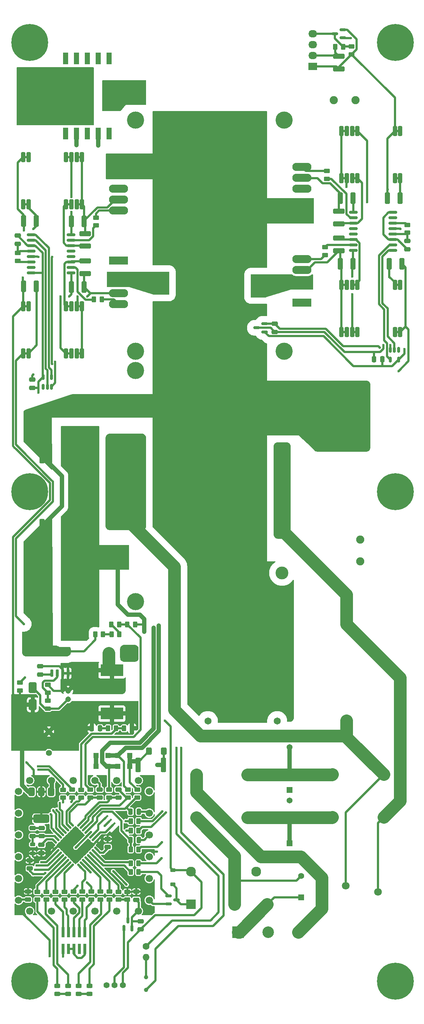
<source format=gbr>
%TF.GenerationSoftware,KiCad,Pcbnew,9.0.0*%
%TF.CreationDate,2025-06-29T21:09:51-04:00*%
%TF.ProjectId,RampedFetCoil,52616d70-6564-4466-9574-436f696c2e6b,rev?*%
%TF.SameCoordinates,Original*%
%TF.FileFunction,Copper,L1,Top*%
%TF.FilePolarity,Positive*%
%FSLAX46Y46*%
G04 Gerber Fmt 4.6, Leading zero omitted, Abs format (unit mm)*
G04 Created by KiCad (PCBNEW 9.0.0) date 2025-06-29 21:09:51*
%MOMM*%
%LPD*%
G01*
G04 APERTURE LIST*
G04 Aperture macros list*
%AMRoundRect*
0 Rectangle with rounded corners*
0 $1 Rounding radius*
0 $2 $3 $4 $5 $6 $7 $8 $9 X,Y pos of 4 corners*
0 Add a 4 corners polygon primitive as box body*
4,1,4,$2,$3,$4,$5,$6,$7,$8,$9,$2,$3,0*
0 Add four circle primitives for the rounded corners*
1,1,$1+$1,$2,$3*
1,1,$1+$1,$4,$5*
1,1,$1+$1,$6,$7*
1,1,$1+$1,$8,$9*
0 Add four rect primitives between the rounded corners*
20,1,$1+$1,$2,$3,$4,$5,0*
20,1,$1+$1,$4,$5,$6,$7,0*
20,1,$1+$1,$6,$7,$8,$9,0*
20,1,$1+$1,$8,$9,$2,$3,0*%
%AMRotRect*
0 Rectangle, with rotation*
0 The origin of the aperture is its center*
0 $1 length*
0 $2 width*
0 $3 Rotation angle, in degrees counterclockwise*
0 Add horizontal line*
21,1,$1,$2,0,0,$3*%
G04 Aperture macros list end*
%TA.AperFunction,SMDPad,CuDef*%
%ADD10RoundRect,0.250000X0.450000X-0.262500X0.450000X0.262500X-0.450000X0.262500X-0.450000X-0.262500X0*%
%TD*%
%TA.AperFunction,ComponentPad*%
%ADD11C,1.650000*%
%TD*%
%TA.AperFunction,SMDPad,CuDef*%
%ADD12RoundRect,0.250000X-0.400000X-0.600000X0.400000X-0.600000X0.400000X0.600000X-0.400000X0.600000X0*%
%TD*%
%TA.AperFunction,SMDPad,CuDef*%
%ADD13RoundRect,0.250000X-0.450000X0.262500X-0.450000X-0.262500X0.450000X-0.262500X0.450000X0.262500X0*%
%TD*%
%TA.AperFunction,SMDPad,CuDef*%
%ADD14RoundRect,0.250000X-0.362500X-1.425000X0.362500X-1.425000X0.362500X1.425000X-0.362500X1.425000X0*%
%TD*%
%TA.AperFunction,ComponentPad*%
%ADD15C,0.900000*%
%TD*%
%TA.AperFunction,ComponentPad*%
%ADD16C,8.600000*%
%TD*%
%TA.AperFunction,SMDPad,CuDef*%
%ADD17RoundRect,0.250000X0.475000X-0.250000X0.475000X0.250000X-0.475000X0.250000X-0.475000X-0.250000X0*%
%TD*%
%TA.AperFunction,SMDPad,CuDef*%
%ADD18RoundRect,0.250000X0.262500X0.450000X-0.262500X0.450000X-0.262500X-0.450000X0.262500X-0.450000X0*%
%TD*%
%TA.AperFunction,SMDPad,CuDef*%
%ADD19RoundRect,0.250000X-1.100000X0.325000X-1.100000X-0.325000X1.100000X-0.325000X1.100000X0.325000X0*%
%TD*%
%TA.AperFunction,SMDPad,CuDef*%
%ADD20RoundRect,0.150000X-0.875000X-0.150000X0.875000X-0.150000X0.875000X0.150000X-0.875000X0.150000X0*%
%TD*%
%TA.AperFunction,ComponentPad*%
%ADD21R,1.422400X1.422400*%
%TD*%
%TA.AperFunction,ComponentPad*%
%ADD22C,1.422400*%
%TD*%
%TA.AperFunction,SMDPad,CuDef*%
%ADD23RoundRect,0.250000X-1.000000X-0.650000X1.000000X-0.650000X1.000000X0.650000X-1.000000X0.650000X0*%
%TD*%
%TA.AperFunction,SMDPad,CuDef*%
%ADD24RoundRect,0.150000X0.875000X0.150000X-0.875000X0.150000X-0.875000X-0.150000X0.875000X-0.150000X0*%
%TD*%
%TA.AperFunction,SMDPad,CuDef*%
%ADD25RotRect,0.400000X1.900000X315.000000*%
%TD*%
%TA.AperFunction,SMDPad,CuDef*%
%ADD26R,0.740000X2.400000*%
%TD*%
%TA.AperFunction,ComponentPad*%
%ADD27C,1.700000*%
%TD*%
%TA.AperFunction,SMDPad,CuDef*%
%ADD28RoundRect,0.243750X0.456250X-0.243750X0.456250X0.243750X-0.456250X0.243750X-0.456250X-0.243750X0*%
%TD*%
%TA.AperFunction,SMDPad,CuDef*%
%ADD29RoundRect,0.375000X-0.375000X0.625000X-0.375000X-0.625000X0.375000X-0.625000X0.375000X0.625000X0*%
%TD*%
%TA.AperFunction,SMDPad,CuDef*%
%ADD30RoundRect,0.500000X-1.400000X0.500000X-1.400000X-0.500000X1.400000X-0.500000X1.400000X0.500000X0*%
%TD*%
%TA.AperFunction,SMDPad,CuDef*%
%ADD31RoundRect,0.250000X0.362500X1.425000X-0.362500X1.425000X-0.362500X-1.425000X0.362500X-1.425000X0*%
%TD*%
%TA.AperFunction,SMDPad,CuDef*%
%ADD32RoundRect,0.218750X0.381250X-0.218750X0.381250X0.218750X-0.381250X0.218750X-0.381250X-0.218750X0*%
%TD*%
%TA.AperFunction,ComponentPad*%
%ADD33C,1.905000*%
%TD*%
%TA.AperFunction,SMDPad,CuDef*%
%ADD34RoundRect,0.150000X0.150000X-0.725000X0.150000X0.725000X-0.150000X0.725000X-0.150000X-0.725000X0*%
%TD*%
%TA.AperFunction,ComponentPad*%
%ADD35C,4.000000*%
%TD*%
%TA.AperFunction,ComponentPad*%
%ADD36C,1.408000*%
%TD*%
%TA.AperFunction,SMDPad,CuDef*%
%ADD37RoundRect,0.250000X-0.262500X-0.450000X0.262500X-0.450000X0.262500X0.450000X-0.262500X0.450000X0*%
%TD*%
%TA.AperFunction,ComponentPad*%
%ADD38C,1.000000*%
%TD*%
%TA.AperFunction,SMDPad,CuDef*%
%ADD39RoundRect,0.150000X-0.350000X-1.000000X0.350000X-1.000000X0.350000X1.000000X-0.350000X1.000000X0*%
%TD*%
%TA.AperFunction,SMDPad,CuDef*%
%ADD40RoundRect,0.150000X0.350000X1.000000X-0.350000X1.000000X-0.350000X-1.000000X0.350000X-1.000000X0*%
%TD*%
%TA.AperFunction,SMDPad,CuDef*%
%ADD41RoundRect,0.250000X1.100000X-0.325000X1.100000X0.325000X-1.100000X0.325000X-1.100000X-0.325000X0*%
%TD*%
%TA.AperFunction,SMDPad,CuDef*%
%ADD42R,1.210000X2.710000*%
%TD*%
%TA.AperFunction,SMDPad,CuDef*%
%ADD43R,4.100000X6.740000*%
%TD*%
%TA.AperFunction,SMDPad,CuDef*%
%ADD44RoundRect,0.250000X-0.475000X0.250000X-0.475000X-0.250000X0.475000X-0.250000X0.475000X0.250000X0*%
%TD*%
%TA.AperFunction,ComponentPad*%
%ADD45C,2.500000*%
%TD*%
%TA.AperFunction,SMDPad,CuDef*%
%ADD46RoundRect,0.150000X-0.150000X0.512500X-0.150000X-0.512500X0.150000X-0.512500X0.150000X0.512500X0*%
%TD*%
%TA.AperFunction,SMDPad,CuDef*%
%ADD47RoundRect,0.150000X-0.587500X-0.150000X0.587500X-0.150000X0.587500X0.150000X-0.587500X0.150000X0*%
%TD*%
%TA.AperFunction,ComponentPad*%
%ADD48R,3.000000X3.000000*%
%TD*%
%TA.AperFunction,ComponentPad*%
%ADD49C,3.000000*%
%TD*%
%TA.AperFunction,ComponentPad*%
%ADD50R,4.500000X1.905000*%
%TD*%
%TA.AperFunction,ComponentPad*%
%ADD51O,4.500000X1.905000*%
%TD*%
%TA.AperFunction,SMDPad,CuDef*%
%ADD52RoundRect,0.250000X-0.325000X-1.100000X0.325000X-1.100000X0.325000X1.100000X-0.325000X1.100000X0*%
%TD*%
%TA.AperFunction,SMDPad,CuDef*%
%ADD53RoundRect,0.250000X-0.250000X-0.475000X0.250000X-0.475000X0.250000X0.475000X-0.250000X0.475000X0*%
%TD*%
%TA.AperFunction,SMDPad,CuDef*%
%ADD54RoundRect,0.250000X0.325000X1.100000X-0.325000X1.100000X-0.325000X-1.100000X0.325000X-1.100000X0*%
%TD*%
%TA.AperFunction,ComponentPad*%
%ADD55R,1.371600X1.371600*%
%TD*%
%TA.AperFunction,ComponentPad*%
%ADD56C,1.371600*%
%TD*%
%TA.AperFunction,SMDPad,CuDef*%
%ADD57R,1.200000X1.200000*%
%TD*%
%TA.AperFunction,SMDPad,CuDef*%
%ADD58RoundRect,0.150000X0.587500X0.150000X-0.587500X0.150000X-0.587500X-0.150000X0.587500X-0.150000X0*%
%TD*%
%TA.AperFunction,SMDPad,CuDef*%
%ADD59R,5.300000X2.800000*%
%TD*%
%TA.AperFunction,ComponentPad*%
%ADD60R,2.700000X2.700000*%
%TD*%
%TA.AperFunction,ComponentPad*%
%ADD61C,2.700000*%
%TD*%
%TA.AperFunction,ComponentPad*%
%ADD62C,1.400000*%
%TD*%
%TA.AperFunction,ComponentPad*%
%ADD63R,2.030000X1.730000*%
%TD*%
%TA.AperFunction,ComponentPad*%
%ADD64O,2.030000X1.730000*%
%TD*%
%TA.AperFunction,SMDPad,CuDef*%
%ADD65RoundRect,0.250000X-0.650000X1.000000X-0.650000X-1.000000X0.650000X-1.000000X0.650000X1.000000X0*%
%TD*%
%TA.AperFunction,SMDPad,CuDef*%
%ADD66RoundRect,0.125000X0.353553X0.530330X-0.530330X-0.353553X-0.353553X-0.530330X0.530330X0.353553X0*%
%TD*%
%TA.AperFunction,SMDPad,CuDef*%
%ADD67RoundRect,0.125000X-0.353553X0.530330X-0.530330X0.353553X0.353553X-0.530330X0.530330X-0.353553X0*%
%TD*%
%TA.AperFunction,SMDPad,CuDef*%
%ADD68RoundRect,0.150000X0.150000X-0.587500X0.150000X0.587500X-0.150000X0.587500X-0.150000X-0.587500X0*%
%TD*%
%TA.AperFunction,SMDPad,CuDef*%
%ADD69RoundRect,0.150000X0.150000X-0.512500X0.150000X0.512500X-0.150000X0.512500X-0.150000X-0.512500X0*%
%TD*%
%TA.AperFunction,ComponentPad*%
%ADD70C,1.600000*%
%TD*%
%TA.AperFunction,ComponentPad*%
%ADD71O,1.600000X1.600000*%
%TD*%
%TA.AperFunction,ComponentPad*%
%ADD72R,4.500000X2.500000*%
%TD*%
%TA.AperFunction,ComponentPad*%
%ADD73O,4.500000X2.500000*%
%TD*%
%TA.AperFunction,ComponentPad*%
%ADD74C,1.800000*%
%TD*%
%TA.AperFunction,SMDPad,CuDef*%
%ADD75RoundRect,0.225000X-0.375000X0.225000X-0.375000X-0.225000X0.375000X-0.225000X0.375000X0.225000X0*%
%TD*%
%TA.AperFunction,ComponentPad*%
%ADD76R,2.300000X2.300000*%
%TD*%
%TA.AperFunction,ComponentPad*%
%ADD77C,2.300000*%
%TD*%
%TA.AperFunction,ComponentPad*%
%ADD78C,1.308000*%
%TD*%
%TA.AperFunction,ViaPad*%
%ADD79C,0.600000*%
%TD*%
%TA.AperFunction,Conductor*%
%ADD80C,1.000000*%
%TD*%
%TA.AperFunction,Conductor*%
%ADD81C,0.500000*%
%TD*%
%TA.AperFunction,Conductor*%
%ADD82C,3.000000*%
%TD*%
%TA.AperFunction,Conductor*%
%ADD83C,0.300000*%
%TD*%
G04 APERTURE END LIST*
D10*
%TO.P,R36,2*%
%TO.N,G_U1*%
X99250000Y-68587500D03*
%TO.P,R36,1*%
%TO.N,Net-(U11-OUTA)*%
X99250000Y-70412500D03*
%TD*%
D11*
%TO.P,C29,1*%
%TO.N,VBUS*%
X141600000Y-163550000D03*
%TO.P,C29,2*%
%TO.N,GND*%
X141600000Y-186050000D03*
%TD*%
D12*
%TO.P,D14,1,K*%
%TO.N,Net-(D1-K)*%
X111650000Y-193100000D03*
%TO.P,D14,2,A*%
%TO.N,GND*%
X115150000Y-193100000D03*
%TD*%
D13*
%TO.P,R19,1*%
%TO.N,CTI+*%
X102300000Y-202087500D03*
%TO.P,R19,2*%
%TO.N,CT+*%
X102300000Y-203912500D03*
%TD*%
D14*
%TO.P,R28,1*%
%TO.N,VBUS*%
X86637500Y-160340000D03*
%TO.P,R28,2*%
%TO.N,GND*%
X92562500Y-160340000D03*
%TD*%
D15*
%TO.P,H6,1,1*%
%TO.N,unconnected-(H6-Pad1)_7*%
X80525000Y-132500000D03*
%TO.N,unconnected-(H6-Pad1)*%
X81469581Y-130219581D03*
%TO.N,unconnected-(H6-Pad1)_1*%
X81469581Y-134780419D03*
%TO.N,unconnected-(H6-Pad1)_2*%
X83750000Y-129275000D03*
D16*
%TO.N,unconnected-(H6-Pad1)_4*%
X83750000Y-132500000D03*
D15*
%TO.N,unconnected-(H6-Pad1)_6*%
X83750000Y-135725000D03*
%TO.N,unconnected-(H6-Pad1)_5*%
X86030419Y-130219581D03*
%TO.N,unconnected-(H6-Pad1)_3*%
X86030419Y-134780419D03*
%TO.N,unconnected-(H6-Pad1)_8*%
X86975000Y-132500000D03*
%TD*%
D17*
%TO.P,C6,1*%
%TO.N,+3.3VA*%
X86612500Y-212912500D03*
%TO.P,C6,2*%
%TO.N,GND*%
X86612500Y-211012500D03*
%TD*%
D18*
%TO.P,R43,1*%
%TO.N,RELAY*%
X109212500Y-221250000D03*
%TO.P,R43,2*%
%TO.N,Net-(U1-PB7)*%
X107387500Y-221250000D03*
%TD*%
D10*
%TO.P,R46,1*%
%TO.N,GD_DIS*%
X93700000Y-203912500D03*
%TO.P,R46,2*%
%TO.N,Net-(U11-DIS)*%
X93700000Y-202087500D03*
%TD*%
D18*
%TO.P,R9,1*%
%TO.N,+12V*%
X107662500Y-187750000D03*
%TO.P,R9,2*%
%TO.N,Net-(R30-Pad1)*%
X105837500Y-187750000D03*
%TD*%
D19*
%TO.P,C36,1*%
%TO.N,GD_L1_+*%
X96750000Y-78725000D03*
%TO.P,C36,2*%
%TO.N,K_L1*%
X96750000Y-81675000D03*
%TD*%
D10*
%TO.P,R33,1*%
%TO.N,Net-(J1-SWO{slash}TDO)*%
X94000000Y-227700000D03*
%TO.P,R33,2*%
%TO.N,TDO*%
X94000000Y-225875000D03*
%TD*%
%TO.P,R32,1*%
%TO.N,Net-(J1-SWDIO{slash}TMS)*%
X89800000Y-227712500D03*
%TO.P,R32,2*%
%TO.N,TMS*%
X89800000Y-225887500D03*
%TD*%
D20*
%TO.P,U11,1,INA*%
%TO.N,Net-(U11-INA)*%
X84100000Y-72555000D03*
%TO.P,U11,2,INB*%
%TO.N,Net-(U11-INB)*%
X84100000Y-73825000D03*
%TO.P,U11,3,VCCI*%
%TO.N,+3V3*%
X84100000Y-75095000D03*
%TO.P,U11,4,GND*%
%TO.N,GND*%
X84100000Y-76365000D03*
%TO.P,U11,5,DIS*%
%TO.N,Net-(U11-DIS)*%
X84100000Y-77635000D03*
%TO.P,U11,6,DT*%
%TO.N,Net-(U11-DT)*%
X84100000Y-78905000D03*
%TO.P,U11,7,NC*%
%TO.N,unconnected-(U11-NC-Pad7)*%
X84100000Y-80175000D03*
%TO.P,U11,8,VCCI*%
%TO.N,+3V3*%
X84100000Y-81445000D03*
%TO.P,U11,9,VSSB*%
%TO.N,GD_L1_-*%
X93400000Y-81445000D03*
%TO.P,U11,10,OUTB*%
%TO.N,Net-(U11-OUTB)*%
X93400000Y-80175000D03*
%TO.P,U11,11,VDDB*%
%TO.N,GD_L1_+*%
X93400000Y-78905000D03*
%TO.P,U11,12,NC*%
%TO.N,unconnected-(U11-NC-Pad12)*%
X93400000Y-77635000D03*
%TO.P,U11,13,NC*%
%TO.N,unconnected-(U11-NC-Pad13)*%
X93400000Y-76365000D03*
%TO.P,U11,14,VSSA*%
%TO.N,GD_U1_-*%
X93400000Y-75095000D03*
%TO.P,U11,15,OUTA*%
%TO.N,Net-(U11-OUTA)*%
X93400000Y-73825000D03*
%TO.P,U11,16,VDDA*%
%TO.N,GD_U1_+*%
X93400000Y-72555000D03*
%TD*%
D21*
%TO.P,TH1,1*%
%TO.N,ACI1*%
X147200000Y-227200000D03*
D22*
%TO.P,TH1,2*%
%TO.N,ACI2*%
X147200000Y-222200000D03*
%TD*%
D23*
%TO.P,D7,1,K*%
%TO.N,Net-(D7-K)*%
X102250000Y-170250000D03*
%TO.P,D7,2,A*%
%TO.N,GND*%
X106250000Y-170250000D03*
%TD*%
D24*
%TO.P,U14,1,INA*%
%TO.N,Net-(U14-INA)*%
X168650000Y-76245000D03*
%TO.P,U14,2,INB*%
%TO.N,Net-(U14-INB)*%
X168650000Y-74975000D03*
%TO.P,U14,3,VCCI*%
%TO.N,+3V3*%
X168650000Y-73705000D03*
%TO.P,U14,4,GND*%
%TO.N,GND*%
X168650000Y-72435000D03*
%TO.P,U14,5,DIS*%
%TO.N,Net-(U14-DIS)*%
X168650000Y-71165000D03*
%TO.P,U14,6,DT*%
%TO.N,Net-(U14-DT)*%
X168650000Y-69895000D03*
%TO.P,U14,7,NC*%
%TO.N,unconnected-(U14-NC-Pad7)*%
X168650000Y-68625000D03*
%TO.P,U14,8,VCCI*%
%TO.N,+3V3*%
X168650000Y-67355000D03*
%TO.P,U14,9,VSSB*%
%TO.N,GD_U2_-*%
X159350000Y-67355000D03*
%TO.P,U14,10,OUTB*%
%TO.N,Net-(U14-OUTB)*%
X159350000Y-68625000D03*
%TO.P,U14,11,VDDB*%
%TO.N,GD_U2_+*%
X159350000Y-69895000D03*
%TO.P,U14,12,NC*%
%TO.N,unconnected-(U14-NC-Pad12)*%
X159350000Y-71165000D03*
%TO.P,U14,13,NC*%
%TO.N,unconnected-(U14-NC-Pad13)*%
X159350000Y-72435000D03*
%TO.P,U14,14,VSSA*%
%TO.N,GD_L2_-*%
X159350000Y-73705000D03*
%TO.P,U14,15,OUTA*%
%TO.N,Net-(U14-OUTA)*%
X159350000Y-74975000D03*
%TO.P,U14,16,VDDA*%
%TO.N,GD_L2_+*%
X159350000Y-76245000D03*
%TD*%
D17*
%TO.P,C7,1*%
%TO.N,+3.3VA*%
X84500000Y-212912500D03*
%TO.P,C7,2*%
%TO.N,GND*%
X84500000Y-211012500D03*
%TD*%
D25*
%TO.P,U4,1,INPUT*%
%TO.N,Net-(U1-PF1)*%
X101398350Y-208707538D03*
%TO.P,U4,2,GND*%
%TO.N,GND*%
X102246878Y-209556066D03*
%TO.P,U4,3,OUTPUT*%
%TO.N,Net-(U1-PF0)*%
X103095406Y-210404594D03*
%TD*%
D26*
%TO.P,J1,1,VTref*%
%TO.N,+3V3*%
X91560000Y-239200000D03*
%TO.P,J1,2,SWDIO/TMS*%
%TO.N,Net-(J1-SWDIO{slash}TMS)*%
X91560000Y-235300000D03*
%TO.P,J1,3,GND*%
%TO.N,GND*%
X92830000Y-239200000D03*
%TO.P,J1,4,SWCLK/TCK*%
%TO.N,Net-(J1-SWCLK{slash}TCK)*%
X92830000Y-235300000D03*
%TO.P,J1,5,GND*%
%TO.N,GND*%
X94100000Y-239200000D03*
%TO.P,J1,6,SWO/TDO*%
%TO.N,Net-(J1-SWO{slash}TDO)*%
X94100000Y-235300000D03*
%TO.P,J1,7,KEY*%
%TO.N,unconnected-(J1-KEY-Pad7)*%
X95370000Y-239200000D03*
%TO.P,J1,8,NC/TDI*%
%TO.N,Net-(J1-NC{slash}TDI)*%
X95370000Y-235300000D03*
%TO.P,J1,9,GNDDetect*%
%TO.N,GND*%
X96640000Y-239200000D03*
%TO.P,J1,10,~{RESET}*%
%TO.N,Net-(J1-~{RESET})*%
X96640000Y-235300000D03*
%TD*%
D27*
%TO.P,J2,1,Shield*%
%TO.N,GND*%
X81195406Y-202454594D03*
X81195406Y-207534594D03*
X81195406Y-212614594D03*
X81195406Y-217694594D03*
X81195406Y-222774594D03*
X81195406Y-227854594D03*
X83745406Y-199904594D03*
X83745406Y-230404594D03*
X88825406Y-199904594D03*
X88825406Y-230404594D03*
X93905406Y-199904594D03*
X93905406Y-230404594D03*
X98985406Y-199904594D03*
X98985406Y-230404594D03*
X104065406Y-199904594D03*
X104065406Y-230404594D03*
X109145406Y-199904594D03*
X109145406Y-230404594D03*
X111695406Y-202454594D03*
X111695406Y-207534594D03*
X111695406Y-212614594D03*
X111695406Y-217694594D03*
X111695406Y-222774594D03*
X111695406Y-227854594D03*
%TD*%
D10*
%TO.P,R10,1*%
%TO.N,BUCK_FB*%
X88000000Y-179412500D03*
%TO.P,R10,2*%
%TO.N,Net-(D7-K)*%
X88000000Y-177587500D03*
%TD*%
D28*
%TO.P,D5,1,K*%
%TO.N,GND*%
X97750000Y-249750000D03*
%TO.P,D5,2,A*%
%TO.N,Net-(D5-A)*%
X97750000Y-247875000D03*
%TD*%
D13*
%TO.P,R6,1*%
%TO.N,LED2*%
X87700000Y-225887500D03*
%TO.P,R6,2*%
%TO.N,Net-(D3-A)*%
X87700000Y-227712500D03*
%TD*%
D29*
%TO.P,U5,1,GND*%
%TO.N,GND*%
X88800000Y-202550000D03*
%TO.P,U5,2,VO*%
%TO.N,+3V3*%
X86500000Y-202550000D03*
D30*
X86500000Y-208850000D03*
D29*
%TO.P,U5,3,VI*%
%TO.N,+12V*%
X84200000Y-202550000D03*
%TD*%
D14*
%TO.P,R29,1*%
%TO.N,VBUS*%
X86637500Y-165230000D03*
%TO.P,R29,2*%
%TO.N,GND*%
X92562500Y-165230000D03*
%TD*%
D31*
%TO.P,R17,1*%
%TO.N,GND*%
X115025000Y-196300000D03*
%TO.P,R17,2*%
%TO.N,Net-(D1-K)*%
X109100000Y-196300000D03*
%TD*%
D32*
%TO.P,FB1,1*%
%TO.N,+3V3*%
X84500000Y-216962500D03*
%TO.P,FB1,2*%
%TO.N,+3.3VA*%
X84500000Y-214837500D03*
%TD*%
D13*
%TO.P,R13,1*%
%TO.N,Net-(M1-PWM)*%
X159000000Y-28687500D03*
%TO.P,R13,2*%
%TO.N,GND*%
X159000000Y-30512500D03*
%TD*%
D33*
%TO.P,J4,1,Pin_1*%
%TO.N,SW2*%
X159940000Y-41200000D03*
X154860000Y-41200000D03*
%TD*%
D14*
%TO.P,R23,1*%
%TO.N,VBUS*%
X86637500Y-124200000D03*
%TO.P,R23,2*%
%TO.N,GND*%
X92562500Y-124200000D03*
%TD*%
D13*
%TO.P,R18,1*%
%TO.N,CTI-*%
X106700000Y-202087500D03*
%TO.P,R18,2*%
%TO.N,CT-*%
X106700000Y-203912500D03*
%TD*%
D28*
%TO.P,D2,1,K*%
%TO.N,GND*%
X90250000Y-249750000D03*
%TO.P,D2,2,A*%
%TO.N,Net-(D2-A)*%
X90250000Y-247875000D03*
%TD*%
D13*
%TO.P,R16,1*%
%TO.N,Net-(D1-K)*%
X108900000Y-202087500D03*
%TO.P,R16,2*%
%TO.N,OCD*%
X108900000Y-203912500D03*
%TD*%
D34*
%TO.P,U3,1,VCC*%
%TO.N,Net-(U3-VCC)*%
X88940000Y-174900000D03*
%TO.P,U3,2,FB*%
%TO.N,BUCK_FB*%
X90210000Y-174900000D03*
%TO.P,U3,3,GNDA*%
%TO.N,Net-(D7-K)*%
X91480000Y-174900000D03*
%TO.P,U3,4,GNDP*%
X92750000Y-174900000D03*
%TO.P,U3,5,DRAIN*%
%TO.N,VBUS*%
X92750000Y-169750000D03*
%TO.P,U3,6,DRAIN*%
X91480000Y-169750000D03*
%TO.P,U3,7,DRAIN*%
X90210000Y-169750000D03*
%TO.P,U3,8,DRAIN*%
X88940000Y-169750000D03*
%TD*%
D35*
%TO.P,HS2,1*%
%TO.N,unconnected-(HS2-Pad1)_1*%
X108500000Y-158186000D03*
%TO.N,unconnected-(HS2-Pad1)*%
X108500000Y-104250000D03*
%TD*%
D36*
%TO.P,C13,1*%
%TO.N,+12V*%
X88250000Y-188500000D03*
%TO.P,C13,2*%
%TO.N,GND*%
X88250000Y-193500000D03*
%TD*%
D13*
%TO.P,R5,1*%
%TO.N,LED1*%
X85600000Y-225887500D03*
%TO.P,R5,2*%
%TO.N,Net-(D2-A)*%
X85600000Y-227712500D03*
%TD*%
D37*
%TO.P,R3,1*%
%TO.N,Net-(R2-Pad2)*%
X102837500Y-163500000D03*
%TO.P,R3,2*%
%TO.N,Net-(R3-Pad2)*%
X104662500Y-163500000D03*
%TD*%
D19*
%TO.P,C35,1*%
%TO.N,K_U1*%
X96750000Y-72300000D03*
%TO.P,C35,2*%
%TO.N,GD_U1_-*%
X96750000Y-75250000D03*
%TD*%
D14*
%TO.P,R25,1*%
%TO.N,VBUS*%
X86637500Y-145510000D03*
%TO.P,R25,2*%
%TO.N,GND*%
X92562500Y-145510000D03*
%TD*%
D38*
%TO.P,NE1,1*%
%TO.N,Net-(NE1-Pad1)*%
X111000000Y-245800000D03*
%TO.P,NE1,2*%
%TO.N,GND*%
X111000000Y-248800000D03*
%TD*%
D39*
%TO.P,U13,1,+VIN*%
%TO.N,+12V*%
X82250000Y-89250000D03*
X83500000Y-89250000D03*
%TO.P,U13,2,-VIN*%
%TO.N,GND*%
X82250000Y-100250000D03*
X83500000Y-100250000D03*
%TO.P,U13,3,-VOUT*%
%TO.N,GD_L1_-*%
X92250000Y-100250000D03*
X93500000Y-100250000D03*
%TO.P,U13,4,0V*%
%TO.N,K_L1*%
X94750000Y-89250000D03*
X94750000Y-100250000D03*
X96000000Y-89250000D03*
X96000000Y-100250000D03*
%TO.P,U13,5,+VOUT*%
%TO.N,GD_L1_+*%
X92250000Y-89250000D03*
X93500000Y-89250000D03*
%TD*%
D40*
%TO.P,U15,1,+VIN*%
%TO.N,+12V*%
X170350000Y-59400000D03*
X169100000Y-59400000D03*
%TO.P,U15,2,-VIN*%
%TO.N,GND*%
X170350000Y-48400000D03*
X169100000Y-48400000D03*
%TO.P,U15,3,-VOUT*%
%TO.N,GD_U2_-*%
X160350000Y-48400000D03*
X159100000Y-48400000D03*
%TO.P,U15,4,0V*%
%TO.N,K_U2*%
X157850000Y-59400000D03*
X157850000Y-48400000D03*
X156600000Y-59400000D03*
X156600000Y-48400000D03*
%TO.P,U15,5,+VOUT*%
%TO.N,GD_U2_+*%
X160350000Y-59400000D03*
X159100000Y-59400000D03*
%TD*%
D41*
%TO.P,C46,1*%
%TO.N,K_L2*%
X156000000Y-76310000D03*
%TO.P,C46,2*%
%TO.N,GD_L2_-*%
X156000000Y-73360000D03*
%TD*%
D37*
%TO.P,R35,1*%
%TO.N,Net-(U11-OUTB)*%
X98787500Y-87700000D03*
%TO.P,R35,2*%
%TO.N,G_L1*%
X100612500Y-87700000D03*
%TD*%
D15*
%TO.P,H5,1,1*%
%TO.N,unconnected-(H5-Pad1)_1*%
X166025000Y-27750000D03*
%TO.N,unconnected-(H5-Pad1)*%
X166969581Y-25469581D03*
%TO.N,unconnected-(H5-Pad1)_8*%
X166969581Y-30030419D03*
%TO.N,unconnected-(H5-Pad1)_4*%
X169250000Y-24525000D03*
D16*
%TO.N,unconnected-(H5-Pad1)_2*%
X169250000Y-27750000D03*
D15*
%TO.N,unconnected-(H5-Pad1)_6*%
X169250000Y-30975000D03*
%TO.N,unconnected-(H5-Pad1)_3*%
X171530419Y-25469581D03*
%TO.N,unconnected-(H5-Pad1)_7*%
X171530419Y-30030419D03*
%TO.N,unconnected-(H5-Pad1)_5*%
X172475000Y-27750000D03*
%TD*%
D42*
%TO.P,T1,1,1*%
%TO.N,unconnected-(T1-Pad1)*%
X92130000Y-49000000D03*
%TO.P,T1,2,2*%
%TO.N,CTI+*%
X94670000Y-49000000D03*
%TO.P,T1,3,3*%
%TO.N,unconnected-(T1-Pad3)*%
X97210000Y-49000000D03*
%TO.P,T1,4,4*%
%TO.N,CTI-*%
X99750000Y-49000000D03*
%TO.P,T1,5,5*%
%TO.N,unconnected-(T1-Pad5)*%
X102290000Y-49000000D03*
%TO.P,T1,6,6*%
%TO.N,unconnected-(T1-Pad6)*%
X102290000Y-31450000D03*
%TO.P,T1,7,7*%
%TO.N,unconnected-(T1-Pad7)*%
X99750000Y-31450000D03*
%TO.P,T1,8,8*%
%TO.N,unconnected-(T1-Pad8)*%
X97210000Y-31450000D03*
%TO.P,T1,9,9*%
%TO.N,unconnected-(T1-Pad9)*%
X94670000Y-31450000D03*
%TO.P,T1,10,10*%
%TO.N,unconnected-(T1-Pad10)*%
X92130000Y-31450000D03*
D43*
%TO.P,T1,11,11*%
%TO.N,Net-(J5-Pin_1)*%
X91590000Y-40225000D03*
%TO.P,T1,12,12*%
%TO.N,SW1*%
X102830000Y-40225000D03*
%TD*%
D44*
%TO.P,C47,1*%
%TO.N,GND*%
X84400000Y-106400000D03*
%TO.P,C47,2*%
%TO.N,+3V3*%
X84400000Y-108300000D03*
%TD*%
D45*
%TO.P,FL2,1,1*%
%TO.N,Net-(C27-Pad2)*%
X154500000Y-198500000D03*
%TO.P,FL2,2,2*%
%TO.N,AC1*%
X166500000Y-198500000D03*
%TO.P,FL2,3,3*%
%TO.N,Net-(C28-Pad1)*%
X154500000Y-208500000D03*
%TO.P,FL2,4,4*%
%TO.N,AC2*%
X166500000Y-208500000D03*
%TD*%
D37*
%TO.P,R4,1*%
%TO.N,Net-(R3-Pad2)*%
X106587500Y-163500000D03*
%TO.P,R4,2*%
%TO.N,GND*%
X108412500Y-163500000D03*
%TD*%
D13*
%TO.P,R8,1*%
%TO.N,LED4*%
X102400000Y-225875000D03*
%TO.P,R8,2*%
%TO.N,Net-(D5-A)*%
X102400000Y-227700000D03*
%TD*%
D33*
%TO.P,J7,1,Pin_1*%
%TO.N,GND*%
X161000000Y-148750000D03*
X161000000Y-143670000D03*
%TD*%
D46*
%TO.P,U7,1,NC*%
%TO.N,unconnected-(U7-NC-Pad1)*%
X169950000Y-99462500D03*
%TO.P,U7,2*%
%TO.N,Net-(U14-INA)*%
X169000000Y-99462500D03*
%TO.P,U7,3,GND*%
%TO.N,GND*%
X168050000Y-99462500D03*
%TO.P,U7,4*%
%TO.N,Net-(U14-INB)*%
X168050000Y-101737500D03*
%TO.P,U7,5,VCC*%
%TO.N,+3V3*%
X169950000Y-101737500D03*
%TD*%
D37*
%TO.P,R2,1*%
%TO.N,Net-(R1-Pad2)*%
X102887500Y-165800000D03*
%TO.P,R2,2*%
%TO.N,Net-(R2-Pad2)*%
X104712500Y-165800000D03*
%TD*%
D17*
%TO.P,C1,1*%
%TO.N,VBUS_SENSE*%
X100100000Y-203950000D03*
%TO.P,C1,2*%
%TO.N,GND*%
X100100000Y-202050000D03*
%TD*%
D47*
%TO.P,Q5,1,G*%
%TO.N,RELAY*%
X116225000Y-226850000D03*
%TO.P,Q5,2,S*%
%TO.N,GND*%
X116225000Y-228750000D03*
%TO.P,Q5,3,D*%
%TO.N,Net-(D6-A)*%
X118100000Y-227800000D03*
%TD*%
D15*
%TO.P,H7,1,1*%
%TO.N,unconnected-(H7-Pad1)_8*%
X166025000Y-132500000D03*
%TO.N,unconnected-(H7-Pad1)_4*%
X166969581Y-130219581D03*
%TO.N,unconnected-(H7-Pad1)_1*%
X166969581Y-134780419D03*
%TO.N,unconnected-(H7-Pad1)_6*%
X169250000Y-129275000D03*
D16*
%TO.N,unconnected-(H7-Pad1)_2*%
X169250000Y-132500000D03*
D15*
%TO.N,unconnected-(H7-Pad1)_5*%
X169250000Y-135725000D03*
%TO.N,unconnected-(H7-Pad1)*%
X171530419Y-130219581D03*
%TO.N,unconnected-(H7-Pad1)_3*%
X171530419Y-134780419D03*
%TO.N,unconnected-(H7-Pad1)_7*%
X172475000Y-132500000D03*
%TD*%
D10*
%TO.P,R41,1*%
%TO.N,Net-(Q6-D)*%
X104500000Y-227712500D03*
%TO.P,R41,2*%
%TO.N,RX*%
X104500000Y-225887500D03*
%TD*%
D18*
%TO.P,R44,1*%
%TO.N,FAN*%
X109212500Y-219250000D03*
%TO.P,R44,2*%
%TO.N,Net-(U1-PB8)*%
X107387500Y-219250000D03*
%TD*%
D37*
%TO.P,R48,1*%
%TO.N,GD_B*%
X107387500Y-209400000D03*
%TO.P,R48,2*%
%TO.N,Net-(U14-INA)*%
X109212500Y-209400000D03*
%TD*%
D48*
%TO.P,C17,1*%
%TO.N,VBUS*%
X142750000Y-113000000D03*
D49*
%TO.P,C17,2*%
%TO.N,AC2*%
X142750000Y-123000000D03*
%TD*%
D50*
%TO.P,Q4,1,D*%
%TO.N,SW2*%
X147400000Y-88400000D03*
D51*
%TO.P,Q4,2,S*%
%TO.N,GND*%
X147400000Y-83320000D03*
%TO.P,Q4,3,DS*%
%TO.N,K_L2*%
X147400000Y-80780000D03*
%TO.P,Q4,4,G*%
%TO.N,G_L2*%
X147400000Y-78240000D03*
%TD*%
D50*
%TO.P,Q3,1,D*%
%TO.N,VBUS*%
X147400000Y-66960000D03*
D51*
%TO.P,Q3,2,S*%
%TO.N,SW2*%
X147400000Y-61880000D03*
%TO.P,Q3,3,DS*%
%TO.N,K_U2*%
X147400000Y-59340000D03*
%TO.P,Q3,4,G*%
%TO.N,G_U2*%
X147400000Y-56800000D03*
%TD*%
D52*
%TO.P,C41,1*%
%TO.N,GND*%
X167325000Y-64000000D03*
%TO.P,C41,2*%
%TO.N,+12V*%
X170275000Y-64000000D03*
%TD*%
D53*
%TO.P,C2,1*%
%TO.N,+12V*%
X98300000Y-187750000D03*
%TO.P,C2,2*%
%TO.N,GND*%
X100200000Y-187750000D03*
%TD*%
D54*
%TO.P,C38,1*%
%TO.N,GND*%
X85275000Y-69400000D03*
%TO.P,C38,2*%
%TO.N,+12V*%
X82325000Y-69400000D03*
%TD*%
D10*
%TO.P,R31,1*%
%TO.N,Net-(J1-SWCLK{slash}TCK)*%
X91900000Y-227712500D03*
%TO.P,R31,2*%
%TO.N,TCK*%
X91900000Y-225887500D03*
%TD*%
D37*
%TO.P,R14,1*%
%TO.N,+12V*%
X155187500Y-28700000D03*
%TO.P,R14,2*%
%TO.N,Net-(M1-PWM)*%
X157012500Y-28700000D03*
%TD*%
D55*
%TO.P,C28,1*%
%TO.N,Net-(C28-Pad1)*%
X144500000Y-214600000D03*
D56*
%TO.P,C28,2*%
%TO.N,Earth_Protective*%
X144500000Y-204600000D03*
%TD*%
D57*
%TO.P,D1,1,K*%
%TO.N,Net-(D1-K)*%
X107190625Y-196640625D03*
%TO.P,D1,2,A*%
%TO.N,CTI+*%
X104390625Y-196640625D03*
%TD*%
D50*
%TO.P,Q2,1,D*%
%TO.N,SW1*%
X104500000Y-78590000D03*
D51*
%TO.P,Q2,2,S*%
%TO.N,GND*%
X104500000Y-83670000D03*
%TO.P,Q2,3,DS*%
%TO.N,K_L1*%
X104500000Y-86210000D03*
%TO.P,Q2,4,G*%
%TO.N,G_L1*%
X104500000Y-88750000D03*
%TD*%
D58*
%TO.P,U6,1,V_{DD}*%
%TO.N,+3V3*%
X138687500Y-95250000D03*
%TO.P,U6,2,V_{OUT}*%
%TO.N,Net-(U6-V_{OUT})*%
X138687500Y-93350000D03*
%TO.P,U6,3,GND*%
%TO.N,GND*%
X136812500Y-94300000D03*
%TD*%
D55*
%TO.P,C27,1*%
%TO.N,Earth_Protective*%
X144500000Y-202100000D03*
D56*
%TO.P,C27,2*%
%TO.N,Net-(C27-Pad2)*%
X144500000Y-192100000D03*
%TD*%
D54*
%TO.P,C45,1*%
%TO.N,GD_L2_+*%
X159275000Y-79400000D03*
%TO.P,C45,2*%
%TO.N,K_L2*%
X156325000Y-79400000D03*
%TD*%
D44*
%TO.P,C40,1*%
%TO.N,GND*%
X172000000Y-74050000D03*
%TO.P,C40,2*%
%TO.N,+3V3*%
X172000000Y-75950000D03*
%TD*%
D52*
%TO.P,C44,1*%
%TO.N,K_U2*%
X156325000Y-64000000D03*
%TO.P,C44,2*%
%TO.N,GD_U2_-*%
X159275000Y-64000000D03*
%TD*%
D44*
%TO.P,C10,1*%
%TO.N,Net-(U6-V_{OUT})*%
X141000000Y-93350000D03*
%TO.P,C10,2*%
%TO.N,GND*%
X141000000Y-95250000D03*
%TD*%
D52*
%TO.P,C34,1*%
%TO.N,GD_U1_+*%
X93525000Y-69500000D03*
%TO.P,C34,2*%
%TO.N,K_U1*%
X96475000Y-69500000D03*
%TD*%
D39*
%TO.P,U8,1,+VIN*%
%TO.N,+12V*%
X82250000Y-54500000D03*
X83500000Y-54500000D03*
%TO.P,U8,2,-VIN*%
%TO.N,GND*%
X82250000Y-65500000D03*
X83500000Y-65500000D03*
%TO.P,U8,3,-VOUT*%
%TO.N,GD_U1_-*%
X92250000Y-65500000D03*
X93500000Y-65500000D03*
%TO.P,U8,4,0V*%
%TO.N,K_U1*%
X94750000Y-54500000D03*
X94750000Y-65500000D03*
X96000000Y-54500000D03*
X96000000Y-65500000D03*
%TO.P,U8,5,+VOUT*%
%TO.N,GD_U1_+*%
X92250000Y-54500000D03*
X93500000Y-54500000D03*
%TD*%
D53*
%TO.P,C26,1*%
%TO.N,THERM*%
X107350000Y-213800000D03*
%TO.P,C26,2*%
%TO.N,GND*%
X109250000Y-213800000D03*
%TD*%
D11*
%TO.P,C22,1*%
%TO.N,AC1*%
X157800000Y-185950000D03*
%TO.P,C22,2*%
%TO.N,AC2*%
X157800000Y-163450000D03*
%TD*%
D52*
%TO.P,C42,1*%
%TO.N,GND*%
X167800000Y-79400000D03*
%TO.P,C42,2*%
%TO.N,+12V*%
X170750000Y-79400000D03*
%TD*%
D59*
%TO.P,L2,1,1*%
%TO.N,Net-(D7-K)*%
X103000000Y-174200000D03*
%TO.P,L2,2,2*%
%TO.N,+12V*%
X103000000Y-184300000D03*
%TD*%
D33*
%TO.P,J5,1,Pin_1*%
%TO.N,Net-(J5-Pin_1)*%
X84500000Y-42790000D03*
X84500000Y-37710000D03*
%TD*%
D28*
%TO.P,D4,1,K*%
%TO.N,GND*%
X95250000Y-249750000D03*
%TO.P,D4,2,A*%
%TO.N,Net-(D4-A)*%
X95250000Y-247875000D03*
%TD*%
D53*
%TO.P,C49,1*%
%TO.N,GND*%
X164250000Y-101600000D03*
%TO.P,C49,2*%
%TO.N,+3V3*%
X166150000Y-101600000D03*
%TD*%
D50*
%TO.P,Q1,1,D*%
%TO.N,VBUS*%
X104500000Y-56750000D03*
D51*
%TO.P,Q1,2,S*%
%TO.N,SW1*%
X104500000Y-61830000D03*
%TO.P,Q1,3,DS*%
%TO.N,K_U1*%
X104500000Y-64370000D03*
%TO.P,Q1,4,G*%
%TO.N,G_U1*%
X104500000Y-66910000D03*
%TD*%
D60*
%TO.P,J3,1,L*%
%TO.N,ACI1*%
X132500000Y-235312500D03*
D61*
%TO.P,J3,2,E*%
%TO.N,Earth_Protective*%
X139500000Y-235312500D03*
%TO.P,J3,3,N*%
%TO.N,Net-(J3-N)*%
X146500000Y-235312500D03*
%TD*%
D44*
%TO.P,C4,1*%
%TO.N,+3V3*%
X102000000Y-213550000D03*
%TO.P,C4,2*%
%TO.N,GND*%
X102000000Y-215450000D03*
%TD*%
D62*
%TO.P,U9,1,GND*%
%TO.N,GND*%
X101695000Y-247682500D03*
%TO.P,U9,2,OUT*%
%TO.N,Net-(Q6-G)*%
X103600000Y-247682500D03*
%TO.P,U9,3,VCC*%
%TO.N,+12V*%
X105505000Y-247682500D03*
%TD*%
D57*
%TO.P,D12,1,K*%
%TO.N,CTI-*%
X102040625Y-194100000D03*
%TO.P,D12,2,A*%
%TO.N,GND*%
X99240625Y-194100000D03*
%TD*%
%TO.P,D13,1,K*%
%TO.N,Net-(D1-K)*%
X107190625Y-194100000D03*
%TO.P,D13,2,A*%
%TO.N,CTI-*%
X104390625Y-194100000D03*
%TD*%
D63*
%TO.P,M1,1,-*%
%TO.N,GND*%
X149950000Y-33300000D03*
D64*
%TO.P,M1,2,+*%
%TO.N,+12V*%
X149950000Y-30760000D03*
%TO.P,M1,3,Tacho*%
%TO.N,unconnected-(M1-Tacho-Pad3)*%
X149950000Y-28220000D03*
%TO.P,M1,4,PWM*%
%TO.N,Net-(M1-PWM)*%
X149950000Y-25680000D03*
%TD*%
D65*
%TO.P,D8,1,K*%
%TO.N,Net-(D8-K)*%
X84500000Y-178250000D03*
%TO.P,D8,2,A*%
%TO.N,+12V*%
X84500000Y-182250000D03*
%TD*%
D66*
%TO.P,U1,1,VDD*%
%TO.N,+3V3*%
X99432070Y-214027728D03*
%TO.P,U1,2,PF0*%
%TO.N,Net-(U1-PF0)*%
X98866384Y-213462043D03*
%TO.P,U1,3,PF1*%
%TO.N,Net-(U1-PF1)*%
X98300699Y-212896357D03*
%TO.P,U1,4,PG10*%
%TO.N,NRST*%
X97735014Y-212330672D03*
%TO.P,U1,5,PA0*%
%TO.N,THERM*%
X97169328Y-211764986D03*
%TO.P,U1,6,PA1*%
%TO.N,OCD*%
X96603643Y-211199301D03*
%TO.P,U1,7,PA2*%
%TO.N,CT-*%
X96037957Y-210633616D03*
%TO.P,U1,8,PA3*%
%TO.N,CT+*%
X95472272Y-210067930D03*
D67*
%TO.P,U1,9,PA4*%
%TO.N,VBUS_SENSE*%
X93527728Y-210067930D03*
%TO.P,U1,10,PA5*%
%TO.N,VDRIVE_SENSE*%
X92962043Y-210633616D03*
%TO.P,U1,11,PA6*%
%TO.N,Net-(U1-PA6)*%
X92396357Y-211199301D03*
%TO.P,U1,12,PA7*%
%TO.N,Net-(U1-PA7)*%
X91830672Y-211764986D03*
%TO.P,U1,13,PB0*%
%TO.N,Net-(U1-PB0)*%
X91264986Y-212330672D03*
%TO.P,U1,14,VSSA*%
%TO.N,GND*%
X90699301Y-212896357D03*
%TO.P,U1,15,VDDA*%
%TO.N,+3.3VA*%
X90133616Y-213462043D03*
%TO.P,U1,16,VSS*%
%TO.N,GND*%
X89567930Y-214027728D03*
D66*
%TO.P,U1,17,VDD*%
%TO.N,+3V3*%
X89567930Y-215972272D03*
%TO.P,U1,18,PA8*%
%TO.N,GD_B*%
X90133616Y-216537957D03*
%TO.P,U1,19,PA9*%
%TO.N,GD_DIS*%
X90699301Y-217103643D03*
%TO.P,U1,20,PA10*%
%TO.N,GD_A*%
X91264986Y-217669328D03*
%TO.P,U1,21,PA11*%
%TO.N,LED1*%
X91830672Y-218235014D03*
%TO.P,U1,22,PA12*%
%TO.N,LED2*%
X92396357Y-218800699D03*
%TO.P,U1,23,PA13*%
%TO.N,TMS*%
X92962043Y-219366384D03*
%TO.P,U1,24,PA14*%
%TO.N,TCK*%
X93527728Y-219932070D03*
D67*
%TO.P,U1,25,PA15*%
%TO.N,TDI*%
X95472272Y-219932070D03*
%TO.P,U1,26,PB3*%
%TO.N,TDO*%
X96037957Y-219366384D03*
%TO.P,U1,27,PB4*%
%TO.N,LED3*%
X96603643Y-218800699D03*
%TO.P,U1,28,PB5*%
%TO.N,LED4*%
X97169328Y-218235014D03*
%TO.P,U1,29,PB6*%
%TO.N,RX*%
X97735014Y-217669328D03*
%TO.P,U1,30,PB7*%
%TO.N,Net-(U1-PB7)*%
X98300699Y-217103643D03*
%TO.P,U1,31,PB8*%
%TO.N,Net-(U1-PB8)*%
X98866384Y-216537957D03*
%TO.P,U1,32,VSS*%
%TO.N,GND*%
X99432070Y-215972272D03*
%TD*%
D54*
%TO.P,C39,1*%
%TO.N,GND*%
X85275000Y-84600000D03*
%TO.P,C39,2*%
%TO.N,+12V*%
X82325000Y-84600000D03*
%TD*%
D17*
%TO.P,C3,1*%
%TO.N,+3V3*%
X86500000Y-216850000D03*
%TO.P,C3,2*%
%TO.N,GND*%
X86500000Y-214950000D03*
%TD*%
D68*
%TO.P,Q6,1,G*%
%TO.N,Net-(Q6-G)*%
X105800000Y-234400000D03*
%TO.P,Q6,2,S*%
%TO.N,GND*%
X107700000Y-234400000D03*
%TO.P,Q6,3,D*%
%TO.N,Net-(Q6-D)*%
X106750000Y-232525000D03*
%TD*%
D11*
%TO.P,C25,1*%
%TO.N,VBUS*%
X125400000Y-163550000D03*
%TO.P,C25,2*%
%TO.N,GND*%
X125400000Y-186050000D03*
%TD*%
D13*
%TO.P,R39,1*%
%TO.N,Net-(U14-OUTA)*%
X152800000Y-75487500D03*
%TO.P,R39,2*%
%TO.N,G_L2*%
X152800000Y-77312500D03*
%TD*%
D57*
%TO.P,D11,1,K*%
%TO.N,CTI+*%
X102040625Y-196640625D03*
%TO.P,D11,2,A*%
%TO.N,GND*%
X99240625Y-196640625D03*
%TD*%
D17*
%TO.P,C14,1*%
%TO.N,+12V*%
X109700000Y-234650000D03*
%TO.P,C14,2*%
%TO.N,GND*%
X109700000Y-232750000D03*
%TD*%
D14*
%TO.P,R26,1*%
%TO.N,VBUS*%
X86637500Y-150400000D03*
%TO.P,R26,2*%
%TO.N,GND*%
X92562500Y-150400000D03*
%TD*%
D10*
%TO.P,R42,1*%
%TO.N,Net-(Q6-D)*%
X106600000Y-227712500D03*
%TO.P,R42,2*%
%TO.N,+3V3*%
X106600000Y-225887500D03*
%TD*%
D44*
%TO.P,C21,1*%
%TO.N,CT-*%
X104500000Y-202050000D03*
%TO.P,C21,2*%
%TO.N,CT+*%
X104500000Y-203950000D03*
%TD*%
D18*
%TO.P,R30,1*%
%TO.N,Net-(R30-Pad1)*%
X103912500Y-187750000D03*
%TO.P,R30,2*%
%TO.N,GND*%
X102087500Y-187750000D03*
%TD*%
D28*
%TO.P,D3,1,K*%
%TO.N,GND*%
X92750000Y-249750000D03*
%TO.P,D3,2,A*%
%TO.N,Net-(D3-A)*%
X92750000Y-247875000D03*
%TD*%
D14*
%TO.P,R24,1*%
%TO.N,VBUS*%
X86637500Y-140620000D03*
%TO.P,R24,2*%
%TO.N,GND*%
X92562500Y-140620000D03*
%TD*%
D13*
%TO.P,R11,1*%
%TO.N,BUCK_FB*%
X88000000Y-181337500D03*
%TO.P,R11,2*%
%TO.N,Net-(D8-K)*%
X88000000Y-183162500D03*
%TD*%
D17*
%TO.P,C33,1*%
%TO.N,GND*%
X81000000Y-74700000D03*
%TO.P,C33,2*%
%TO.N,+3V3*%
X81000000Y-72800000D03*
%TD*%
D69*
%TO.P,U2,1,NC*%
%TO.N,unconnected-(U2-NC-Pad1)*%
X86950000Y-108037500D03*
%TO.P,U2,2*%
%TO.N,Net-(U11-INB)*%
X87900000Y-108037500D03*
%TO.P,U2,3,GND*%
%TO.N,GND*%
X88850000Y-108037500D03*
%TO.P,U2,4*%
%TO.N,Net-(U11-INA)*%
X88850000Y-105762500D03*
%TO.P,U2,5,VCC*%
%TO.N,+3V3*%
X86950000Y-105762500D03*
%TD*%
D15*
%TO.P,H9,1,1*%
%TO.N,unconnected-(H9-Pad1)_4*%
X80525000Y-246750000D03*
%TO.N,unconnected-(H9-Pad1)_6*%
X81469581Y-244469581D03*
%TO.N,unconnected-(H9-Pad1)_1*%
X81469581Y-249030419D03*
%TO.N,unconnected-(H9-Pad1)*%
X83750000Y-243525000D03*
D16*
%TO.N,unconnected-(H9-Pad1)_8*%
X83750000Y-246750000D03*
D15*
%TO.N,unconnected-(H9-Pad1)_3*%
X83750000Y-249975000D03*
%TO.N,unconnected-(H9-Pad1)_2*%
X86030419Y-244469581D03*
%TO.N,unconnected-(H9-Pad1)_7*%
X86030419Y-249030419D03*
%TO.N,unconnected-(H9-Pad1)_5*%
X86975000Y-246750000D03*
%TD*%
D44*
%TO.P,C5,1*%
%TO.N,+3V3*%
X108700000Y-225850000D03*
%TO.P,C5,2*%
%TO.N,GND*%
X108700000Y-227750000D03*
%TD*%
D35*
%TO.P,HS1,1*%
%TO.N,unconnected-(HS1-Pad1)*%
X108500000Y-45814000D03*
%TO.N,unconnected-(HS1-Pad1)_2*%
X108500000Y-99750000D03*
%TO.N,unconnected-(HS1-Pad1)_3*%
X143200000Y-45814000D03*
%TO.N,unconnected-(HS1-Pad1)_1*%
X143200000Y-99750000D03*
%TD*%
D10*
%TO.P,R45,1*%
%TO.N,GD_A*%
X91600000Y-203925000D03*
%TO.P,R45,2*%
%TO.N,Net-(U11-INB)*%
X91600000Y-202100000D03*
%TD*%
D15*
%TO.P,H8,1,1*%
%TO.N,unconnected-(H8-Pad1)_4*%
X80525000Y-27750000D03*
%TO.N,unconnected-(H8-Pad1)_8*%
X81469581Y-25469581D03*
%TO.N,unconnected-(H8-Pad1)*%
X81469581Y-30030419D03*
%TO.N,unconnected-(H8-Pad1)_6*%
X83750000Y-24525000D03*
D16*
%TO.N,unconnected-(H8-Pad1)_2*%
X83750000Y-27750000D03*
D15*
%TO.N,unconnected-(H8-Pad1)_5*%
X83750000Y-30975000D03*
%TO.N,unconnected-(H8-Pad1)_7*%
X86030419Y-25469581D03*
%TO.N,unconnected-(H8-Pad1)_1*%
X86030419Y-30030419D03*
%TO.N,unconnected-(H8-Pad1)_3*%
X86975000Y-27750000D03*
%TD*%
D13*
%TO.P,R34,1*%
%TO.N,GND*%
X81000000Y-76837500D03*
%TO.P,R34,2*%
%TO.N,Net-(U11-DT)*%
X81000000Y-78662500D03*
%TD*%
D44*
%TO.P,C9,1*%
%TO.N,+3V3*%
X83400000Y-225800000D03*
%TO.P,C9,2*%
%TO.N,GND*%
X83400000Y-227700000D03*
%TD*%
D37*
%TO.P,R47,1*%
%TO.N,GD_DIS*%
X107387500Y-211600000D03*
%TO.P,R47,2*%
%TO.N,Net-(U14-DIS)*%
X109212500Y-211600000D03*
%TD*%
D45*
%TO.P,FL1,1,1*%
%TO.N,Net-(J3-N)*%
X122700000Y-198600000D03*
%TO.P,FL1,2,2*%
%TO.N,Net-(C27-Pad2)*%
X134700000Y-198600000D03*
%TO.P,FL1,3,3*%
%TO.N,ACI2*%
X122700000Y-208600000D03*
%TO.P,FL1,4,4*%
%TO.N,Net-(C28-Pad1)*%
X134700000Y-208600000D03*
%TD*%
D10*
%TO.P,R40,1*%
%TO.N,Net-(U14-OUTB)*%
X153200000Y-59512500D03*
%TO.P,R40,2*%
%TO.N,G_U2*%
X153200000Y-57687500D03*
%TD*%
D70*
%TO.P,R51,1*%
%TO.N,VBUS*%
X111000000Y-238655000D03*
D71*
%TO.P,R51,2*%
%TO.N,Net-(NE1-Pad1)*%
X111000000Y-241195000D03*
%TD*%
D54*
%TO.P,C37,1*%
%TO.N,K_L1*%
X96475000Y-84750000D03*
%TO.P,C37,2*%
%TO.N,GD_L1_-*%
X93525000Y-84750000D03*
%TD*%
D44*
%TO.P,C8,1*%
%TO.N,+3V3*%
X83800000Y-218550000D03*
%TO.P,C8,2*%
%TO.N,GND*%
X83800000Y-220450000D03*
%TD*%
D33*
%TO.P,J6,1,Pin_1*%
%TO.N,VBUS*%
X161000000Y-120500000D03*
X161000000Y-115420000D03*
%TD*%
D10*
%TO.P,R37,1*%
%TO.N,Net-(J1-NC{slash}TDI)*%
X96100000Y-227700000D03*
%TO.P,R37,2*%
%TO.N,TDI*%
X96100000Y-225875000D03*
%TD*%
%TO.P,R15,1*%
%TO.N,Net-(J1-~{RESET})*%
X98200000Y-227700000D03*
%TO.P,R15,2*%
%TO.N,NRST*%
X98200000Y-225875000D03*
%TD*%
D72*
%TO.P,D9,1,K*%
%TO.N,VBUS*%
X104500000Y-112486000D03*
D73*
%TO.P,D9,2,A*%
%TO.N,AC1*%
X104500000Y-123386000D03*
%TD*%
D10*
%TO.P,R12,1*%
%TO.N,+12V*%
X81500000Y-178912500D03*
%TO.P,R12,2*%
%TO.N,GND*%
X81500000Y-177087500D03*
%TD*%
%TO.P,R49,1*%
%TO.N,VDRIVE_SENSE*%
X95800000Y-203925000D03*
%TO.P,R49,2*%
%TO.N,Net-(R30-Pad1)*%
X95800000Y-202100000D03*
%TD*%
D14*
%TO.P,R22,1*%
%TO.N,VBUS*%
X86637500Y-119200000D03*
%TO.P,R22,2*%
%TO.N,GND*%
X92562500Y-119200000D03*
%TD*%
D41*
%TO.P,C48,1*%
%TO.N,GND*%
X156000000Y-33875000D03*
%TO.P,C48,2*%
%TO.N,+12V*%
X156000000Y-30925000D03*
%TD*%
D58*
%TO.P,Q7,1,G*%
%TO.N,FAN*%
X156975000Y-26650000D03*
%TO.P,Q7,2,S*%
%TO.N,GND*%
X156975000Y-24750000D03*
%TO.P,Q7,3,D*%
%TO.N,Net-(M1-PWM)*%
X155100000Y-25700000D03*
%TD*%
D13*
%TO.P,R50,1*%
%TO.N,Net-(R3-Pad2)*%
X97900000Y-202087500D03*
%TO.P,R50,2*%
%TO.N,VBUS_SENSE*%
X97900000Y-203912500D03*
%TD*%
D37*
%TO.P,R1,1*%
%TO.N,VBUS*%
X99087500Y-165800000D03*
%TO.P,R1,2*%
%TO.N,Net-(R1-Pad2)*%
X100912500Y-165800000D03*
%TD*%
D72*
%TO.P,D10,1,K*%
%TO.N,AC1*%
X104500000Y-136986000D03*
D73*
%TO.P,D10,2,A*%
%TO.N,GND*%
X104500000Y-147886000D03*
%TD*%
D14*
%TO.P,R27,1*%
%TO.N,VBUS*%
X86637500Y-155290000D03*
%TO.P,R27,2*%
%TO.N,GND*%
X92562500Y-155290000D03*
%TD*%
D74*
%TO.P,RV1,1*%
%TO.N,AC1*%
X157650000Y-224500000D03*
%TO.P,RV1,2*%
%TO.N,AC2*%
X165150000Y-225900000D03*
%TD*%
D75*
%TO.P,D6,1,K*%
%TO.N,+12V*%
X117200000Y-220850000D03*
%TO.P,D6,2,A*%
%TO.N,Net-(D6-A)*%
X117200000Y-224150000D03*
%TD*%
D76*
%TO.P,K2,1*%
%TO.N,Net-(D6-A)*%
X121500000Y-228820000D03*
D77*
%TO.P,K2,2*%
%TO.N,ACI2*%
X131660000Y-228820000D03*
%TO.P,K2,3*%
%TO.N,ACI1*%
X139280000Y-228820000D03*
%TO.P,K2,4*%
%TO.N,unconnected-(K2-Pad4)*%
X136740000Y-221200000D03*
%TO.P,K2,5*%
%TO.N,+12V*%
X121500000Y-221200000D03*
%TD*%
D40*
%TO.P,U16,1,+VIN*%
%TO.N,+12V*%
X170350000Y-95300000D03*
X169100000Y-95300000D03*
%TO.P,U16,2,-VIN*%
%TO.N,GND*%
X170350000Y-84300000D03*
X169100000Y-84300000D03*
%TO.P,U16,3,-VOUT*%
%TO.N,GD_L2_-*%
X160350000Y-84300000D03*
X159100000Y-84300000D03*
%TO.P,U16,4,0V*%
%TO.N,K_L2*%
X157850000Y-95300000D03*
X157850000Y-84300000D03*
X156600000Y-95300000D03*
X156600000Y-84300000D03*
%TO.P,U16,5,+VOUT*%
%TO.N,GD_L2_+*%
X160350000Y-95300000D03*
X159100000Y-95300000D03*
%TD*%
D10*
%TO.P,R38,1*%
%TO.N,GND*%
X172000000Y-72112500D03*
%TO.P,R38,2*%
%TO.N,Net-(U14-DT)*%
X172000000Y-70287500D03*
%TD*%
D18*
%TO.P,R20,1*%
%TO.N,Net-(U6-V_{OUT})*%
X109212500Y-216000000D03*
%TO.P,R20,2*%
%TO.N,THERM*%
X107387500Y-216000000D03*
%TD*%
D53*
%TO.P,C20,1*%
%TO.N,OCD*%
X107350000Y-207200000D03*
%TO.P,C20,2*%
%TO.N,GND*%
X109250000Y-207200000D03*
%TD*%
D15*
%TO.P,H4,1,1*%
%TO.N,Earth_Protective*%
X166025000Y-246750000D03*
X166969581Y-244469581D03*
X166969581Y-249030419D03*
X169250000Y-243525000D03*
D16*
X169250000Y-246750000D03*
D15*
X169250000Y-249975000D03*
X171530419Y-244469581D03*
X171530419Y-249030419D03*
X172475000Y-246750000D03*
%TD*%
D78*
%TO.P,C12,1*%
%TO.N,Net-(D8-K)*%
X92750000Y-181000000D03*
%TO.P,C12,2*%
%TO.N,Net-(D7-K)*%
X92750000Y-179000000D03*
%TD*%
D13*
%TO.P,R7,1*%
%TO.N,LED3*%
X100300000Y-225875000D03*
%TO.P,R7,2*%
%TO.N,Net-(D4-A)*%
X100300000Y-227700000D03*
%TD*%
D44*
%TO.P,C11,1*%
%TO.N,Net-(D7-K)*%
X86250000Y-173300000D03*
%TO.P,C11,2*%
%TO.N,Net-(U3-VCC)*%
X86250000Y-175200000D03*
%TD*%
D41*
%TO.P,C43,1*%
%TO.N,GD_U2_+*%
X156000000Y-70075000D03*
%TO.P,C43,2*%
%TO.N,K_U2*%
X156000000Y-67125000D03*
%TD*%
D48*
%TO.P,C16,1*%
%TO.N,AC2*%
X142750000Y-141500000D03*
D49*
%TO.P,C16,2*%
%TO.N,GND*%
X142750000Y-151500000D03*
%TD*%
D79*
%TO.N,GND*%
X114500000Y-84600000D03*
X114500000Y-85350000D03*
X116000000Y-83100000D03*
X113000000Y-82350000D03*
X138750000Y-82950000D03*
X136500000Y-86700000D03*
X95390000Y-241300000D03*
X89751000Y-102200000D03*
X84600000Y-221800000D03*
X137250000Y-85950000D03*
X167400000Y-62000000D03*
X82400000Y-163400000D03*
X114500000Y-83100000D03*
X108500000Y-169250000D03*
X113000000Y-86100000D03*
X168050000Y-98350000D03*
X138000000Y-85950000D03*
X101281415Y-210495197D03*
X137250000Y-83700000D03*
X137250000Y-82950000D03*
X84637500Y-71237500D03*
X138750000Y-85200000D03*
X138000000Y-82200000D03*
X138000000Y-82950000D03*
X106400000Y-224200000D03*
X115250000Y-85350000D03*
X113750000Y-83100000D03*
X113750000Y-84600000D03*
X138750000Y-85950000D03*
X114500000Y-81600000D03*
X85400000Y-86600000D03*
X89300000Y-211400000D03*
X167800000Y-82400000D03*
X115250000Y-82350000D03*
X170400000Y-72435000D03*
X114500000Y-82350000D03*
X116000000Y-84600000D03*
X103300000Y-221100000D03*
X113000000Y-83100000D03*
X137250000Y-85200000D03*
X135750000Y-85200000D03*
X108500000Y-171250000D03*
X116000000Y-85350000D03*
X108500000Y-170250000D03*
X101000000Y-216750000D03*
X82400000Y-76365000D03*
X135750000Y-85950000D03*
X110500000Y-164500000D03*
X114500000Y-83850000D03*
X135750000Y-82200000D03*
X115250000Y-83850000D03*
X138000000Y-86700000D03*
X115250000Y-86100000D03*
X113750000Y-86100000D03*
X113750000Y-83850000D03*
X115250000Y-84600000D03*
X96500000Y-249750000D03*
X136500000Y-82200000D03*
X88721575Y-207778819D03*
X87400000Y-221500000D03*
X113750000Y-81600000D03*
X101250000Y-187750000D03*
X84600000Y-105200000D03*
X138000000Y-84450000D03*
X85500000Y-211012500D03*
X113000000Y-81600000D03*
X113000000Y-84600000D03*
X115250000Y-83100000D03*
X116000000Y-82350000D03*
X113000000Y-85350000D03*
X135750000Y-86700000D03*
X87400000Y-214000000D03*
X116000000Y-81600000D03*
X138750000Y-84450000D03*
X135750000Y-82950000D03*
X91500000Y-249750000D03*
X113000000Y-83850000D03*
X113750000Y-82350000D03*
X137250000Y-86700000D03*
X136500000Y-84450000D03*
X166400000Y-98300000D03*
X116000000Y-83850000D03*
X119200000Y-192300000D03*
X138750000Y-86700000D03*
X110500000Y-165250000D03*
X116000000Y-86100000D03*
X113750000Y-85350000D03*
X114500000Y-86100000D03*
X135750000Y-84450000D03*
X136500000Y-85950000D03*
X135750000Y-83700000D03*
X99200000Y-195400000D03*
X136500000Y-82950000D03*
X82700000Y-175900000D03*
X115250000Y-81600000D03*
X138000000Y-83700000D03*
X136500000Y-85200000D03*
X113562500Y-196300000D03*
X137250000Y-84450000D03*
X138000000Y-85200000D03*
X138750000Y-82200000D03*
X136500000Y-83700000D03*
X137250000Y-82200000D03*
X138750000Y-83700000D03*
%TO.N,+3V3*%
X106100000Y-221900000D03*
X106100000Y-217300000D03*
X170125000Y-74075000D03*
X84400000Y-204150000D03*
X85800000Y-109400000D03*
X88400000Y-240900000D03*
X171300000Y-99300000D03*
X85500000Y-223100000D03*
X83000000Y-195725000D03*
X91600000Y-241000000D03*
X105400000Y-224600000D03*
X113500000Y-216500000D03*
%TO.N,+12V*%
X155187500Y-29900000D03*
X170275000Y-61800000D03*
X116700000Y-207300000D03*
X82400000Y-71600000D03*
X115400000Y-186000000D03*
X169947000Y-104400000D03*
X82200000Y-82600000D03*
X108600000Y-186000000D03*
X171600000Y-80400000D03*
%TO.N,VBUS*%
X118100000Y-192300000D03*
X123201592Y-183992890D03*
%TO.N,SW1*%
X107000000Y-42000000D03*
X108500000Y-38250000D03*
X105500000Y-36750000D03*
X108500000Y-37500000D03*
X106250000Y-42000000D03*
X105500000Y-38250000D03*
X107750000Y-39750000D03*
X105500000Y-41250000D03*
X110000000Y-39000000D03*
X106250000Y-39750000D03*
X108500000Y-41250000D03*
X107750000Y-38250000D03*
X106250000Y-36750000D03*
X105500000Y-37500000D03*
X109250000Y-39750000D03*
X110000000Y-37500000D03*
X110750000Y-39000000D03*
X108500000Y-36750000D03*
X109250000Y-39000000D03*
X107750000Y-41250000D03*
X107750000Y-37500000D03*
X107000000Y-38250000D03*
X107000000Y-39000000D03*
X110000000Y-41250000D03*
X109250000Y-40500000D03*
X105500000Y-40500000D03*
X110750000Y-41250000D03*
X108500000Y-42000000D03*
X105500000Y-39750000D03*
X107000000Y-36750000D03*
X106250000Y-37500000D03*
X109250000Y-37500000D03*
X105500000Y-42000000D03*
X110000000Y-38250000D03*
X110000000Y-39750000D03*
X108500000Y-40500000D03*
X110750000Y-37500000D03*
X110750000Y-39750000D03*
X106250000Y-39000000D03*
X105500000Y-39000000D03*
X107750000Y-42000000D03*
X106250000Y-41250000D03*
X107000000Y-39750000D03*
X106250000Y-40500000D03*
X107750000Y-36750000D03*
X108500000Y-39000000D03*
X108500000Y-39750000D03*
X107000000Y-40500000D03*
X109250000Y-42000000D03*
X107750000Y-40500000D03*
X110000000Y-42000000D03*
X107750000Y-39000000D03*
X106250000Y-38250000D03*
X109250000Y-36750000D03*
X110750000Y-36750000D03*
X110750000Y-42000000D03*
X109250000Y-38250000D03*
X109250000Y-41250000D03*
X110000000Y-36750000D03*
X107000000Y-41250000D03*
X110000000Y-40500000D03*
X110750000Y-40500000D03*
X110750000Y-38250000D03*
X107000000Y-37500000D03*
%TO.N,NRST*%
X94500000Y-215565686D03*
X97200000Y-223700000D03*
%TO.N,GD_B*%
X86500000Y-219000000D03*
X106200000Y-209400000D03*
%TO.N,GD_A*%
X85050000Y-220750000D03*
X91600000Y-205000000D03*
%TO.N,TDO*%
X95000000Y-224500000D03*
X98000000Y-221328427D03*
%TO.N,GD_DIS*%
X106400000Y-211600000D03*
X85400000Y-219750000D03*
X93500000Y-204900000D03*
%TO.N,CTI+*%
X94670000Y-51000000D03*
X94670000Y-51670000D03*
X112750000Y-164250000D03*
%TO.N,CTI-*%
X99750000Y-51750000D03*
X99750000Y-51000000D03*
X113951000Y-163752530D03*
%TO.N,FAN*%
X158800000Y-26700000D03*
X114630331Y-218030331D03*
%TO.N,Net-(U6-V_{OUT})*%
X165557832Y-98942168D03*
X114695682Y-214295682D03*
%TO.N,K_L1*%
X95000000Y-87000000D03*
X97250000Y-87000000D03*
%TO.N,K_U2*%
X155600000Y-62200000D03*
X157800000Y-61400000D03*
%TO.N,GD_U1_+*%
X93500000Y-67250000D03*
X93500000Y-63750000D03*
%TO.N,GD_L1_-*%
X92999641Y-87009420D03*
X90971737Y-86984384D03*
%TO.N,GD_U2_-*%
X162600000Y-65000000D03*
X159400000Y-66200000D03*
%TO.N,GD_L2_+*%
X159100000Y-82300000D03*
X159100000Y-86500000D03*
%TO.N,Net-(U1-PB0)*%
X89250985Y-206850000D03*
%TO.N,Net-(U11-INB)*%
X85800000Y-197400000D03*
X87900000Y-104800000D03*
%TO.N,Net-(U11-DIS)*%
X85800000Y-77750000D03*
X85700000Y-196600000D03*
X89000000Y-102750000D03*
X89000000Y-77750000D03*
%TO.N,Net-(U14-DIS)*%
X170400000Y-71200000D03*
X115584123Y-207376539D03*
%TO.N,Net-(U14-INA)*%
X166234649Y-88565351D03*
X114800000Y-207100000D03*
%TO.N,Net-(U1-PA7)*%
X90085556Y-206762819D03*
%TO.N,Net-(U1-PA6)*%
X90820485Y-205179888D03*
%TD*%
D80*
%TO.N,+12V*%
X83484258Y-202550000D02*
X84200000Y-202550000D01*
X82000000Y-201065742D02*
X83484258Y-202550000D01*
X82000000Y-191600000D02*
X82000000Y-201065742D01*
D81*
%TO.N,VBUS_SENSE*%
X93100000Y-207400000D02*
X95000000Y-205500000D01*
X93527728Y-210067930D02*
X93100000Y-209640202D01*
X96700000Y-205500000D02*
X97900000Y-204300000D01*
X97900000Y-204300000D02*
X97900000Y-203912500D01*
X93100000Y-209640202D02*
X93100000Y-207400000D01*
X97900000Y-203912500D02*
X100062500Y-203912500D01*
X95000000Y-205500000D02*
X96700000Y-205500000D01*
X100062500Y-203912500D02*
X100100000Y-203950000D01*
%TO.N,GND*%
X86500000Y-214900000D02*
X87400000Y-214000000D01*
X170400000Y-72435000D02*
X171677500Y-72435000D01*
D80*
X115025000Y-196300000D02*
X113562500Y-196300000D01*
D81*
X107700000Y-231850000D02*
X109300000Y-230250000D01*
X108412500Y-163500000D02*
X110500000Y-163500000D01*
X169100000Y-84300000D02*
X169100000Y-83700000D01*
X80552000Y-161552000D02*
X80552000Y-160971272D01*
X83800000Y-221000000D02*
X84600000Y-221800000D01*
X81500000Y-177087500D02*
X81512500Y-177087500D01*
X126600000Y-233900000D02*
X118500000Y-233900000D01*
X140050000Y-94300000D02*
X136812500Y-94300000D01*
X157325000Y-99925000D02*
X152650000Y-95250000D01*
X83800000Y-220450000D02*
X83800000Y-221000000D01*
X80552000Y-144028728D02*
X80552000Y-143448000D01*
X102000000Y-215450000D02*
X102000000Y-215750000D01*
X112100000Y-227450000D02*
X111695406Y-227854594D01*
X129100000Y-221900000D02*
X129100000Y-231400000D01*
X100100000Y-202050000D02*
X100100000Y-200710000D01*
X81400000Y-227750000D02*
X81350000Y-227700000D01*
X156000000Y-33875000D02*
X156000000Y-33512500D01*
X80962636Y-121962636D02*
X80552000Y-121552000D01*
X109300000Y-230250000D02*
X109300000Y-228350000D01*
X82400000Y-163400000D02*
X80552000Y-161552000D01*
X169100000Y-48400000D02*
X169100000Y-40612500D01*
X102000000Y-215750000D02*
X101000000Y-216750000D01*
X85275000Y-68075000D02*
X85275000Y-69400000D01*
X168650000Y-72435000D02*
X170400000Y-72435000D01*
X81000000Y-74700000D02*
X81000000Y-76837500D01*
X100209798Y-216750000D02*
X99432070Y-215972272D01*
X95890000Y-241300000D02*
X95390000Y-241300000D01*
X160151000Y-26951000D02*
X157950000Y-24750000D01*
X170350000Y-84300000D02*
X169100000Y-84300000D01*
X169100000Y-48400000D02*
X170350000Y-48400000D01*
X157950000Y-24750000D02*
X156975000Y-24750000D01*
X168050000Y-99462500D02*
X168050000Y-98350000D01*
X140050000Y-94300000D02*
X141000000Y-95250000D01*
D80*
X109500000Y-161250000D02*
X106750000Y-161250000D01*
D81*
X85400000Y-86600000D02*
X85400000Y-84725000D01*
X88850000Y-108037500D02*
X89751000Y-107136500D01*
X89202000Y-130202000D02*
X88791364Y-129791364D01*
X166400000Y-99162075D02*
X165637075Y-99925000D01*
X119200000Y-192300000D02*
X119200000Y-212000000D01*
X84500000Y-211012500D02*
X86612500Y-211012500D01*
D80*
X110500000Y-162250000D02*
X109500000Y-161250000D01*
X110500000Y-165250000D02*
X110500000Y-163500000D01*
D81*
X89300000Y-211400000D02*
X89300000Y-211497056D01*
X89567930Y-214027728D02*
X89153702Y-213613500D01*
X109700000Y-232750000D02*
X107750000Y-232750000D01*
D80*
X104380000Y-158880000D02*
X104380000Y-147886000D01*
D81*
X83500000Y-65500000D02*
X82250000Y-65500000D01*
X88900000Y-211000000D02*
X89300000Y-211400000D01*
X88791364Y-129791364D02*
X80962636Y-121962636D01*
X110510000Y-213800000D02*
X111850000Y-212460000D01*
X92750000Y-249750000D02*
X90250000Y-249750000D01*
D80*
X110500000Y-163500000D02*
X110500000Y-162250000D01*
D81*
X83500000Y-65500000D02*
X83500000Y-66300000D01*
X113200000Y-246600000D02*
X111000000Y-248800000D01*
X89202000Y-134789364D02*
X89202000Y-134208636D01*
X96640000Y-240550000D02*
X95890000Y-241300000D01*
X84600000Y-221800000D02*
X87100000Y-221800000D01*
X100200000Y-187750000D02*
X101250000Y-187750000D01*
X94998000Y-241300000D02*
X94100000Y-240402000D01*
X119200000Y-212000000D02*
X129100000Y-221900000D01*
X83400000Y-227700000D02*
X81350000Y-227700000D01*
X152650000Y-95250000D02*
X141000000Y-95250000D01*
X159000000Y-30512500D02*
X160151000Y-29361500D01*
X84100000Y-76365000D02*
X81472500Y-76365000D01*
X85400000Y-84725000D02*
X85275000Y-84600000D01*
X112590812Y-228750000D02*
X111695406Y-227854594D01*
X101000000Y-216750000D02*
X100209798Y-216750000D01*
X86500000Y-214950000D02*
X86500000Y-214900000D01*
X87786500Y-213613500D02*
X87400000Y-214000000D01*
X172000000Y-74050000D02*
X172000000Y-72112500D01*
X160151000Y-29361500D02*
X160151000Y-26951000D01*
X81350000Y-227700000D02*
X81195406Y-227854594D01*
X89153702Y-213613500D02*
X87786500Y-213613500D01*
X129100000Y-231400000D02*
X126600000Y-233900000D01*
X85400000Y-98350000D02*
X85400000Y-86600000D01*
X111360812Y-207200000D02*
X111695406Y-207534594D01*
X107700000Y-232800000D02*
X107700000Y-231850000D01*
X164250000Y-101600000D02*
X164250000Y-99975000D01*
X118500000Y-233900000D02*
X113200000Y-239200000D01*
X109300000Y-228350000D02*
X108700000Y-227750000D01*
X109250000Y-213800000D02*
X110510000Y-213800000D01*
X80552000Y-160971272D02*
X80552000Y-144028728D01*
X89202000Y-130352000D02*
X89202000Y-130202000D01*
X101250000Y-187750000D02*
X102087500Y-187750000D01*
X83525000Y-65525000D02*
X83500000Y-65500000D01*
X113200000Y-239200000D02*
X113200000Y-246600000D01*
X89300000Y-211497056D02*
X90699301Y-212896357D01*
X88721575Y-207778819D02*
X88900000Y-207957244D01*
D80*
X88980000Y-202370000D02*
X88800000Y-202550000D01*
D81*
X108500000Y-163587500D02*
X108412500Y-163500000D01*
X83500000Y-66300000D02*
X85275000Y-68075000D01*
X169100000Y-83700000D02*
X167800000Y-82400000D01*
X89202000Y-134798000D02*
X89202000Y-134789364D01*
X94100000Y-239200000D02*
X92830000Y-239200000D01*
X80552000Y-143448000D02*
X89202000Y-134798000D01*
X169100000Y-40612500D02*
X159000000Y-30512500D01*
D80*
X106750000Y-161250000D02*
X104380000Y-158880000D01*
D81*
X80552000Y-101948000D02*
X82250000Y-100250000D01*
X80552000Y-121552000D02*
X80552000Y-121391364D01*
X107750000Y-232750000D02*
X107700000Y-232800000D01*
X167325000Y-50175000D02*
X167325000Y-64000000D01*
X166400000Y-98300000D02*
X166400000Y-99162075D01*
X169100000Y-48400000D02*
X167325000Y-50175000D01*
X82250000Y-100250000D02*
X83500000Y-100250000D01*
X81472500Y-76365000D02*
X81000000Y-76837500D01*
X102375140Y-209401472D02*
X101281415Y-210495197D01*
X80552000Y-120971272D02*
X80552000Y-120810636D01*
X88900000Y-207957244D02*
X88900000Y-211000000D01*
X115150000Y-196175000D02*
X115025000Y-196300000D01*
X156000000Y-33512500D02*
X159000000Y-30512500D01*
X80552000Y-120810636D02*
X80552000Y-102528728D01*
X164200000Y-99925000D02*
X157325000Y-99925000D01*
X85275000Y-70600000D02*
X85275000Y-69400000D01*
X84400000Y-106400000D02*
X84400000Y-105400000D01*
X155425000Y-33300000D02*
X156000000Y-33875000D01*
X95390000Y-241300000D02*
X94998000Y-241300000D01*
X81512500Y-177087500D02*
X82700000Y-175900000D01*
X89751000Y-107136500D02*
X89751000Y-102200000D01*
X87100000Y-221800000D02*
X87400000Y-221500000D01*
X97750000Y-249750000D02*
X95250000Y-249750000D01*
X116225000Y-228750000D02*
X112590812Y-228750000D01*
X89202000Y-134208636D02*
X89202000Y-130782728D01*
X83500000Y-100250000D02*
X85400000Y-98350000D01*
X84637500Y-71237500D02*
X85275000Y-70600000D01*
X149950000Y-33300000D02*
X155425000Y-33300000D01*
X84400000Y-105400000D02*
X84600000Y-105200000D01*
X167800000Y-82400000D02*
X167800000Y-79400000D01*
X164250000Y-99975000D02*
X164200000Y-99925000D01*
D80*
X99240625Y-194100000D02*
X99240625Y-196640625D01*
D81*
X165637075Y-99925000D02*
X164200000Y-99925000D01*
D80*
X88980000Y-199750000D02*
X88980000Y-202370000D01*
D81*
X107700000Y-234400000D02*
X107700000Y-232800000D01*
X89202000Y-130782728D02*
X89202000Y-130352000D01*
X106400000Y-224200000D02*
X103300000Y-221100000D01*
X109250000Y-207200000D02*
X111360812Y-207200000D01*
X96640000Y-239200000D02*
X96640000Y-240550000D01*
X80552000Y-102528728D02*
X80552000Y-101948000D01*
X100100000Y-200710000D02*
X99140000Y-199750000D01*
X80552000Y-121391364D02*
X80552000Y-120971272D01*
X115150000Y-193100000D02*
X115150000Y-196175000D01*
X94100000Y-240402000D02*
X94100000Y-239200000D01*
X171677500Y-72435000D02*
X172000000Y-72112500D01*
%TO.N,+3V3*%
X166400000Y-72479999D02*
X167625001Y-73705000D01*
X83000000Y-195725000D02*
X84750000Y-197475000D01*
X91560000Y-239200000D02*
X91560000Y-240960000D01*
X171300000Y-100387500D02*
X171300000Y-99300000D01*
X168650000Y-67355000D02*
X167625001Y-67355000D01*
X172000000Y-75950000D02*
X170125000Y-74075000D01*
X170125000Y-74075000D02*
X169755000Y-73705000D01*
X83295000Y-75095000D02*
X81000000Y-72800000D01*
X86848000Y-105660500D02*
X86950000Y-105762500D01*
X84750000Y-198760108D02*
X86500000Y-200510108D01*
X84100000Y-81445000D02*
X86793000Y-81445000D01*
X84100000Y-75095000D02*
X83295000Y-75095000D01*
X86500000Y-200510108D02*
X86500000Y-202550000D01*
X84750000Y-197475000D02*
X84750000Y-198760108D01*
X167625001Y-73705000D02*
X168650000Y-73705000D01*
X159400000Y-103200000D02*
X166200000Y-103200000D01*
X86848000Y-81390000D02*
X86848000Y-76848000D01*
X85800000Y-109400000D02*
X85800000Y-108300000D01*
X166150000Y-101600000D02*
X166150000Y-103150000D01*
X166200000Y-103200000D02*
X168487500Y-103200000D01*
X86848000Y-76848000D02*
X85095000Y-75095000D01*
X166150000Y-103150000D02*
X166200000Y-103200000D01*
X86793000Y-81445000D02*
X86848000Y-81390000D01*
X88400000Y-237200000D02*
X82000000Y-230800000D01*
X159400000Y-103200000D02*
X152450000Y-96250000D01*
X152450000Y-96250000D02*
X139687500Y-96250000D01*
X88400000Y-240900000D02*
X88400000Y-237200000D01*
X169950000Y-101737500D02*
X171300000Y-100387500D01*
X139687500Y-96250000D02*
X138687500Y-95250000D01*
X85800000Y-106912500D02*
X86950000Y-105762500D01*
X85095000Y-75095000D02*
X84100000Y-75095000D01*
X85800000Y-108300000D02*
X85800000Y-106912500D01*
X166400000Y-68580001D02*
X166400000Y-72479999D01*
X113500000Y-216500000D02*
X112700000Y-216500000D01*
X168487500Y-103200000D02*
X169950000Y-101737500D01*
X84400000Y-108300000D02*
X85800000Y-108300000D01*
X86793000Y-81445000D02*
X86848000Y-81500000D01*
X167625001Y-67355000D02*
X166400000Y-68580001D01*
X169755000Y-73705000D02*
X168650000Y-73705000D01*
X86848000Y-81500000D02*
X86848000Y-105660500D01*
%TO.N,+3.3VA*%
X89584073Y-212912500D02*
X90133616Y-213462043D01*
X86500000Y-213025000D02*
X86612500Y-212912500D01*
X89584073Y-212912500D02*
X84500000Y-212912500D01*
X84500000Y-214837500D02*
X84500000Y-212912500D01*
%TO.N,+12V*%
X172252000Y-94652000D02*
X172252000Y-102095000D01*
X82400000Y-69475000D02*
X82325000Y-69400000D01*
X82250000Y-89250000D02*
X80150000Y-91350000D01*
X116700000Y-187300000D02*
X115400000Y-186000000D01*
X81000000Y-66600000D02*
X82325000Y-67925000D01*
X82250000Y-89250000D02*
X82250000Y-84675000D01*
X171600000Y-94050000D02*
X171600000Y-94000000D01*
X79851000Y-91649000D02*
X79851000Y-101657636D01*
X105505000Y-244795000D02*
X106700000Y-243600000D01*
X79851000Y-121842364D02*
X80261636Y-122253000D01*
X121150000Y-220850000D02*
X121500000Y-221200000D01*
X106700000Y-243600000D02*
X106700000Y-237650000D01*
X80672272Y-122663636D02*
X88090364Y-130081728D01*
X169100000Y-95300000D02*
X170350000Y-95300000D01*
X79851000Y-120520272D02*
X79851000Y-120680908D01*
X171600000Y-80250000D02*
X170750000Y-79400000D01*
X88090364Y-130081728D02*
X88501000Y-130492364D01*
X88501000Y-130492364D02*
X88501000Y-130642364D01*
X155835000Y-30760000D02*
X156000000Y-30925000D01*
X81500000Y-178912500D02*
X81500000Y-180700000D01*
X79851000Y-143157636D02*
X79851000Y-143738364D01*
X79851000Y-161261636D02*
X79851000Y-161842364D01*
X170275000Y-64000000D02*
X170275000Y-61800000D01*
X79851000Y-121261636D02*
X79851000Y-121681728D01*
X82400000Y-71600000D02*
X82400000Y-69475000D01*
X88501000Y-133918272D02*
X88501000Y-134499000D01*
X172252000Y-102095000D02*
X169947000Y-104400000D01*
X82200000Y-82600000D02*
X82200000Y-84475000D01*
X81000000Y-55750000D02*
X81000000Y-66600000D01*
X79851000Y-102819092D02*
X79851000Y-120520272D01*
X155187500Y-30112500D02*
X156000000Y-30925000D01*
X122222000Y-231300000D02*
X113050000Y-231300000D01*
X79851000Y-161842364D02*
X79851000Y-179751000D01*
X123900000Y-229622000D02*
X122222000Y-231300000D01*
X79851000Y-101657636D02*
X79851000Y-102238364D01*
X82250000Y-84675000D02*
X82325000Y-84600000D01*
X80261636Y-122253000D02*
X80672272Y-122663636D01*
X79851000Y-102238364D02*
X79851000Y-102819092D01*
X79851000Y-143738364D02*
X79851000Y-144319092D01*
X83500000Y-89250000D02*
X82250000Y-89250000D01*
X155187500Y-28700000D02*
X155187500Y-30112500D01*
X170350000Y-59400000D02*
X169100000Y-59400000D01*
X80150000Y-91350000D02*
X79851000Y-91649000D01*
X79851000Y-120680908D02*
X79851000Y-121101000D01*
X88501000Y-130642364D02*
X88501000Y-131073092D01*
X80150000Y-91350000D02*
X79900000Y-91600000D01*
X105505000Y-247682500D02*
X105505000Y-244795000D01*
D80*
X84250000Y-182500000D02*
X84500000Y-182250000D01*
D81*
X117200000Y-220850000D02*
X121150000Y-220850000D01*
X79851000Y-121101000D02*
X79851000Y-121261636D01*
X79900000Y-91600000D02*
X79851000Y-91600000D01*
X170350000Y-95300000D02*
X171600000Y-94050000D01*
X82250000Y-54500000D02*
X81000000Y-55750000D01*
X123900000Y-223600000D02*
X123900000Y-229622000D01*
X171600000Y-94000000D02*
X172252000Y-94652000D01*
X117200000Y-220850000D02*
X116700000Y-220350000D01*
X88501000Y-131073092D02*
X88501000Y-133918272D01*
X170275000Y-61800000D02*
X170275000Y-59475000D01*
X79851000Y-121681728D02*
X79851000Y-121842364D01*
X113050000Y-231300000D02*
X109700000Y-234650000D01*
X82325000Y-67925000D02*
X82325000Y-69400000D01*
X170275000Y-59475000D02*
X170350000Y-59400000D01*
X82200000Y-84475000D02*
X82325000Y-84600000D01*
X149950000Y-30760000D02*
X155835000Y-30760000D01*
X106700000Y-237650000D02*
X109700000Y-234650000D01*
X79851000Y-144319092D02*
X79851000Y-160680908D01*
X79851000Y-143149000D02*
X79851000Y-143157636D01*
X116700000Y-220350000D02*
X116700000Y-187300000D01*
X88501000Y-134499000D02*
X79851000Y-143149000D01*
X171600000Y-94000000D02*
X171600000Y-80250000D01*
X82250000Y-54500000D02*
X83500000Y-54500000D01*
X79851000Y-160680908D02*
X79851000Y-161261636D01*
X79851000Y-179751000D02*
X80200000Y-180100000D01*
X121500000Y-221200000D02*
X123900000Y-223600000D01*
%TO.N,VBUS*%
X126000000Y-232600000D02*
X127900000Y-230700000D01*
X104380000Y-112486000D02*
X105430000Y-112486000D01*
D80*
X86637500Y-140620000D02*
X91300000Y-135957500D01*
D81*
X118100000Y-212400000D02*
X118100000Y-192300000D01*
X117055000Y-232600000D02*
X126000000Y-232600000D01*
X111000000Y-238655000D02*
X117055000Y-232600000D01*
D80*
X91300000Y-135957500D02*
X91300000Y-128862500D01*
D81*
X127900000Y-230700000D02*
X127900000Y-222200000D01*
X96450000Y-169750000D02*
X92750000Y-169750000D01*
X99087500Y-167112500D02*
X96450000Y-169750000D01*
X99087500Y-165800000D02*
X99087500Y-167112500D01*
D80*
X91300000Y-128862500D02*
X86637500Y-124200000D01*
D81*
X127900000Y-222200000D02*
X118100000Y-212400000D01*
%TO.N,G_U1*%
X99990000Y-66910000D02*
X99250000Y-67650000D01*
X99250000Y-67650000D02*
X99250000Y-68587500D01*
X104500000Y-66910000D02*
X99990000Y-66910000D01*
%TO.N,G_L1*%
X100612500Y-87700000D02*
X103450000Y-87700000D01*
X103450000Y-87700000D02*
X104500000Y-88750000D01*
%TO.N,G_U2*%
X148287500Y-57687500D02*
X147400000Y-56800000D01*
X153200000Y-57687500D02*
X148287500Y-57687500D01*
%TO.N,G_L2*%
X147400000Y-78240000D02*
X151872500Y-78240000D01*
X151872500Y-78240000D02*
X152800000Y-77312500D01*
%TO.N,Net-(R1-Pad2)*%
X102887500Y-165800000D02*
X100912500Y-165800000D01*
%TO.N,Net-(R2-Pad2)*%
X104712500Y-165800000D02*
X104712500Y-165375000D01*
X104712500Y-165375000D02*
X102837500Y-163500000D01*
%TO.N,CT-*%
X101399000Y-205799000D02*
X104813500Y-205799000D01*
X99807636Y-206209636D02*
X100117272Y-205900000D01*
X97799000Y-208218272D02*
X98209636Y-207807636D01*
X100218272Y-205799000D02*
X100799000Y-205799000D01*
X104813500Y-205799000D02*
X106700000Y-203912500D01*
X97500000Y-208517272D02*
X97799000Y-208218272D01*
X96037957Y-210633616D02*
X97500000Y-209171573D01*
X100117272Y-205900000D02*
X100218272Y-205799000D01*
X97500000Y-209171573D02*
X97500000Y-208517272D01*
X100799000Y-205799000D02*
X101399000Y-205799000D01*
X98209636Y-207807636D02*
X99807636Y-206209636D01*
X106362500Y-203912500D02*
X104500000Y-202050000D01*
X106700000Y-203912500D02*
X106362500Y-203912500D01*
%TO.N,CT+*%
X100025908Y-205000000D02*
X96790104Y-208235804D01*
X101900000Y-205000000D02*
X100025908Y-205000000D01*
X102300000Y-204600000D02*
X101900000Y-205000000D01*
X102300000Y-203912500D02*
X102300000Y-204600000D01*
X96790104Y-208235804D02*
X96790104Y-208750098D01*
X102300000Y-203912500D02*
X104462500Y-203912500D01*
X96790104Y-208750098D02*
X95472272Y-210067930D01*
X104462500Y-203912500D02*
X104500000Y-203950000D01*
%TO.N,NRST*%
X94500000Y-215565686D02*
X97735014Y-212330672D01*
X98200000Y-224700000D02*
X97200000Y-223700000D01*
X98200000Y-225875000D02*
X98200000Y-224700000D01*
%TO.N,TMS*%
X89800000Y-225887500D02*
X89800000Y-222528427D01*
X89800000Y-222528427D02*
X92962043Y-219366384D01*
%TO.N,LED2*%
X87700000Y-223497056D02*
X92396357Y-218800699D01*
X87700000Y-225887500D02*
X87700000Y-223497056D01*
%TO.N,GD_B*%
X86500000Y-219000000D02*
X87671573Y-219000000D01*
X87671573Y-219000000D02*
X90133616Y-216537957D01*
X106200000Y-209400000D02*
X107387500Y-209400000D01*
%TO.N,LED1*%
X91830672Y-218235014D02*
X85600000Y-224465686D01*
X85600000Y-224465686D02*
X85600000Y-225887500D01*
%TO.N,LED3*%
X100300000Y-225875000D02*
X100300000Y-222497056D01*
X100300000Y-222497056D02*
X96603643Y-218800699D01*
%TO.N,TDI*%
X95472272Y-219932070D02*
X95472272Y-219972272D01*
X96700000Y-221200000D02*
X96700000Y-223000000D01*
X95472272Y-219972272D02*
X96700000Y-221200000D01*
X96100000Y-223600000D02*
X96100000Y-225875000D01*
X96700000Y-223000000D02*
X96100000Y-223600000D01*
%TO.N,GD_A*%
X88184314Y-220750000D02*
X91264986Y-217669328D01*
X85050000Y-220750000D02*
X88184314Y-220750000D01*
X91600000Y-203925000D02*
X91600000Y-205000000D01*
%TO.N,TDO*%
X98000000Y-221328427D02*
X96037957Y-219366384D01*
X94000000Y-225500000D02*
X95000000Y-224500000D01*
X94000000Y-225875000D02*
X94000000Y-225500000D01*
%TO.N,RX*%
X97735014Y-217669328D02*
X104500000Y-224434314D01*
X104500000Y-224434314D02*
X104500000Y-225887500D01*
%TO.N,TCK*%
X93527728Y-219932070D02*
X91900000Y-221559798D01*
X91900000Y-221559798D02*
X91900000Y-225887500D01*
%TO.N,OCD*%
X106350000Y-206200000D02*
X108637500Y-203912500D01*
X108637500Y-203912500D02*
X108900000Y-203912500D01*
X98500000Y-209302944D02*
X98500000Y-208508636D01*
X100508636Y-206500000D02*
X106050000Y-206500000D01*
X106350000Y-206200000D02*
X107350000Y-207200000D01*
X98500000Y-208508636D02*
X100508636Y-206500000D01*
X106050000Y-206500000D02*
X106350000Y-206200000D01*
X96603643Y-211199301D02*
X98500000Y-209302944D01*
%TO.N,RELAY*%
X114525000Y-225150000D02*
X114525000Y-222125000D01*
X113650000Y-221250000D02*
X109212500Y-221250000D01*
X114525000Y-222125000D02*
X113650000Y-221250000D01*
X116225000Y-226850000D02*
X114525000Y-225150000D01*
%TO.N,Net-(U1-PF1)*%
X99822492Y-211374564D02*
X99822492Y-210283396D01*
X98300699Y-212896357D02*
X99822492Y-211374564D01*
X99822492Y-210283396D02*
X101552944Y-208552944D01*
%TO.N,Net-(U1-PF0)*%
X100328427Y-212000000D02*
X101500000Y-212000000D01*
X101500000Y-212000000D02*
X103250000Y-210250000D01*
X98866384Y-213462043D02*
X100328427Y-212000000D01*
%TO.N,GD_DIS*%
X106400000Y-211600000D02*
X107387500Y-211600000D01*
X88052944Y-219750000D02*
X90699301Y-217103643D01*
X93700000Y-203912500D02*
X93700000Y-204700000D01*
X93700000Y-204700000D02*
X93500000Y-204900000D01*
X85400000Y-219750000D02*
X88052944Y-219750000D01*
%TO.N,Net-(D6-A)*%
X118100000Y-227800000D02*
X118100000Y-225050000D01*
X119120000Y-228820000D02*
X118100000Y-227800000D01*
X118100000Y-225050000D02*
X117200000Y-224150000D01*
X121500000Y-228820000D02*
X119120000Y-228820000D01*
%TO.N,Net-(D2-A)*%
X90250000Y-243850000D02*
X90250000Y-247875000D01*
X85600000Y-230500000D02*
X89400000Y-234300000D01*
X85600000Y-227712500D02*
X85600000Y-230500000D01*
X89400000Y-234300000D02*
X89400000Y-243000000D01*
X89400000Y-243000000D02*
X90250000Y-243850000D01*
%TO.N,Net-(D3-A)*%
X90200000Y-242700000D02*
X90200000Y-233800000D01*
X92750000Y-245250000D02*
X90200000Y-242700000D01*
X87524406Y-227888094D02*
X87700000Y-227712500D01*
X92750000Y-247875000D02*
X92750000Y-245250000D01*
X87524406Y-231124406D02*
X87524406Y-227888094D01*
X90200000Y-233800000D02*
X87524406Y-231124406D01*
%TO.N,Net-(D4-A)*%
X95250000Y-244950000D02*
X95250000Y-247875000D01*
X100441000Y-231059000D02*
X97900000Y-233600000D01*
X100441000Y-227841000D02*
X100441000Y-231059000D01*
X97900000Y-242300000D02*
X95250000Y-244950000D01*
X100300000Y-227700000D02*
X100441000Y-227841000D01*
X97900000Y-233600000D02*
X97900000Y-242300000D01*
%TO.N,Net-(D5-A)*%
X97750000Y-247875000D02*
X97750000Y-243850000D01*
X98800000Y-242800000D02*
X98800000Y-233900000D01*
X102400000Y-230300000D02*
X102400000Y-227700000D01*
X98800000Y-233900000D02*
X102400000Y-230300000D01*
X97750000Y-243850000D02*
X98800000Y-242800000D01*
%TO.N,THERM*%
X105200000Y-211650000D02*
X105200000Y-209300000D01*
X107387500Y-216000000D02*
X107387500Y-213837500D01*
X107387500Y-213837500D02*
X107350000Y-213800000D01*
X99500000Y-209434314D02*
X97169328Y-211764986D01*
X107350000Y-213800000D02*
X105200000Y-211650000D01*
X105200000Y-209300000D02*
X103100000Y-207200000D01*
X103100000Y-207200000D02*
X100800000Y-207200000D01*
X100800000Y-207200000D02*
X99500000Y-208500000D01*
X99500000Y-208500000D02*
X99500000Y-209434314D01*
%TO.N,Net-(D7-K)*%
X89412500Y-179000000D02*
X88000000Y-177587500D01*
X91480000Y-174900000D02*
X91480000Y-174025001D01*
D82*
X102250000Y-170250000D02*
X102250000Y-173750000D01*
D81*
X90754999Y-173300000D02*
X86250000Y-173300000D01*
X91480000Y-174025001D02*
X90977499Y-173522501D01*
X90977499Y-173522501D02*
X90754999Y-173300000D01*
X91750000Y-179000000D02*
X89412500Y-179000000D01*
%TO.N,Net-(D8-K)*%
X90587500Y-183162500D02*
X88000000Y-183162500D01*
X84500000Y-178250000D02*
X86250000Y-180000000D01*
X92750000Y-181000000D02*
X90587500Y-183162500D01*
X86250000Y-180000000D02*
X86250000Y-182000000D01*
X86250000Y-182000000D02*
X87412500Y-183162500D01*
X87412500Y-183162500D02*
X88000000Y-183162500D01*
X88000000Y-183048292D02*
X88000000Y-183162500D01*
%TO.N,BUCK_FB*%
X86849000Y-178261500D02*
X88000000Y-179412500D01*
X87252708Y-176624000D02*
X86849000Y-177027708D01*
X90210000Y-174900000D02*
X90210000Y-175774999D01*
X86849000Y-177027708D02*
X86849000Y-178261500D01*
X90210000Y-175774999D02*
X89360999Y-176624000D01*
X88000000Y-181337500D02*
X88000000Y-179412500D01*
X89360999Y-176624000D02*
X87252708Y-176624000D01*
%TO.N,Net-(Q6-G)*%
X103600000Y-245700000D02*
X105800000Y-243500000D01*
X103600000Y-247682500D02*
X103600000Y-245700000D01*
X105800000Y-243500000D02*
X105800000Y-234400000D01*
%TO.N,LED4*%
X97169328Y-218235014D02*
X102400000Y-223465686D01*
X102400000Y-223465686D02*
X102400000Y-225875000D01*
%TO.N,CTI+*%
X102300000Y-196900000D02*
X102040625Y-196640625D01*
D80*
X112750000Y-187844917D02*
X109494917Y-191100000D01*
X100739625Y-195639625D02*
X101740625Y-196640625D01*
X112750000Y-164250000D02*
X112750000Y-187844917D01*
X101740625Y-196640625D02*
X102040625Y-196640625D01*
X94670000Y-49000000D02*
X94670000Y-51000000D01*
X100739625Y-192960375D02*
X100739625Y-195639625D01*
X103000000Y-196640625D02*
X102040625Y-196640625D01*
X94670000Y-51000000D02*
X94670000Y-51670000D01*
X104390625Y-196640625D02*
X103000000Y-196640625D01*
X102600000Y-191100000D02*
X100739625Y-192960375D01*
D83*
X104390625Y-196817895D02*
X104390625Y-196640625D01*
D80*
X109494917Y-191100000D02*
X102600000Y-191100000D01*
D81*
X102300000Y-202087500D02*
X102300000Y-196900000D01*
%TO.N,Net-(D1-K)*%
X111650000Y-193100000D02*
X109350000Y-195400000D01*
X107190625Y-200378125D02*
X107190625Y-196640625D01*
D80*
X107900000Y-195400000D02*
X107190625Y-195400000D01*
D81*
X108900000Y-202087500D02*
X107190625Y-200378125D01*
D80*
X107190625Y-194100000D02*
X107190625Y-195400000D01*
D81*
X109350000Y-195400000D02*
X107900000Y-195400000D01*
D80*
X107140625Y-194050000D02*
X107190625Y-194100000D01*
X107212500Y-196662500D02*
X107190625Y-196640625D01*
X109137500Y-195400000D02*
X107900000Y-195400000D01*
X107190625Y-195400000D02*
X107190625Y-196640625D01*
D81*
%TO.N,CTI-*%
X105800000Y-195509375D02*
X104390625Y-194100000D01*
D80*
X113950999Y-163752531D02*
X113950999Y-188342388D01*
X106190625Y-192300000D02*
X109993387Y-192300000D01*
X99750000Y-49000000D02*
X99750000Y-51000000D01*
X104390625Y-194100000D02*
X106190625Y-192300000D01*
D81*
X105800000Y-201187500D02*
X105800000Y-195509375D01*
D80*
X113951000Y-163752530D02*
X113950999Y-163752531D01*
D81*
X106700000Y-202087500D02*
X105800000Y-201187500D01*
D80*
X103390625Y-194100000D02*
X102040625Y-194100000D01*
X104390625Y-194100000D02*
X103390625Y-194100000D01*
X109993387Y-192300000D02*
X113950999Y-188342388D01*
X99750000Y-51000000D02*
X99750000Y-51750000D01*
D81*
%TO.N,Net-(M1-PWM)*%
X157012500Y-28700000D02*
X155100000Y-26787500D01*
X159000000Y-28687500D02*
X157025000Y-28687500D01*
X155100000Y-26787500D02*
X155100000Y-25700000D01*
X157025000Y-28687500D02*
X157012500Y-28700000D01*
X155080000Y-25680000D02*
X155100000Y-25700000D01*
X149950000Y-25680000D02*
X155080000Y-25680000D01*
%TO.N,FAN*%
X157025000Y-26700000D02*
X156975000Y-26650000D01*
X113410662Y-219250000D02*
X109212500Y-219250000D01*
X158800000Y-26700000D02*
X157025000Y-26700000D01*
X114630331Y-218030331D02*
X113410662Y-219250000D01*
%TO.N,Net-(J1-NC{slash}TDI)*%
X96100000Y-231500000D02*
X95370000Y-232230000D01*
X95370000Y-232230000D02*
X95370000Y-235300000D01*
X96100000Y-227700000D02*
X96100000Y-231500000D01*
%TO.N,Net-(J1-SWO{slash}TDO)*%
X94100000Y-227800000D02*
X94000000Y-227700000D01*
X94149892Y-228500000D02*
X94100000Y-228500000D01*
X95361000Y-230788892D02*
X95361000Y-229711108D01*
X94100000Y-228500000D02*
X94100000Y-227800000D01*
X94100000Y-235300000D02*
X94100000Y-232049892D01*
X95361000Y-229711108D02*
X94149892Y-228500000D01*
X94100000Y-232049892D02*
X95361000Y-230788892D01*
D82*
%TO.N,AC1*%
X117600000Y-150100000D02*
X104486000Y-136986000D01*
X117600000Y-183400000D02*
X117600000Y-150100000D01*
X157800000Y-189200000D02*
X157800000Y-185950000D01*
X157900000Y-189900000D02*
X166500000Y-198500000D01*
X123700000Y-189500000D02*
X117600000Y-183400000D01*
X157500000Y-189500000D02*
X157800000Y-189200000D01*
D81*
X157650000Y-207350000D02*
X166500000Y-198500000D01*
D82*
X104486000Y-136986000D02*
X104380000Y-136986000D01*
X123700000Y-189500000D02*
X157500000Y-189500000D01*
X157500000Y-189500000D02*
X157900000Y-189900000D01*
D81*
X157650000Y-224500000D02*
X157650000Y-207350000D01*
%TO.N,AC2*%
X165150000Y-209850000D02*
X166500000Y-208500000D01*
D82*
X170300000Y-204700000D02*
X170300000Y-175950000D01*
X157800000Y-156550000D02*
X142750000Y-141500000D01*
X170300000Y-175950000D02*
X157800000Y-163450000D01*
X157800000Y-163450000D02*
X157800000Y-156550000D01*
X166500000Y-208500000D02*
X170300000Y-204700000D01*
D81*
X165150000Y-225900000D02*
X165150000Y-209850000D01*
D82*
%TO.N,ACI2*%
X131660000Y-228820000D02*
X131660000Y-223300000D01*
X131660000Y-223300000D02*
X131660000Y-217560000D01*
X131660000Y-217560000D02*
X122700000Y-208600000D01*
D81*
X131660000Y-223300000D02*
X146100000Y-223300000D01*
X146100000Y-223300000D02*
X147200000Y-222200000D01*
D82*
%TO.N,ACI1*%
X132500000Y-235312500D02*
X132787500Y-235312500D01*
X132787500Y-235312500D02*
X139280000Y-228820000D01*
D81*
X147200000Y-227200000D02*
X140900000Y-227200000D01*
X140900000Y-227200000D02*
X139280000Y-228820000D01*
%TO.N,Net-(U6-V_{OUT})*%
X165215663Y-98600000D02*
X156991364Y-98600000D01*
X114695682Y-214295682D02*
X113561033Y-215430331D01*
X141000000Y-93350000D02*
X138687500Y-93350000D01*
X142199000Y-94549000D02*
X141000000Y-93350000D01*
X113561033Y-215430331D02*
X109782169Y-215430331D01*
X141481928Y-93600000D02*
X141482928Y-93599000D01*
X152940364Y-94549000D02*
X142199000Y-94549000D01*
X141250000Y-93600000D02*
X141481928Y-93600000D01*
X109782169Y-215430331D02*
X109212500Y-216000000D01*
X141000000Y-93350000D02*
X141250000Y-93600000D01*
X156991364Y-98600000D02*
X152940364Y-94549000D01*
X165557832Y-98942168D02*
X165215663Y-98600000D01*
%TO.N,Net-(NE1-Pad1)*%
X111000000Y-245800000D02*
X111000000Y-241195000D01*
%TO.N,GD_U1_-*%
X96620000Y-75095000D02*
X96750000Y-75225000D01*
X91750001Y-65999999D02*
X92250000Y-65500000D01*
X93400000Y-75095000D02*
X96620000Y-75095000D01*
X92375001Y-75095000D02*
X91750001Y-74470000D01*
X92250000Y-65500000D02*
X93500000Y-65500000D01*
X91750001Y-74470000D02*
X91750001Y-65999999D01*
X93400000Y-75095000D02*
X92375001Y-75095000D01*
%TO.N,K_U1*%
X101927651Y-66200000D02*
X99600000Y-66200000D01*
X103757651Y-64370000D02*
X101927651Y-66200000D01*
X96000000Y-65500000D02*
X96000000Y-54500000D01*
X94750000Y-65500000D02*
X96000000Y-65500000D01*
X96750000Y-72275000D02*
X96750000Y-69775000D01*
X104500000Y-64370000D02*
X103757651Y-64370000D01*
X96475000Y-69325000D02*
X96475000Y-69500000D01*
X96750000Y-69775000D02*
X96475000Y-69500000D01*
X99600000Y-66200000D02*
X96475000Y-69325000D01*
X96475000Y-69500000D02*
X96475000Y-65975000D01*
X94750000Y-54500000D02*
X96000000Y-54500000D01*
X96475000Y-65975000D02*
X96000000Y-65500000D01*
%TO.N,K_L1*%
X97935000Y-86210000D02*
X104500000Y-86210000D01*
X95000000Y-87000000D02*
X95000000Y-89000000D01*
X96475000Y-82000000D02*
X96750000Y-81725000D01*
X96475000Y-84750000D02*
X96475000Y-82000000D01*
X95000000Y-89000000D02*
X94750000Y-89250000D01*
X97935000Y-86315000D02*
X97250000Y-87000000D01*
X96000000Y-89250000D02*
X94750000Y-89250000D01*
X94750000Y-100250000D02*
X96000000Y-100250000D01*
X96475000Y-84750000D02*
X97935000Y-86210000D01*
X96000000Y-100250000D02*
X96000000Y-89250000D01*
X97935000Y-86210000D02*
X97935000Y-86315000D01*
%TO.N,K_U2*%
X147400000Y-59340000D02*
X147460000Y-59400000D01*
X156600000Y-59400000D02*
X157850000Y-59400000D01*
X156600000Y-59400000D02*
X156600000Y-48400000D01*
X156000000Y-64325000D02*
X156325000Y-64000000D01*
X152200000Y-60600000D02*
X154000000Y-60600000D01*
X157800000Y-59450000D02*
X157850000Y-59400000D01*
X157850000Y-48400000D02*
X156600000Y-48400000D01*
X154000000Y-60600000D02*
X156325000Y-62925000D01*
X157800000Y-61400000D02*
X157800000Y-59450000D01*
X151000000Y-59400000D02*
X152200000Y-60600000D01*
X156325000Y-62925000D02*
X156325000Y-64000000D01*
X147460000Y-59400000D02*
X151000000Y-59400000D01*
X156000000Y-67125000D02*
X156000000Y-64325000D01*
%TO.N,K_L2*%
X148620000Y-80780000D02*
X150400000Y-79000000D01*
X157850000Y-84300000D02*
X156600000Y-84300000D01*
X156325000Y-76635000D02*
X156000000Y-76310000D01*
X150400000Y-79000000D02*
X153310000Y-79000000D01*
X156600000Y-84300000D02*
X156600000Y-79675000D01*
X153310000Y-79000000D02*
X156000000Y-76310000D01*
X156600000Y-95300000D02*
X156600000Y-84300000D01*
X156325000Y-79400000D02*
X156325000Y-76635000D01*
X156600000Y-79675000D02*
X156325000Y-79400000D01*
X147400000Y-80780000D02*
X148620000Y-80780000D01*
X157850000Y-95300000D02*
X156600000Y-95300000D01*
%TO.N,Net-(U11-DT)*%
X81242500Y-78905000D02*
X81000000Y-78662500D01*
X84100000Y-78905000D02*
X81242500Y-78905000D01*
%TO.N,Net-(U11-OUTB)*%
X94949000Y-85874000D02*
X96826000Y-87751000D01*
X98736500Y-87751000D02*
X98787500Y-87700000D01*
X96826000Y-87751000D02*
X98736500Y-87751000D01*
X94949000Y-80699001D02*
X94949000Y-85874000D01*
X94424999Y-80175000D02*
X94949000Y-80699001D01*
X93400000Y-80175000D02*
X94424999Y-80175000D01*
%TO.N,Net-(U11-OUTA)*%
X99250000Y-70412500D02*
X98600000Y-71062500D01*
X97675000Y-73825000D02*
X93400000Y-73825000D01*
X98600000Y-72900000D02*
X97675000Y-73825000D01*
X98600000Y-71062500D02*
X98600000Y-72900000D01*
%TO.N,GD_U1_+*%
X93525000Y-69500000D02*
X93525000Y-72430000D01*
X93500000Y-69475000D02*
X93525000Y-69500000D01*
X93525000Y-72430000D02*
X93400000Y-72555000D01*
X93500000Y-67250000D02*
X93500000Y-69475000D01*
X93500000Y-54500000D02*
X93500000Y-63750000D01*
X93500000Y-54500000D02*
X92250000Y-54500000D01*
%TO.N,GD_L1_-*%
X93525000Y-86475000D02*
X93000000Y-87000000D01*
X93500000Y-100250000D02*
X92250000Y-100250000D01*
X90971737Y-98971737D02*
X92250000Y-100250000D01*
X93525000Y-84750000D02*
X93525000Y-81570000D01*
X93525000Y-84750000D02*
X93525000Y-86475000D01*
X93525000Y-81570000D02*
X93400000Y-81445000D01*
X90971737Y-86984384D02*
X90971737Y-98971737D01*
%TO.N,GD_L1_+*%
X91924000Y-79356001D02*
X92375001Y-78905000D01*
X92375001Y-78905000D02*
X93400000Y-78905000D01*
X93500000Y-89250000D02*
X92250000Y-89250000D01*
X92250000Y-89250000D02*
X91924000Y-88924000D01*
X96750000Y-78775000D02*
X93530000Y-78775000D01*
X91924000Y-88924000D02*
X91924000Y-79356001D01*
X93530000Y-78775000D02*
X93400000Y-78905000D01*
%TO.N,Net-(U3-VCC)*%
X88640000Y-175200000D02*
X88940000Y-174900000D01*
X86250000Y-175200000D02*
X88640000Y-175200000D01*
%TO.N,VDRIVE_SENSE*%
X94299000Y-205209636D02*
X94709636Y-204799000D01*
X92399000Y-207690364D02*
X92399000Y-207109636D01*
X92399000Y-207109636D02*
X92809636Y-206699000D01*
X92962043Y-210633616D02*
X92400000Y-210071573D01*
X95800000Y-204200000D02*
X95800000Y-203925000D01*
X92809636Y-206699000D02*
X94299000Y-205209636D01*
X92400000Y-210071573D02*
X92400000Y-209931566D01*
X92399000Y-209349838D02*
X92399000Y-207690364D01*
X92399000Y-209930566D02*
X92399000Y-209349838D01*
X94709636Y-204799000D02*
X95201000Y-204799000D01*
X92400000Y-209931566D02*
X92399000Y-209930566D01*
X95201000Y-204799000D02*
X95800000Y-204200000D01*
%TO.N,Net-(J1-SWCLK{slash}TCK)*%
X92830000Y-235300000D02*
X92800000Y-235270000D01*
X92400000Y-231100000D02*
X92400000Y-230000000D01*
X92400000Y-230000000D02*
X91900000Y-229500000D01*
X92800000Y-235270000D02*
X92800000Y-231500000D01*
X91900000Y-229500000D02*
X91900000Y-227712500D01*
X92800000Y-231500000D02*
X92400000Y-231100000D01*
%TO.N,GD_U2_+*%
X156180000Y-69895000D02*
X156000000Y-70075000D01*
X159350000Y-69895000D02*
X160374999Y-69895000D01*
X159100000Y-59400000D02*
X160350000Y-59400000D01*
X161400000Y-60450000D02*
X160350000Y-59400000D01*
X159350000Y-69895000D02*
X156180000Y-69895000D01*
X160374999Y-69895000D02*
X161400000Y-68869999D01*
X161400000Y-68869999D02*
X161400000Y-60450000D01*
%TO.N,GD_U2_-*%
X160350000Y-48400000D02*
X162600000Y-50650000D01*
X159350000Y-64075000D02*
X159275000Y-64000000D01*
X159100000Y-48400000D02*
X160350000Y-48400000D01*
X162600000Y-50650000D02*
X162600000Y-65000000D01*
X159350000Y-67355000D02*
X159350000Y-64075000D01*
%TO.N,GD_L2_+*%
X159275000Y-76320000D02*
X159350000Y-76245000D01*
X159275000Y-79400000D02*
X159275000Y-76320000D01*
X159100000Y-95300000D02*
X159100000Y-86500000D01*
X160350000Y-95300000D02*
X159100000Y-95300000D01*
X159100000Y-79575000D02*
X159275000Y-79400000D01*
X159100000Y-82300000D02*
X159100000Y-79575000D01*
%TO.N,GD_L2_-*%
X160826000Y-74571900D02*
X159959100Y-73705000D01*
X160350000Y-84300000D02*
X159800000Y-84300000D01*
X159800000Y-84300000D02*
X159100000Y-84300000D01*
X159800000Y-84300000D02*
X160826000Y-83274000D01*
X159350000Y-73705000D02*
X156345000Y-73705000D01*
X160826000Y-83274000D02*
X160826000Y-74571900D01*
X156345000Y-73705000D02*
X156000000Y-73360000D01*
X159959100Y-73705000D02*
X159350000Y-73705000D01*
%TO.N,Net-(U14-DT)*%
X171607500Y-69895000D02*
X172000000Y-70287500D01*
X168650000Y-69895000D02*
X171607500Y-69895000D01*
%TO.N,Net-(U14-OUTA)*%
X153312500Y-74975000D02*
X159350000Y-74975000D01*
X152800000Y-75487500D02*
X153312500Y-74975000D01*
%TO.N,Net-(U14-OUTB)*%
X159350000Y-68625000D02*
X158678708Y-68625000D01*
X157801000Y-63052708D02*
X154260792Y-59512500D01*
X158678708Y-68625000D02*
X157801000Y-67747292D01*
X154260792Y-59512500D02*
X153200000Y-59512500D01*
X157801000Y-67747292D02*
X157801000Y-63052708D01*
%TO.N,Net-(U11-INA)*%
X88250000Y-75680001D02*
X85124999Y-72555000D01*
X88850000Y-104163172D02*
X88250000Y-103563172D01*
X85124999Y-72555000D02*
X84100000Y-72555000D01*
X88850000Y-105762500D02*
X88850000Y-104163172D01*
X88250000Y-103563172D02*
X88250000Y-75680001D01*
%TO.N,Net-(J1-SWDIO{slash}TMS)*%
X91560000Y-230560000D02*
X91560000Y-235300000D01*
X89800000Y-227712500D02*
X89800000Y-228800000D01*
X89800000Y-228800000D02*
X91560000Y-230560000D01*
%TO.N,Net-(J1-~{RESET})*%
X96640000Y-232560000D02*
X97100000Y-232100000D01*
X98200000Y-228500000D02*
X98200000Y-227700000D01*
X96640000Y-235300000D02*
X96640000Y-232560000D01*
X97100000Y-232100000D02*
X97100000Y-229600000D01*
X97100000Y-229600000D02*
X98200000Y-228500000D01*
X96670331Y-235269669D02*
X96640000Y-235300000D01*
%TO.N,Net-(U1-PB0)*%
X89250985Y-206988910D02*
X90001000Y-207738925D01*
X90051000Y-211116686D02*
X91264986Y-212330672D01*
X90051000Y-211088925D02*
X90051000Y-211116686D01*
X89250985Y-206850000D02*
X89250985Y-206988910D01*
X90001000Y-207738925D02*
X90001000Y-211038925D01*
X90001000Y-211038925D02*
X90051000Y-211088925D01*
%TO.N,Net-(Q6-D)*%
X106750000Y-232525000D02*
X106750000Y-227862500D01*
X104500000Y-227712500D02*
X106600000Y-227712500D01*
X106750000Y-227862500D02*
X106600000Y-227712500D01*
%TO.N,Net-(U1-PB7)*%
X107350000Y-221250000D02*
X105850000Y-219750000D01*
X107387500Y-221250000D02*
X107350000Y-221250000D01*
X100947056Y-219750000D02*
X98300699Y-217103643D01*
X105850000Y-219750000D02*
X100947056Y-219750000D01*
%TO.N,Net-(U1-PB8)*%
X98866384Y-216537957D02*
X101328427Y-219000000D01*
X101328427Y-219000000D02*
X107137500Y-219000000D01*
X107137500Y-219000000D02*
X107387500Y-219250000D01*
%TO.N,Net-(U11-INB)*%
X84100000Y-73825000D02*
X85124999Y-73825000D01*
X91600000Y-200839296D02*
X88160704Y-197400000D01*
X87900000Y-104800000D02*
X87900000Y-108037500D01*
X87549000Y-76249001D02*
X85124999Y-73825000D01*
X87549000Y-76249001D02*
X87549000Y-103853536D01*
X91600000Y-202100000D02*
X91600000Y-200839296D01*
X87900000Y-104204536D02*
X87900000Y-104800000D01*
X87549000Y-103853536D02*
X87900000Y-104204536D01*
X88160704Y-197400000D02*
X85800000Y-197400000D01*
%TO.N,Net-(U11-DIS)*%
X93700000Y-201947932D02*
X93700000Y-202087500D01*
X88951000Y-77799000D02*
X88951000Y-102750000D01*
X88352068Y-196600000D02*
X93700000Y-201947932D01*
X85635000Y-77635000D02*
X85750000Y-77750000D01*
X84100000Y-77635000D02*
X85635000Y-77635000D01*
X89000000Y-77750000D02*
X88951000Y-77799000D01*
X85700000Y-196600000D02*
X88352068Y-196600000D01*
%TO.N,Net-(U14-DIS)*%
X170365000Y-71165000D02*
X170400000Y-71200000D01*
X115584123Y-207376539D02*
X112160662Y-210800000D01*
X110012500Y-210800000D02*
X109212500Y-211600000D01*
X168650000Y-71165000D02*
X170365000Y-71165000D01*
X112160662Y-210800000D02*
X110012500Y-210800000D01*
%TO.N,Net-(U14-INA)*%
X112500000Y-209400000D02*
X114800000Y-207100000D01*
X109212500Y-209400000D02*
X112500000Y-209400000D01*
X166200000Y-77670001D02*
X166200000Y-88600000D01*
X166200000Y-88600000D02*
X167400000Y-89800000D01*
X167625001Y-76245000D02*
X166200000Y-77670001D01*
X169000000Y-97900000D02*
X169000000Y-99462500D01*
X168650000Y-76245000D02*
X167625001Y-76245000D01*
X167400000Y-96300000D02*
X169000000Y-97900000D01*
X167400000Y-89800000D02*
X167400000Y-96300000D01*
%TO.N,Net-(U14-INB)*%
X168050000Y-101737500D02*
X167299000Y-100986500D01*
X166600000Y-89991364D02*
X165400000Y-88791364D01*
X167299000Y-100986500D02*
X167299000Y-97890364D01*
X167881000Y-74975000D02*
X168650000Y-74975000D01*
X165400000Y-88791364D02*
X165400000Y-77456000D01*
X166600000Y-97191364D02*
X166600000Y-89991364D01*
X165400000Y-77456000D02*
X167881000Y-74975000D01*
X167299000Y-97890364D02*
X166600000Y-97191364D01*
%TO.N,Net-(R30-Pad1)*%
X102912500Y-189000000D02*
X98258636Y-189000000D01*
X95800000Y-191458636D02*
X98258636Y-189000000D01*
X95800000Y-202100000D02*
X95800000Y-191458636D01*
X105837500Y-187750000D02*
X104162500Y-187750000D01*
X104162500Y-187750000D02*
X102912500Y-189000000D01*
%TO.N,Net-(R3-Pad2)*%
X98500000Y-189750000D02*
X96800000Y-191450000D01*
X96800000Y-191450000D02*
X96800000Y-200987500D01*
X108050000Y-189750000D02*
X98500000Y-189750000D01*
X109700000Y-188100000D02*
X108050000Y-189750000D01*
X96800000Y-200987500D02*
X97900000Y-202087500D01*
X106587500Y-163500000D02*
X109700000Y-166612500D01*
X104662500Y-163500000D02*
X106587500Y-163500000D01*
X109700000Y-166612500D02*
X109700000Y-188100000D01*
D82*
%TO.N,Net-(C27-Pad2)*%
X144500000Y-198600000D02*
X154400000Y-198600000D01*
X154400000Y-198600000D02*
X154500000Y-198500000D01*
D80*
X144500000Y-192100000D02*
X144500000Y-198600000D01*
D82*
X134700000Y-198600000D02*
X144500000Y-198600000D01*
%TO.N,Net-(C28-Pad1)*%
X144400000Y-208600000D02*
X154400000Y-208600000D01*
X134700000Y-208600000D02*
X144400000Y-208600000D01*
D80*
X144500000Y-208700000D02*
X144400000Y-208600000D01*
D82*
X154400000Y-208600000D02*
X154500000Y-208500000D01*
D80*
X144500000Y-214400000D02*
X144500000Y-208700000D01*
D82*
%TO.N,Net-(J3-N)*%
X146500000Y-235312500D02*
X152000000Y-229812500D01*
X147100000Y-217700000D02*
X137800000Y-217700000D01*
X152000000Y-222600000D02*
X147100000Y-217700000D01*
X122700000Y-202600000D02*
X122700000Y-198600000D01*
X137800000Y-217700000D02*
X122700000Y-202600000D01*
X152000000Y-229812500D02*
X152000000Y-222600000D01*
D81*
%TO.N,Net-(U1-PA7)*%
X90702000Y-207448561D02*
X90702000Y-210702000D01*
X91764986Y-211764986D02*
X91830672Y-211764986D01*
X90085556Y-206762819D02*
X90085556Y-206832117D01*
X90085556Y-206832117D02*
X90702000Y-207448561D01*
X90702000Y-210702000D02*
X91764986Y-211764986D01*
%TO.N,Net-(U1-PA6)*%
X90820485Y-205179888D02*
X90850000Y-205209403D01*
X90850000Y-205209403D02*
X90850000Y-206605197D01*
X91403000Y-210205944D02*
X92396357Y-211199301D01*
X91403000Y-207158197D02*
X91403000Y-210205944D01*
X90850000Y-206605197D02*
X91403000Y-207158197D01*
%TD*%
%TA.AperFunction,Conductor*%
%TO.N,VBUS*%
G36*
X162406061Y-106600597D02*
G01*
X162582941Y-106618018D01*
X162606769Y-106622757D01*
X162771001Y-106672576D01*
X162793453Y-106681877D01*
X162944798Y-106762772D01*
X162965010Y-106776277D01*
X163097666Y-106885145D01*
X163114854Y-106902333D01*
X163223722Y-107034989D01*
X163237227Y-107055201D01*
X163318121Y-107206543D01*
X163327424Y-107229001D01*
X163377240Y-107393224D01*
X163381982Y-107417065D01*
X163399403Y-107593938D01*
X163400000Y-107606092D01*
X163400000Y-122193907D01*
X163399403Y-122206061D01*
X163381982Y-122382934D01*
X163377240Y-122406775D01*
X163327424Y-122570998D01*
X163318121Y-122593456D01*
X163237227Y-122744798D01*
X163223722Y-122765010D01*
X163114854Y-122897666D01*
X163097666Y-122914854D01*
X162965010Y-123023722D01*
X162944798Y-123037227D01*
X162793456Y-123118121D01*
X162770998Y-123127424D01*
X162606775Y-123177240D01*
X162582934Y-123181982D01*
X162406061Y-123199403D01*
X162393907Y-123200000D01*
X151005166Y-123200000D01*
X150993407Y-123199441D01*
X150977731Y-123197947D01*
X150822230Y-123183134D01*
X150799138Y-123178694D01*
X150639805Y-123132030D01*
X150617963Y-123123310D01*
X150470293Y-123047395D01*
X150450498Y-123034711D01*
X150315163Y-122928633D01*
X150306258Y-122920944D01*
X148600000Y-121300000D01*
X146600000Y-119400000D01*
X146200725Y-119400000D01*
X140250000Y-119400000D01*
X139200000Y-119400000D01*
X139200000Y-106600000D01*
X139250000Y-106600000D01*
X162393907Y-106600000D01*
X162406061Y-106600597D01*
G37*
%TD.AperFunction*%
%TD*%
%TA.AperFunction,Conductor*%
%TO.N,GND*%
G36*
X145083325Y-81819685D02*
G01*
X145103967Y-81836319D01*
X145155934Y-81888286D01*
X145340962Y-82022717D01*
X145544742Y-82126548D01*
X145544744Y-82126549D01*
X145762251Y-82197221D01*
X145762252Y-82197221D01*
X145762255Y-82197222D01*
X145988146Y-82233000D01*
X145988147Y-82233000D01*
X148811853Y-82233000D01*
X148811854Y-82233000D01*
X149037745Y-82197222D01*
X149037748Y-82197221D01*
X149037749Y-82197221D01*
X149255255Y-82126549D01*
X149255255Y-82126548D01*
X149255258Y-82126548D01*
X149459038Y-82022717D01*
X149644066Y-81888286D01*
X149696033Y-81836319D01*
X149722960Y-81821615D01*
X149748779Y-81805023D01*
X149754979Y-81804131D01*
X149757356Y-81802834D01*
X149783714Y-81800000D01*
X149876000Y-81800000D01*
X149943039Y-81819685D01*
X149988794Y-81872489D01*
X150000000Y-81924000D01*
X150000000Y-85276000D01*
X149980315Y-85343039D01*
X149927511Y-85388794D01*
X149876000Y-85400000D01*
X144799999Y-85400000D01*
X139017953Y-87194428D01*
X138981200Y-87200000D01*
X135524000Y-87200000D01*
X135456961Y-87180315D01*
X135411206Y-87127511D01*
X135400000Y-87076000D01*
X135400000Y-81924000D01*
X135419685Y-81856961D01*
X135472489Y-81811206D01*
X135524000Y-81800000D01*
X145016286Y-81800000D01*
X145083325Y-81819685D01*
G37*
%TD.AperFunction*%
%TD*%
%TA.AperFunction,Conductor*%
%TO.N,SW1*%
G36*
X110943039Y-36519685D02*
G01*
X110988794Y-36572489D01*
X111000000Y-36624000D01*
X111000000Y-42126000D01*
X110980315Y-42193039D01*
X110927511Y-42238794D01*
X110876000Y-42250000D01*
X106250000Y-42250000D01*
X105037181Y-43705383D01*
X104979142Y-43744282D01*
X104941922Y-43750000D01*
X100874000Y-43750000D01*
X100806961Y-43730315D01*
X100761206Y-43677511D01*
X100750000Y-43626000D01*
X100750000Y-36624000D01*
X100769685Y-36556961D01*
X100822489Y-36511206D01*
X100874000Y-36500000D01*
X110876000Y-36500000D01*
X110943039Y-36519685D01*
G37*
%TD.AperFunction*%
%TD*%
%TA.AperFunction,Conductor*%
%TO.N,Net-(J5-Pin_1)*%
G36*
X98693039Y-33519685D02*
G01*
X98738794Y-33572489D01*
X98750000Y-33624000D01*
X98750000Y-46876000D01*
X98730315Y-46943039D01*
X98677511Y-46988794D01*
X98626000Y-47000000D01*
X80874000Y-47000000D01*
X80806961Y-46980315D01*
X80761206Y-46927511D01*
X80750000Y-46876000D01*
X80750000Y-33624000D01*
X80769685Y-33556961D01*
X80822489Y-33511206D01*
X80874000Y-33500000D01*
X98626000Y-33500000D01*
X98693039Y-33519685D01*
G37*
%TD.AperFunction*%
%TD*%
%TA.AperFunction,Conductor*%
%TO.N,VBUS*%
G36*
X139193039Y-43769685D02*
G01*
X139238794Y-43822489D01*
X139250000Y-43874000D01*
X139250000Y-64000000D01*
X138400000Y-64000000D01*
X138400000Y-70000000D01*
X139250000Y-70000000D01*
X139250000Y-80170500D01*
X139230315Y-80237539D01*
X139177511Y-80283294D01*
X139126000Y-80294500D01*
X135523989Y-80294500D01*
X135444094Y-80296621D01*
X135444089Y-80296622D01*
X135203968Y-80328908D01*
X135181556Y-80333784D01*
X135152459Y-80340114D01*
X135128276Y-80345584D01*
X135128268Y-80345586D01*
X135036298Y-80375172D01*
X134897631Y-80419779D01*
X134691087Y-80525304D01*
X134681873Y-80530012D01*
X134486605Y-80673417D01*
X134433792Y-80719179D01*
X134337751Y-80810085D01*
X134337749Y-80810087D01*
X134318250Y-80833791D01*
X134183825Y-80997203D01*
X134061920Y-81206573D01*
X134061914Y-81206586D01*
X133975174Y-81432795D01*
X133955488Y-81499834D01*
X133913995Y-81682503D01*
X133894500Y-81923989D01*
X133894500Y-87076010D01*
X133896621Y-87155905D01*
X133896622Y-87155910D01*
X133928908Y-87396030D01*
X133940114Y-87447541D01*
X133945584Y-87471724D01*
X134019779Y-87702369D01*
X134105417Y-87869987D01*
X134130012Y-87918126D01*
X134273417Y-88113394D01*
X134273423Y-88113400D01*
X134273426Y-88113405D01*
X134319181Y-88166209D01*
X134410087Y-88262251D01*
X134597199Y-88416171D01*
X134597203Y-88416174D01*
X134782115Y-88523838D01*
X134806578Y-88538082D01*
X135032801Y-88624828D01*
X135099840Y-88644513D01*
X135282501Y-88686004D01*
X135524000Y-88705500D01*
X135524009Y-88705500D01*
X138981199Y-88705500D01*
X138981200Y-88705500D01*
X138981203Y-88705499D01*
X138981216Y-88705499D01*
X139017163Y-88702789D01*
X139116680Y-88695288D01*
X139185009Y-88709877D01*
X139234603Y-88759093D01*
X139250000Y-88818937D01*
X139250000Y-91425500D01*
X139230315Y-91492539D01*
X139177511Y-91538294D01*
X139126000Y-91549500D01*
X138035155Y-91549500D01*
X138035140Y-91549501D01*
X137841008Y-91564778D01*
X137588389Y-91625427D01*
X137348376Y-91724843D01*
X137126859Y-91860588D01*
X136929311Y-92029311D01*
X136760588Y-92226859D01*
X136629799Y-92440290D01*
X136577987Y-92487165D01*
X136524071Y-92499500D01*
X136160155Y-92499500D01*
X136160140Y-92499501D01*
X135966008Y-92514778D01*
X135713389Y-92575427D01*
X135473376Y-92674843D01*
X135251859Y-92810588D01*
X135054311Y-92979311D01*
X134885588Y-93176859D01*
X134749843Y-93398376D01*
X134650427Y-93638389D01*
X134589778Y-93891009D01*
X134574500Y-94085141D01*
X134574500Y-94514844D01*
X134574501Y-94514859D01*
X134589778Y-94708991D01*
X134650427Y-94961610D01*
X134749843Y-95201623D01*
X134749845Y-95201627D01*
X134749846Y-95201628D01*
X134885588Y-95423140D01*
X135054311Y-95620689D01*
X135251860Y-95789412D01*
X135473372Y-95925154D01*
X135473374Y-95925154D01*
X135473376Y-95925156D01*
X135534693Y-95950554D01*
X135713390Y-96024573D01*
X135966006Y-96085221D01*
X136160147Y-96100500D01*
X136524070Y-96100499D01*
X136591109Y-96120183D01*
X136629797Y-96159709D01*
X136760584Y-96373135D01*
X136760585Y-96373137D01*
X136760588Y-96373140D01*
X136929311Y-96570689D01*
X137126860Y-96739412D01*
X137348372Y-96875154D01*
X137348374Y-96875154D01*
X137348376Y-96875156D01*
X137409693Y-96900554D01*
X137588390Y-96974573D01*
X137841006Y-97035221D01*
X137954389Y-97044144D01*
X137964872Y-97044969D01*
X138030161Y-97069853D01*
X138042825Y-97080906D01*
X138530833Y-97568915D01*
X138530838Y-97568919D01*
X138530839Y-97568920D01*
X138621863Y-97638765D01*
X138712888Y-97708611D01*
X138852574Y-97789258D01*
X138911613Y-97823345D01*
X139035800Y-97874784D01*
X139123613Y-97911158D01*
X139158091Y-97920396D01*
X139217752Y-97956759D01*
X139248283Y-98019606D01*
X139250000Y-98040171D01*
X139250000Y-101750000D01*
X112500000Y-101750000D01*
X112500000Y-88215169D01*
X112519685Y-88148130D01*
X112572489Y-88102375D01*
X112633320Y-88091520D01*
X112818780Y-88105499D01*
X112818798Y-88105499D01*
X112818800Y-88105500D01*
X112818801Y-88105500D01*
X116276011Y-88105500D01*
X116349247Y-88103554D01*
X116355906Y-88103378D01*
X116596030Y-88071092D01*
X116647541Y-88059886D01*
X116671724Y-88054416D01*
X116902369Y-87980221D01*
X117118125Y-87869989D01*
X117313405Y-87726574D01*
X117366209Y-87680819D01*
X117462251Y-87589913D01*
X117616171Y-87402801D01*
X117738082Y-87193422D01*
X117824828Y-86967199D01*
X117844513Y-86900160D01*
X117886004Y-86717499D01*
X117905500Y-86476000D01*
X117905500Y-81324000D01*
X117903378Y-81244094D01*
X117871092Y-81003970D01*
X117859886Y-80952459D01*
X117854416Y-80928276D01*
X117780221Y-80697631D01*
X117669989Y-80481875D01*
X117570157Y-80345939D01*
X117526582Y-80286605D01*
X117526577Y-80286600D01*
X117526574Y-80286595D01*
X117480819Y-80233791D01*
X117389913Y-80137749D01*
X117202801Y-79983829D01*
X117202800Y-79983828D01*
X117202796Y-79983825D01*
X116993426Y-79861920D01*
X116993413Y-79861914D01*
X116767204Y-79775174D01*
X116767199Y-79775172D01*
X116731551Y-79764704D01*
X116700165Y-79755488D01*
X116517495Y-79713995D01*
X116517497Y-79713995D01*
X116276010Y-79694500D01*
X116276000Y-79694500D01*
X112624000Y-79694500D01*
X112556961Y-79674815D01*
X112511206Y-79622011D01*
X112500000Y-79570500D01*
X112500000Y-59600000D01*
X113400000Y-59600000D01*
X113400000Y-53600000D01*
X112500000Y-53600000D01*
X112500000Y-43874000D01*
X112519685Y-43806961D01*
X112572489Y-43761206D01*
X112624000Y-43750000D01*
X139126000Y-43750000D01*
X139193039Y-43769685D01*
G37*
%TD.AperFunction*%
%TD*%
%TA.AperFunction,Conductor*%
%TO.N,AC2*%
G36*
X143756061Y-121000597D02*
G01*
X143932941Y-121018018D01*
X143956769Y-121022757D01*
X144121001Y-121072576D01*
X144143453Y-121081877D01*
X144294798Y-121162772D01*
X144315010Y-121176277D01*
X144447666Y-121285145D01*
X144464854Y-121302333D01*
X144573722Y-121434989D01*
X144587227Y-121455201D01*
X144668121Y-121606543D01*
X144677424Y-121629001D01*
X144727240Y-121793224D01*
X144731982Y-121817065D01*
X144749403Y-121993938D01*
X144750000Y-122006092D01*
X144750000Y-142493907D01*
X144749403Y-142506061D01*
X144731982Y-142682934D01*
X144727240Y-142706775D01*
X144677424Y-142870998D01*
X144668121Y-142893456D01*
X144587227Y-143044798D01*
X144573722Y-143065010D01*
X144464854Y-143197666D01*
X144447666Y-143214854D01*
X144315010Y-143323722D01*
X144294798Y-143337227D01*
X144143456Y-143418121D01*
X144120998Y-143427424D01*
X143956775Y-143477240D01*
X143932934Y-143481982D01*
X143756061Y-143499403D01*
X143743907Y-143500000D01*
X141756093Y-143500000D01*
X141743939Y-143499403D01*
X141567065Y-143481982D01*
X141543224Y-143477240D01*
X141379001Y-143427424D01*
X141356543Y-143418121D01*
X141205201Y-143337227D01*
X141184989Y-143323722D01*
X141052333Y-143214854D01*
X141035145Y-143197666D01*
X140926277Y-143065010D01*
X140912772Y-143044798D01*
X140831878Y-142893456D01*
X140822575Y-142870998D01*
X140772757Y-142706769D01*
X140768018Y-142682941D01*
X140750597Y-142506061D01*
X140750000Y-142493907D01*
X140750000Y-122006092D01*
X140750597Y-121993938D01*
X140768018Y-121817056D01*
X140772757Y-121793232D01*
X140822577Y-121628994D01*
X140831875Y-121606549D01*
X140912775Y-121455195D01*
X140926272Y-121434995D01*
X141035149Y-121302328D01*
X141052328Y-121285149D01*
X141184995Y-121176272D01*
X141205195Y-121162775D01*
X141356549Y-121081875D01*
X141378994Y-121072577D01*
X141543232Y-121022757D01*
X141567056Y-121018018D01*
X141743939Y-121000597D01*
X141756093Y-121000000D01*
X143743907Y-121000000D01*
X143756061Y-121000597D01*
G37*
%TD.AperFunction*%
%TD*%
%TA.AperFunction,Conductor*%
%TO.N,Net-(D7-K)*%
G36*
X99956466Y-172269685D02*
G01*
X100002221Y-172322489D01*
X100012165Y-172391647D01*
X99988694Y-172448311D01*
X99906646Y-172557911D01*
X99906645Y-172557913D01*
X99856403Y-172692620D01*
X99856401Y-172692627D01*
X99850000Y-172752155D01*
X99850000Y-173700000D01*
X102876000Y-173700000D01*
X102943039Y-173719685D01*
X102988794Y-173772489D01*
X103000000Y-173824000D01*
X103000000Y-174200000D01*
X103376000Y-174200000D01*
X103443039Y-174219685D01*
X103488794Y-174272489D01*
X103500000Y-174324000D01*
X103500000Y-176100000D01*
X105697828Y-176100000D01*
X105697844Y-176099999D01*
X105757372Y-176093598D01*
X105757379Y-176093596D01*
X105892086Y-176043354D01*
X105892093Y-176043350D01*
X106007187Y-175957190D01*
X106007188Y-175957189D01*
X106026733Y-175931081D01*
X106082666Y-175889209D01*
X106152358Y-175884225D01*
X106213681Y-175917709D01*
X106247166Y-175979032D01*
X106250000Y-176005391D01*
X106250000Y-178793907D01*
X106249403Y-178806061D01*
X106231982Y-178982934D01*
X106227240Y-179006775D01*
X106177424Y-179170998D01*
X106168121Y-179193456D01*
X106087227Y-179344798D01*
X106073722Y-179365010D01*
X105964854Y-179497666D01*
X105947666Y-179514854D01*
X105815010Y-179623722D01*
X105794798Y-179637227D01*
X105643456Y-179718121D01*
X105620998Y-179727424D01*
X105456775Y-179777240D01*
X105432934Y-179781982D01*
X105256061Y-179799403D01*
X105243907Y-179800000D01*
X93838552Y-179800000D01*
X93771513Y-179780315D01*
X93725758Y-179727511D01*
X93715814Y-179658353D01*
X93735573Y-179609676D01*
X93734443Y-179608984D01*
X93736984Y-179604836D01*
X93819451Y-179442984D01*
X93875584Y-179270225D01*
X93904000Y-179090821D01*
X93904000Y-178909178D01*
X93875584Y-178729776D01*
X93839226Y-178617877D01*
X93191233Y-179265871D01*
X93129910Y-179299356D01*
X93060218Y-179294372D01*
X93036534Y-179279151D01*
X93070080Y-179245606D01*
X93122741Y-179154394D01*
X93150000Y-179052661D01*
X93150000Y-178947339D01*
X93122741Y-178845606D01*
X93070080Y-178754394D01*
X92995606Y-178679920D01*
X92904394Y-178627259D01*
X92802661Y-178600000D01*
X92697339Y-178600000D01*
X92595606Y-178627259D01*
X92504394Y-178679920D01*
X92429920Y-178754394D01*
X92377259Y-178845606D01*
X92350000Y-178947339D01*
X92350000Y-179052661D01*
X92377259Y-179154394D01*
X92429920Y-179245606D01*
X92462173Y-179277859D01*
X92422805Y-179299357D01*
X92353113Y-179294373D01*
X92308766Y-179265872D01*
X91660771Y-178617877D01*
X91624416Y-178729766D01*
X91624416Y-178729769D01*
X91596000Y-178909178D01*
X91596000Y-179090821D01*
X91624415Y-179270225D01*
X91680549Y-179442987D01*
X91721680Y-179523712D01*
X91727715Y-179555847D01*
X91734953Y-179587748D01*
X91734131Y-179590012D01*
X91734576Y-179592381D01*
X91722276Y-179622683D01*
X91711121Y-179653428D01*
X91709204Y-179654889D01*
X91708299Y-179657121D01*
X91681570Y-179675963D01*
X91655564Y-179695796D01*
X91653162Y-179695989D01*
X91651193Y-179697378D01*
X91618518Y-179698778D01*
X91585919Y-179701403D01*
X91582894Y-179700305D01*
X91581387Y-179700370D01*
X91552742Y-179689364D01*
X91455201Y-179637227D01*
X91434989Y-179623722D01*
X91302333Y-179514854D01*
X91285145Y-179497666D01*
X91176277Y-179365010D01*
X91162772Y-179344798D01*
X91081877Y-179193453D01*
X91072575Y-179170998D01*
X91048254Y-179090821D01*
X91022757Y-179006769D01*
X91018018Y-178982941D01*
X91000597Y-178806061D01*
X91000000Y-178793907D01*
X91000000Y-177910771D01*
X92367877Y-177910771D01*
X92750000Y-178292894D01*
X92750001Y-178292894D01*
X93132121Y-177910772D01*
X93132121Y-177910771D01*
X93020226Y-177874415D01*
X92840821Y-177846000D01*
X92659179Y-177846000D01*
X92479769Y-177874416D01*
X92479766Y-177874416D01*
X92367877Y-177910771D01*
X91000000Y-177910771D01*
X91000000Y-176371154D01*
X91019685Y-176304115D01*
X91072489Y-176258360D01*
X91141647Y-176248416D01*
X91158595Y-176252078D01*
X91180000Y-176258296D01*
X91180000Y-176258295D01*
X91780000Y-176258295D01*
X91890198Y-176226281D01*
X92031552Y-176142685D01*
X92037722Y-176137900D01*
X92039546Y-176140252D01*
X92088595Y-176113445D01*
X92158288Y-176118402D01*
X92191063Y-176139465D01*
X92192278Y-176137900D01*
X92198447Y-176142685D01*
X92339801Y-176226281D01*
X92450000Y-176258296D01*
X92450000Y-176258295D01*
X93050000Y-176258295D01*
X93160198Y-176226281D01*
X93301552Y-176142685D01*
X93301561Y-176142678D01*
X93417678Y-176026561D01*
X93417685Y-176026552D01*
X93501282Y-175885196D01*
X93501283Y-175885193D01*
X93547099Y-175727495D01*
X93547100Y-175727489D01*
X93549999Y-175690649D01*
X93550000Y-175690634D01*
X93550000Y-175647844D01*
X99850000Y-175647844D01*
X99856401Y-175707372D01*
X99856403Y-175707379D01*
X99906645Y-175842086D01*
X99906649Y-175842093D01*
X99992809Y-175957187D01*
X99992812Y-175957190D01*
X100107906Y-176043350D01*
X100107913Y-176043354D01*
X100242620Y-176093596D01*
X100242627Y-176093598D01*
X100302155Y-176099999D01*
X100302172Y-176100000D01*
X102500000Y-176100000D01*
X102500000Y-174700000D01*
X99850000Y-174700000D01*
X99850000Y-175647844D01*
X93550000Y-175647844D01*
X93550000Y-175200000D01*
X93050000Y-175200000D01*
X93050000Y-176258295D01*
X92450000Y-176258295D01*
X92450000Y-175200000D01*
X91780000Y-175200000D01*
X91780000Y-176258295D01*
X91180000Y-176258295D01*
X91180000Y-173573541D01*
X91090259Y-173548165D01*
X91089556Y-173547723D01*
X91088726Y-173547721D01*
X91079419Y-173541702D01*
X91780000Y-173541702D01*
X91780000Y-174600000D01*
X92450000Y-174600000D01*
X92450000Y-173541702D01*
X93050000Y-173541702D01*
X93050000Y-174600000D01*
X93550000Y-174600000D01*
X93550000Y-174109365D01*
X93549999Y-174109350D01*
X93547100Y-174072510D01*
X93547099Y-174072504D01*
X93501283Y-173914806D01*
X93501282Y-173914803D01*
X93417685Y-173773447D01*
X93417678Y-173773438D01*
X93301561Y-173657321D01*
X93301552Y-173657314D01*
X93160196Y-173573717D01*
X93160193Y-173573715D01*
X93050001Y-173541701D01*
X93050000Y-173541702D01*
X92450000Y-173541702D01*
X92449998Y-173541701D01*
X92339806Y-173573715D01*
X92339803Y-173573717D01*
X92198447Y-173657314D01*
X92192278Y-173662100D01*
X92190457Y-173659753D01*
X92141358Y-173686564D01*
X92071666Y-173681580D01*
X92038930Y-173660541D01*
X92037722Y-173662100D01*
X92031552Y-173657314D01*
X91890196Y-173573717D01*
X91890193Y-173573715D01*
X91780001Y-173541701D01*
X91780000Y-173541702D01*
X91079419Y-173541702D01*
X91060035Y-173529166D01*
X91031106Y-173510982D01*
X91030753Y-173510230D01*
X91030056Y-173509779D01*
X91015944Y-173478644D01*
X91001445Y-173447720D01*
X91001554Y-173446897D01*
X91001212Y-173446141D01*
X91000000Y-173428844D01*
X91000000Y-172629500D01*
X91019685Y-172562461D01*
X91072489Y-172516706D01*
X91124000Y-172505500D01*
X92393893Y-172505500D01*
X92393907Y-172505500D01*
X92467768Y-172503687D01*
X92479922Y-172503090D01*
X92553630Y-172497653D01*
X92730503Y-172480232D01*
X92876626Y-172458557D01*
X92900467Y-172453815D01*
X93043795Y-172417915D01*
X93208018Y-172368099D01*
X93347159Y-172318312D01*
X93369617Y-172309009D01*
X93442299Y-172274631D01*
X93469205Y-172261906D01*
X93522223Y-172250000D01*
X99889427Y-172250000D01*
X99956466Y-172269685D01*
G37*
%TD.AperFunction*%
%TD*%
%TA.AperFunction,Conductor*%
%TO.N,VBUS*%
G36*
X139250000Y-106600000D02*
G01*
X139200000Y-106600000D01*
X139200000Y-119400000D01*
X139250000Y-119400000D01*
X139250000Y-157000000D01*
X120600500Y-157000000D01*
X120600500Y-149931493D01*
X120600499Y-149931491D01*
X120562768Y-149596618D01*
X120562767Y-149596606D01*
X120487776Y-149268046D01*
X120376469Y-148949949D01*
X120376466Y-148949944D01*
X120376464Y-148949937D01*
X120230250Y-148646320D01*
X120230247Y-148646315D01*
X120050946Y-148360961D01*
X119840825Y-148097477D01*
X119600116Y-147856767D01*
X119600077Y-147856730D01*
X112536319Y-140792971D01*
X112502834Y-140731648D01*
X112500000Y-140705290D01*
X112500000Y-115250000D01*
X116000000Y-115250000D01*
X116000000Y-109750000D01*
X112500000Y-109750000D01*
X112500000Y-101750000D01*
X139250000Y-101750000D01*
X139250000Y-106600000D01*
G37*
%TD.AperFunction*%
%TD*%
%TA.AperFunction,Conductor*%
%TO.N,VBUS*%
G36*
X116000000Y-115250000D02*
G01*
X101500000Y-115250000D01*
X101500000Y-109750005D01*
X101502995Y-109750000D01*
X101503194Y-109750000D01*
X112500000Y-109750000D01*
X116000000Y-109750000D01*
X116000000Y-115250000D01*
G37*
%TD.AperFunction*%
%TD*%
%TA.AperFunction,Conductor*%
%TO.N,GND*%
G36*
X99943039Y-117219685D02*
G01*
X99988794Y-117272489D01*
X100000000Y-117324000D01*
X100000000Y-145000000D01*
X106876000Y-145000000D01*
X106943039Y-145019685D01*
X106988794Y-145072489D01*
X107000000Y-145124000D01*
X107000000Y-150626000D01*
X106980315Y-150693039D01*
X106927511Y-150738794D01*
X106876000Y-150750000D01*
X100000000Y-150750000D01*
X100000000Y-164079274D01*
X99980315Y-164146313D01*
X99927511Y-164192068D01*
X99858353Y-164202012D01*
X99824720Y-164192174D01*
X99764677Y-164164901D01*
X99546420Y-164109905D01*
X99546413Y-164109904D01*
X99502347Y-164106436D01*
X99414217Y-164099500D01*
X99414215Y-164099500D01*
X98760791Y-164099500D01*
X98760776Y-164099501D01*
X98628586Y-164109904D01*
X98628579Y-164109905D01*
X98410321Y-164164902D01*
X98410318Y-164164903D01*
X98205377Y-164257991D01*
X98205367Y-164257997D01*
X98020354Y-164386174D01*
X98020342Y-164386184D01*
X97861184Y-164545342D01*
X97861174Y-164545354D01*
X97732997Y-164730367D01*
X97732991Y-164730377D01*
X97639903Y-164935318D01*
X97639902Y-164935321D01*
X97584905Y-165153579D01*
X97584904Y-165153586D01*
X97574500Y-165285777D01*
X97574500Y-166314208D01*
X97574501Y-166314223D01*
X97584904Y-166446413D01*
X97584905Y-166446420D01*
X97639900Y-166664672D01*
X97639905Y-166664687D01*
X97644026Y-166673759D01*
X97653826Y-166742938D01*
X97624670Y-166806434D01*
X97618806Y-166812718D01*
X97167844Y-167263681D01*
X97106521Y-167297166D01*
X97080163Y-167300000D01*
X91174000Y-167300000D01*
X91106961Y-167280315D01*
X91061206Y-167227511D01*
X91050000Y-167176000D01*
X91050000Y-138380889D01*
X91069685Y-138313850D01*
X91086316Y-138293211D01*
X92444518Y-136935010D01*
X92583343Y-136743933D01*
X92690568Y-136533492D01*
X92763553Y-136308868D01*
X92800500Y-136075597D01*
X92800500Y-128744402D01*
X92763553Y-128511131D01*
X92690566Y-128286503D01*
X92651666Y-128210159D01*
X92583343Y-128076067D01*
X92565606Y-128051655D01*
X92444523Y-127884996D01*
X92444519Y-127884991D01*
X91086319Y-126526791D01*
X91052834Y-126465468D01*
X91050000Y-126439110D01*
X91050000Y-117324000D01*
X91069685Y-117256961D01*
X91122489Y-117211206D01*
X91174000Y-117200000D01*
X99876000Y-117200000D01*
X99943039Y-117219685D01*
G37*
%TD.AperFunction*%
%TD*%
%TA.AperFunction,Conductor*%
%TO.N,VBUS*%
G36*
X150143039Y-64019685D02*
G01*
X150188794Y-64072489D01*
X150200000Y-64124000D01*
X150200000Y-69876000D01*
X150180315Y-69943039D01*
X150127511Y-69988794D01*
X150076000Y-70000000D01*
X138400000Y-70000000D01*
X138400000Y-64000000D01*
X139250000Y-64000000D01*
X150076000Y-64000000D01*
X150143039Y-64019685D01*
G37*
%TD.AperFunction*%
%TD*%
%TA.AperFunction,Conductor*%
%TO.N,+12V*%
G36*
X85357863Y-179819685D02*
G01*
X85378505Y-179836319D01*
X85713181Y-180170995D01*
X85746666Y-180232318D01*
X85749500Y-180258676D01*
X85749500Y-180516406D01*
X85729815Y-180583445D01*
X85677011Y-180629200D01*
X85607853Y-180639144D01*
X85560403Y-180621945D01*
X85469124Y-180565643D01*
X85469119Y-180565641D01*
X85302697Y-180510494D01*
X85302690Y-180510493D01*
X85199986Y-180500000D01*
X85000000Y-180500000D01*
X85000000Y-183999999D01*
X85199972Y-183999999D01*
X85199986Y-183999998D01*
X85302697Y-183989505D01*
X85469119Y-183934358D01*
X85469124Y-183934356D01*
X85618345Y-183842315D01*
X85742315Y-183718345D01*
X85834356Y-183569124D01*
X85834358Y-183569119D01*
X85889505Y-183402697D01*
X85889506Y-183402690D01*
X85899999Y-183299986D01*
X85899999Y-182657175D01*
X85919683Y-182590136D01*
X85972487Y-182544381D01*
X86041646Y-182534437D01*
X86105202Y-182563462D01*
X86111680Y-182569494D01*
X87011998Y-183469811D01*
X87012000Y-183469814D01*
X87025679Y-183483493D01*
X87025688Y-183483509D01*
X87054176Y-183527837D01*
X87106202Y-183667328D01*
X87106206Y-183667335D01*
X87192452Y-183782544D01*
X87192455Y-183782547D01*
X87307664Y-183868793D01*
X87307671Y-183868797D01*
X87442517Y-183919091D01*
X87442516Y-183919091D01*
X87449444Y-183919835D01*
X87502127Y-183925500D01*
X88497872Y-183925499D01*
X88557483Y-183919091D01*
X88692331Y-183868796D01*
X88807546Y-183782546D01*
X88859842Y-183712687D01*
X88915774Y-183670818D01*
X88959107Y-183663000D01*
X90653390Y-183663000D01*
X90653392Y-183663000D01*
X90780686Y-183628892D01*
X90894814Y-183563000D01*
X91605658Y-182852155D01*
X99850000Y-182852155D01*
X99850000Y-183800000D01*
X102500000Y-183800000D01*
X103500000Y-183800000D01*
X106150000Y-183800000D01*
X106150000Y-182852172D01*
X106149999Y-182852155D01*
X106143598Y-182792627D01*
X106143596Y-182792620D01*
X106093354Y-182657913D01*
X106093350Y-182657906D01*
X106007190Y-182542812D01*
X106007187Y-182542809D01*
X105892093Y-182456649D01*
X105892086Y-182456645D01*
X105757379Y-182406403D01*
X105757372Y-182406401D01*
X105697844Y-182400000D01*
X103500000Y-182400000D01*
X103500000Y-183800000D01*
X102500000Y-183800000D01*
X102500000Y-182400000D01*
X100302155Y-182400000D01*
X100242627Y-182406401D01*
X100242620Y-182406403D01*
X100107913Y-182456645D01*
X100107906Y-182456649D01*
X99992812Y-182542809D01*
X99992809Y-182542812D01*
X99906649Y-182657906D01*
X99906645Y-182657913D01*
X99856403Y-182792620D01*
X99856401Y-182792627D01*
X99850000Y-182852155D01*
X91605658Y-182852155D01*
X92524300Y-181933512D01*
X92585621Y-181900029D01*
X92636171Y-181899578D01*
X92660915Y-181904500D01*
X92839087Y-181904500D01*
X92956649Y-181881114D01*
X93013833Y-181869740D01*
X93178441Y-181801557D01*
X93326585Y-181702571D01*
X93452571Y-181576585D01*
X93487834Y-181523809D01*
X93533739Y-181455109D01*
X93587351Y-181410304D01*
X93636841Y-181400000D01*
X109075500Y-181400000D01*
X109142539Y-181419685D01*
X109188294Y-181472489D01*
X109199500Y-181524000D01*
X109199500Y-187841323D01*
X109179815Y-187908362D01*
X109163181Y-187929004D01*
X108846594Y-188245590D01*
X108785271Y-188279075D01*
X108715579Y-188274091D01*
X108680112Y-188250000D01*
X108162500Y-188250000D01*
X108162500Y-188878323D01*
X108142815Y-188945362D01*
X108126181Y-188966004D01*
X107879005Y-189213181D01*
X107817682Y-189246666D01*
X107791324Y-189249500D01*
X103670176Y-189249500D01*
X103603137Y-189229815D01*
X103557382Y-189177011D01*
X103547438Y-189107853D01*
X103576463Y-189044297D01*
X103582495Y-189037819D01*
X103883495Y-188736818D01*
X103944818Y-188703333D01*
X103971176Y-188700499D01*
X104222871Y-188700499D01*
X104222872Y-188700499D01*
X104282483Y-188694091D01*
X104417331Y-188643796D01*
X104532546Y-188557546D01*
X104618796Y-188442331D01*
X104632631Y-188405237D01*
X104660258Y-188331167D01*
X104673527Y-188313440D01*
X104682727Y-188293297D01*
X104694057Y-188286015D01*
X104702129Y-188275233D01*
X104722877Y-188267494D01*
X104741505Y-188255523D01*
X104763421Y-188252371D01*
X104767593Y-188250816D01*
X104776440Y-188250500D01*
X104973560Y-188250500D01*
X105040599Y-188270185D01*
X105086354Y-188322989D01*
X105089742Y-188331167D01*
X105131202Y-188442328D01*
X105131206Y-188442335D01*
X105217452Y-188557544D01*
X105217455Y-188557547D01*
X105332664Y-188643793D01*
X105332671Y-188643797D01*
X105377618Y-188660561D01*
X105467517Y-188694091D01*
X105527127Y-188700500D01*
X106147872Y-188700499D01*
X106207483Y-188694091D01*
X106342331Y-188643796D01*
X106457546Y-188557546D01*
X106503502Y-188496156D01*
X106559434Y-188454287D01*
X106629125Y-188449303D01*
X106690448Y-188482788D01*
X106711665Y-188513089D01*
X106711851Y-188512975D01*
X106713819Y-188516166D01*
X106715151Y-188518068D01*
X106715642Y-188519121D01*
X106807684Y-188668345D01*
X106931654Y-188792315D01*
X107080882Y-188884360D01*
X107162499Y-188911404D01*
X107162500Y-188911404D01*
X107162500Y-187250000D01*
X108162500Y-187250000D01*
X108674997Y-187250000D01*
X108674997Y-187249999D01*
X108664505Y-187147302D01*
X108609358Y-186980880D01*
X108609356Y-186980875D01*
X108517315Y-186831654D01*
X108393345Y-186707684D01*
X108244124Y-186615643D01*
X108244119Y-186615641D01*
X108162500Y-186588595D01*
X108162500Y-187250000D01*
X107162500Y-187250000D01*
X107162500Y-186588595D01*
X107080880Y-186615641D01*
X107080875Y-186615643D01*
X106931654Y-186707684D01*
X106807684Y-186831654D01*
X106715637Y-186980885D01*
X106715148Y-186981936D01*
X106714620Y-186982535D01*
X106711851Y-186987025D01*
X106711083Y-186986551D01*
X106668975Y-187034375D01*
X106601782Y-187053526D01*
X106534901Y-187033309D01*
X106503501Y-187003841D01*
X106457547Y-186942455D01*
X106457544Y-186942452D01*
X106342335Y-186856206D01*
X106342328Y-186856202D01*
X106207486Y-186805910D01*
X106207485Y-186805909D01*
X106207483Y-186805909D01*
X106147873Y-186799500D01*
X106147863Y-186799500D01*
X105527129Y-186799500D01*
X105527123Y-186799501D01*
X105467516Y-186805908D01*
X105332671Y-186856202D01*
X105332664Y-186856206D01*
X105217455Y-186942452D01*
X105217452Y-186942455D01*
X105131206Y-187057664D01*
X105131202Y-187057671D01*
X105089742Y-187168833D01*
X105076472Y-187186559D01*
X105067273Y-187206703D01*
X105055942Y-187213984D01*
X105047871Y-187224767D01*
X105027122Y-187232505D01*
X105008495Y-187244477D01*
X104986578Y-187247628D01*
X104982407Y-187249184D01*
X104973560Y-187249500D01*
X104776440Y-187249500D01*
X104709401Y-187229815D01*
X104663646Y-187177011D01*
X104660258Y-187168833D01*
X104618797Y-187057671D01*
X104618793Y-187057664D01*
X104532547Y-186942455D01*
X104532544Y-186942452D01*
X104417335Y-186856206D01*
X104417328Y-186856202D01*
X104282486Y-186805910D01*
X104282485Y-186805909D01*
X104282483Y-186805909D01*
X104222873Y-186799500D01*
X104222863Y-186799500D01*
X103602129Y-186799500D01*
X103602123Y-186799501D01*
X103542516Y-186805908D01*
X103407671Y-186856202D01*
X103407664Y-186856206D01*
X103292455Y-186942452D01*
X103292452Y-186942455D01*
X103206206Y-187057664D01*
X103206202Y-187057671D01*
X103155908Y-187192517D01*
X103149501Y-187252116D01*
X103149501Y-187252123D01*
X103149500Y-187252135D01*
X103149500Y-188003823D01*
X103140855Y-188033260D01*
X103134332Y-188063251D01*
X103130577Y-188068266D01*
X103129815Y-188070862D01*
X103113180Y-188091505D01*
X103062179Y-188142505D01*
X103000856Y-188175989D01*
X102931164Y-188171004D01*
X102875231Y-188129132D01*
X102850815Y-188063668D01*
X102850499Y-188054845D01*
X102850499Y-187252128D01*
X102844091Y-187192517D01*
X102839360Y-187179833D01*
X102793797Y-187057671D01*
X102793793Y-187057664D01*
X102707547Y-186942455D01*
X102707544Y-186942452D01*
X102592335Y-186856206D01*
X102592328Y-186856202D01*
X102457486Y-186805910D01*
X102457485Y-186805909D01*
X102457483Y-186805909D01*
X102397873Y-186799500D01*
X102397863Y-186799500D01*
X101777129Y-186799500D01*
X101777123Y-186799501D01*
X101717516Y-186805908D01*
X101582671Y-186856202D01*
X101582664Y-186856206D01*
X101467455Y-186942452D01*
X101467452Y-186942455D01*
X101381206Y-187057664D01*
X101381202Y-187057671D01*
X101358391Y-187118833D01*
X101316520Y-187174767D01*
X101260995Y-187198069D01*
X101251659Y-187199500D01*
X101177525Y-187199500D01*
X101078447Y-187226048D01*
X101071721Y-187227079D01*
X101043570Y-187223297D01*
X101015179Y-187222622D01*
X101009395Y-187218707D01*
X101002473Y-187217778D01*
X100980838Y-187199380D01*
X100957316Y-187183460D01*
X100952684Y-187175438D01*
X100949247Y-187172515D01*
X100947303Y-187166118D01*
X100936753Y-187147843D01*
X100893797Y-187032671D01*
X100893793Y-187032664D01*
X100807547Y-186917455D01*
X100807544Y-186917452D01*
X100692335Y-186831206D01*
X100692328Y-186831202D01*
X100557486Y-186780910D01*
X100557485Y-186780909D01*
X100557483Y-186780909D01*
X100497873Y-186774500D01*
X100497863Y-186774500D01*
X99902129Y-186774500D01*
X99902123Y-186774501D01*
X99842516Y-186780908D01*
X99707671Y-186831202D01*
X99707664Y-186831206D01*
X99592455Y-186917452D01*
X99592452Y-186917455D01*
X99506206Y-187032664D01*
X99506201Y-187032674D01*
X99498817Y-187052471D01*
X99456945Y-187108404D01*
X99391480Y-187132820D01*
X99323207Y-187117967D01*
X99273803Y-187068561D01*
X99264930Y-187048140D01*
X99234358Y-186955880D01*
X99234356Y-186955875D01*
X99142315Y-186806654D01*
X99018345Y-186682684D01*
X98869120Y-186590641D01*
X98800000Y-186567737D01*
X98800000Y-187626000D01*
X98780315Y-187693039D01*
X98727511Y-187738794D01*
X98676000Y-187750000D01*
X98300000Y-187750000D01*
X98300000Y-188126000D01*
X98280315Y-188193039D01*
X98227511Y-188238794D01*
X98176000Y-188250000D01*
X97300001Y-188250000D01*
X97300001Y-188274986D01*
X97310494Y-188377697D01*
X97365641Y-188544119D01*
X97365643Y-188544124D01*
X97457684Y-188693345D01*
X97569899Y-188805560D01*
X97603384Y-188866883D01*
X97598400Y-188936575D01*
X97569899Y-188980922D01*
X95492686Y-191058136D01*
X95399502Y-191151319D01*
X95399500Y-191151322D01*
X95333608Y-191265448D01*
X95299500Y-191392744D01*
X95299500Y-192878207D01*
X95279815Y-192945246D01*
X95227011Y-192991001D01*
X95175483Y-193002207D01*
X89131053Y-193001367D01*
X89064016Y-192981673D01*
X89027968Y-192946258D01*
X88991408Y-192891542D01*
X88991406Y-192891539D01*
X88858461Y-192758594D01*
X88858457Y-192758591D01*
X88702131Y-192654136D01*
X88702118Y-192654129D01*
X88528421Y-192582182D01*
X88528409Y-192582179D01*
X88344013Y-192545500D01*
X88344010Y-192545500D01*
X88155990Y-192545500D01*
X88155987Y-192545500D01*
X87971590Y-192582179D01*
X87971578Y-192582182D01*
X87797881Y-192654129D01*
X87797868Y-192654136D01*
X87641542Y-192758591D01*
X87641538Y-192758594D01*
X87508594Y-192891538D01*
X87508589Y-192891544D01*
X87472194Y-192946013D01*
X87418582Y-192990817D01*
X87369076Y-193001121D01*
X79574483Y-193000037D01*
X79507446Y-192980343D01*
X79461698Y-192927533D01*
X79450500Y-192876037D01*
X79450500Y-189628909D01*
X87828196Y-189628909D01*
X87968061Y-189674353D01*
X88155238Y-189704000D01*
X88344762Y-189704000D01*
X88531938Y-189674353D01*
X88531941Y-189674353D01*
X88671802Y-189628909D01*
X88671802Y-189628908D01*
X88250001Y-189207106D01*
X88250000Y-189207106D01*
X87828196Y-189628909D01*
X79450500Y-189628909D01*
X79450500Y-188405237D01*
X87046000Y-188405237D01*
X87046000Y-188594762D01*
X87075646Y-188781937D01*
X87075646Y-188781940D01*
X87121089Y-188921801D01*
X87121090Y-188921801D01*
X87542893Y-188500000D01*
X87483649Y-188440756D01*
X87800000Y-188440756D01*
X87800000Y-188559244D01*
X87830667Y-188673694D01*
X87889910Y-188776306D01*
X87973694Y-188860090D01*
X88076306Y-188919333D01*
X88190756Y-188950000D01*
X88309244Y-188950000D01*
X88423694Y-188919333D01*
X88526306Y-188860090D01*
X88610090Y-188776306D01*
X88669333Y-188673694D01*
X88700000Y-188559244D01*
X88700000Y-188500000D01*
X88957106Y-188500000D01*
X89378908Y-188921802D01*
X89378909Y-188921802D01*
X89424353Y-188781941D01*
X89424353Y-188781938D01*
X89454000Y-188594762D01*
X89454000Y-188405237D01*
X89424353Y-188218061D01*
X89378909Y-188078196D01*
X88957106Y-188500000D01*
X88700000Y-188500000D01*
X88700000Y-188440756D01*
X88669333Y-188326306D01*
X88610090Y-188223694D01*
X88526306Y-188139910D01*
X88423694Y-188080667D01*
X88309244Y-188050000D01*
X88190756Y-188050000D01*
X88076306Y-188080667D01*
X87973694Y-188139910D01*
X87889910Y-188223694D01*
X87830667Y-188326306D01*
X87800000Y-188440756D01*
X87483649Y-188440756D01*
X87121090Y-188078197D01*
X87121089Y-188078197D01*
X87075647Y-188218055D01*
X87075646Y-188218062D01*
X87046000Y-188405237D01*
X79450500Y-188405237D01*
X79450500Y-187371089D01*
X87828197Y-187371089D01*
X87828197Y-187371090D01*
X88250000Y-187792893D01*
X88250001Y-187792893D01*
X88671801Y-187371090D01*
X88671801Y-187371089D01*
X88575485Y-187339795D01*
X88575484Y-187339794D01*
X88531944Y-187325647D01*
X88531937Y-187325646D01*
X88344762Y-187296000D01*
X88155238Y-187296000D01*
X87968062Y-187325646D01*
X87968055Y-187325647D01*
X87828197Y-187371089D01*
X79450500Y-187371089D01*
X79450500Y-187225013D01*
X97300000Y-187225013D01*
X97300000Y-187250000D01*
X97800000Y-187250000D01*
X97800000Y-186567737D01*
X97730879Y-186590641D01*
X97581654Y-186682684D01*
X97457684Y-186806654D01*
X97365643Y-186955875D01*
X97365641Y-186955880D01*
X97310494Y-187122302D01*
X97310493Y-187122309D01*
X97300000Y-187225013D01*
X79450500Y-187225013D01*
X79450500Y-185747844D01*
X99850000Y-185747844D01*
X99856401Y-185807372D01*
X99856403Y-185807379D01*
X99906645Y-185942086D01*
X99906649Y-185942093D01*
X99992809Y-186057187D01*
X99992812Y-186057190D01*
X100107906Y-186143350D01*
X100107913Y-186143354D01*
X100242620Y-186193596D01*
X100242627Y-186193598D01*
X100302155Y-186199999D01*
X100302172Y-186200000D01*
X102500000Y-186200000D01*
X103500000Y-186200000D01*
X105697828Y-186200000D01*
X105697844Y-186199999D01*
X105757372Y-186193598D01*
X105757379Y-186193596D01*
X105892086Y-186143354D01*
X105892093Y-186143350D01*
X106007187Y-186057190D01*
X106007190Y-186057187D01*
X106093350Y-185942093D01*
X106093354Y-185942086D01*
X106143596Y-185807379D01*
X106143598Y-185807372D01*
X106149999Y-185747844D01*
X106150000Y-185747827D01*
X106150000Y-184800000D01*
X103500000Y-184800000D01*
X103500000Y-186200000D01*
X102500000Y-186200000D01*
X102500000Y-184800000D01*
X99850000Y-184800000D01*
X99850000Y-185747844D01*
X79450500Y-185747844D01*
X79450500Y-183299986D01*
X83100001Y-183299986D01*
X83110494Y-183402697D01*
X83165641Y-183569119D01*
X83165643Y-183569124D01*
X83257684Y-183718345D01*
X83381654Y-183842315D01*
X83530875Y-183934356D01*
X83530880Y-183934358D01*
X83697302Y-183989505D01*
X83697309Y-183989506D01*
X83800019Y-183999999D01*
X83999999Y-183999999D01*
X84000000Y-183999998D01*
X84000000Y-182750000D01*
X83100001Y-182750000D01*
X83100001Y-183299986D01*
X79450500Y-183299986D01*
X79450500Y-181200013D01*
X83100000Y-181200013D01*
X83100000Y-181750000D01*
X84000000Y-181750000D01*
X84000000Y-180500000D01*
X83800029Y-180500000D01*
X83800012Y-180500001D01*
X83697302Y-180510494D01*
X83530880Y-180565641D01*
X83530875Y-180565643D01*
X83381654Y-180657684D01*
X83257684Y-180781654D01*
X83165643Y-180930875D01*
X83165641Y-180930880D01*
X83110494Y-181097302D01*
X83110493Y-181097309D01*
X83100000Y-181200013D01*
X79450500Y-181200013D01*
X79450500Y-179924000D01*
X79470185Y-179856961D01*
X79522989Y-179811206D01*
X79574500Y-179800000D01*
X85290824Y-179800000D01*
X85357863Y-179819685D01*
G37*
%TD.AperFunction*%
%TD*%
%TA.AperFunction,Conductor*%
%TO.N,GND*%
G36*
X108256061Y-168250597D02*
G01*
X108432941Y-168268018D01*
X108456769Y-168272757D01*
X108621001Y-168322576D01*
X108643453Y-168331877D01*
X108794798Y-168412772D01*
X108815010Y-168426277D01*
X108947666Y-168535145D01*
X108964854Y-168552333D01*
X109073722Y-168684989D01*
X109087227Y-168705201D01*
X109168121Y-168856543D01*
X109177423Y-168879000D01*
X109194160Y-168934173D01*
X109199500Y-168970169D01*
X109199500Y-171529829D01*
X109194161Y-171565825D01*
X109177424Y-171620999D01*
X109168121Y-171643456D01*
X109087227Y-171794798D01*
X109073722Y-171815010D01*
X108964854Y-171947666D01*
X108947666Y-171964854D01*
X108815010Y-172073722D01*
X108794798Y-172087227D01*
X108643456Y-172168121D01*
X108620998Y-172177424D01*
X108456775Y-172227240D01*
X108432934Y-172231982D01*
X108256061Y-172249403D01*
X108243907Y-172250000D01*
X105906093Y-172250000D01*
X105893939Y-172249403D01*
X105717065Y-172231982D01*
X105693224Y-172227240D01*
X105529001Y-172177424D01*
X105506543Y-172168121D01*
X105355201Y-172087227D01*
X105334989Y-172073722D01*
X105202333Y-171964854D01*
X105185145Y-171947666D01*
X105076277Y-171815010D01*
X105062772Y-171794798D01*
X104981878Y-171643456D01*
X104972576Y-171621001D01*
X104922757Y-171456769D01*
X104918018Y-171432941D01*
X104900597Y-171256061D01*
X104900000Y-171243907D01*
X104900000Y-169256092D01*
X104900597Y-169243938D01*
X104918018Y-169067056D01*
X104922757Y-169043232D01*
X104972577Y-168878994D01*
X104981875Y-168856549D01*
X105062775Y-168705195D01*
X105076272Y-168684995D01*
X105185149Y-168552328D01*
X105202328Y-168535149D01*
X105334995Y-168426272D01*
X105355195Y-168412775D01*
X105506549Y-168331875D01*
X105528994Y-168322577D01*
X105693232Y-168272757D01*
X105717056Y-168268018D01*
X105893939Y-168250597D01*
X105906093Y-168250000D01*
X108243907Y-168250000D01*
X108256061Y-168250597D01*
G37*
%TD.AperFunction*%
%TD*%
%TA.AperFunction,Conductor*%
%TO.N,VBUS*%
G36*
X141123527Y-148769685D02*
G01*
X141169282Y-148822489D01*
X141179226Y-148891647D01*
X141150201Y-148955203D01*
X141122460Y-148978994D01*
X141010962Y-149049053D01*
X140747477Y-149259174D01*
X140509174Y-149497477D01*
X140299053Y-149760962D01*
X140119752Y-150046316D01*
X139973532Y-150349945D01*
X139862227Y-150668034D01*
X139862223Y-150668046D01*
X139787233Y-150996602D01*
X139787231Y-150996618D01*
X139749500Y-151331491D01*
X139749500Y-151668508D01*
X139787231Y-152003381D01*
X139787233Y-152003397D01*
X139862223Y-152331953D01*
X139862227Y-152331965D01*
X139973532Y-152650054D01*
X140119752Y-152953683D01*
X140119754Y-152953686D01*
X140299054Y-153239039D01*
X140509175Y-153502523D01*
X140747477Y-153740825D01*
X141010961Y-153950946D01*
X141296314Y-154130246D01*
X141599949Y-154276469D01*
X141838848Y-154360063D01*
X141918034Y-154387772D01*
X141918046Y-154387776D01*
X142246606Y-154462767D01*
X142581492Y-154500499D01*
X142581493Y-154500500D01*
X142581496Y-154500500D01*
X142918507Y-154500500D01*
X142918507Y-154500499D01*
X143253394Y-154462767D01*
X143581954Y-154387776D01*
X143900051Y-154276469D01*
X144203686Y-154130246D01*
X144489039Y-153950946D01*
X144752523Y-153740825D01*
X144990825Y-153502523D01*
X145200946Y-153239039D01*
X145271006Y-153127538D01*
X145323341Y-153081248D01*
X145392394Y-153070600D01*
X145456243Y-153098975D01*
X145494615Y-153157364D01*
X145500000Y-153193511D01*
X145500000Y-185243907D01*
X145499403Y-185256061D01*
X145481982Y-185432934D01*
X145477240Y-185456775D01*
X145427424Y-185620998D01*
X145418121Y-185643456D01*
X145337227Y-185794798D01*
X145323722Y-185815010D01*
X145214854Y-185947666D01*
X145197666Y-185964854D01*
X145065010Y-186073722D01*
X145044798Y-186087227D01*
X144893456Y-186168121D01*
X144870998Y-186177424D01*
X144706775Y-186227240D01*
X144682934Y-186231982D01*
X144506061Y-186249403D01*
X144493907Y-186250000D01*
X144049500Y-186250000D01*
X143982461Y-186230315D01*
X143936706Y-186177511D01*
X143925500Y-186126000D01*
X143925500Y-185897585D01*
X143925500Y-185897579D01*
X143885710Y-185595344D01*
X143806811Y-185300889D01*
X143690153Y-185019251D01*
X143537732Y-184755249D01*
X143352155Y-184513401D01*
X143352150Y-184513395D01*
X143136604Y-184297849D01*
X143136597Y-184297843D01*
X142894750Y-184112267D01*
X142630752Y-183959848D01*
X142630742Y-183959844D01*
X142349113Y-183843189D01*
X142054654Y-183764289D01*
X141752430Y-183724501D01*
X141752427Y-183724500D01*
X141752421Y-183724500D01*
X141447579Y-183724500D01*
X141447573Y-183724500D01*
X141447569Y-183724501D01*
X141145345Y-183764289D01*
X140850886Y-183843189D01*
X140569257Y-183959844D01*
X140569247Y-183959848D01*
X140305249Y-184112267D01*
X140063402Y-184297843D01*
X140063395Y-184297849D01*
X139847849Y-184513395D01*
X139847843Y-184513402D01*
X139662267Y-184755249D01*
X139509848Y-185019247D01*
X139509844Y-185019257D01*
X139393189Y-185300886D01*
X139314289Y-185595345D01*
X139274501Y-185897569D01*
X139274500Y-185897585D01*
X139274500Y-186174138D01*
X139264975Y-186221798D01*
X139253233Y-186250000D01*
X139250000Y-186250000D01*
X139250000Y-148750000D01*
X141056488Y-148750000D01*
X141123527Y-148769685D01*
G37*
%TD.AperFunction*%
%TD*%
%TA.AperFunction,Conductor*%
%TO.N,VBUS*%
G36*
X139250000Y-186250000D02*
G01*
X139250000Y-186375500D01*
X139230315Y-186442539D01*
X139177511Y-186488294D01*
X139126000Y-186499500D01*
X127827784Y-186499500D01*
X127760745Y-186479815D01*
X127714990Y-186427011D01*
X127704845Y-186359315D01*
X127719236Y-186250000D01*
X127725500Y-186202421D01*
X127725500Y-185897579D01*
X127685710Y-185595344D01*
X127606811Y-185300889D01*
X127490153Y-185019251D01*
X127394564Y-184853686D01*
X127337732Y-184755249D01*
X127152156Y-184513402D01*
X127152150Y-184513395D01*
X126936604Y-184297849D01*
X126936597Y-184297843D01*
X126694750Y-184112267D01*
X126430752Y-183959848D01*
X126430742Y-183959844D01*
X126149113Y-183843189D01*
X125854654Y-183764289D01*
X125552430Y-183724501D01*
X125552427Y-183724500D01*
X125552421Y-183724500D01*
X125247579Y-183724500D01*
X125247573Y-183724500D01*
X125247569Y-183724501D01*
X124945345Y-183764289D01*
X124650886Y-183843189D01*
X124369257Y-183959844D01*
X124369247Y-183959848D01*
X124105249Y-184112267D01*
X123863402Y-184297843D01*
X123863395Y-184297849D01*
X123647849Y-184513395D01*
X123647843Y-184513402D01*
X123462274Y-184755240D01*
X123462263Y-184755256D01*
X123446557Y-184782461D01*
X123395990Y-184830677D01*
X123327383Y-184843899D01*
X123262518Y-184817931D01*
X123251489Y-184808142D01*
X120636819Y-182193471D01*
X120603334Y-182132148D01*
X120600500Y-182105790D01*
X120600500Y-157000000D01*
X139250000Y-157000000D01*
X139250000Y-186250000D01*
G37*
%TD.AperFunction*%
%TD*%
%TA.AperFunction,Conductor*%
%TO.N,VBUS*%
G36*
X88979619Y-137598473D02*
G01*
X89035552Y-137640345D01*
X89059969Y-137705809D01*
X89060284Y-137714178D01*
X89178214Y-168399995D01*
X90053082Y-168393779D01*
X90120256Y-168412986D01*
X90132736Y-168422012D01*
X90240865Y-168510961D01*
X90247203Y-168516174D01*
X90422965Y-168618511D01*
X90456578Y-168638082D01*
X90682801Y-168724828D01*
X90749840Y-168744513D01*
X90932501Y-168786004D01*
X91174000Y-168805500D01*
X91174009Y-168805500D01*
X93148410Y-168805500D01*
X93161727Y-168809410D01*
X93175580Y-168808513D01*
X93194591Y-168819060D01*
X93215449Y-168825185D01*
X93225794Y-168836371D01*
X93236677Y-168842409D01*
X93257638Y-168870804D01*
X93317391Y-168982000D01*
X93326775Y-169004542D01*
X93377033Y-169169428D01*
X93381818Y-169193373D01*
X93399397Y-169371045D01*
X93400000Y-169383254D01*
X93400000Y-169993907D01*
X93399403Y-170006061D01*
X93381982Y-170182934D01*
X93377240Y-170206775D01*
X93327424Y-170370998D01*
X93318121Y-170393456D01*
X93237227Y-170544798D01*
X93223722Y-170565010D01*
X93114854Y-170697666D01*
X93097666Y-170714854D01*
X92965010Y-170823722D01*
X92944798Y-170837227D01*
X92793456Y-170918121D01*
X92770998Y-170927424D01*
X92606775Y-170977240D01*
X92582934Y-170981982D01*
X92406061Y-170999403D01*
X92393907Y-171000000D01*
X83011626Y-171000000D01*
X82999445Y-170999400D01*
X82822190Y-170981903D01*
X82798299Y-170977140D01*
X82633753Y-170927109D01*
X82611255Y-170917768D01*
X82459662Y-170836530D01*
X82439428Y-170822972D01*
X82306648Y-170713666D01*
X82289452Y-170696410D01*
X82180605Y-170563253D01*
X82167115Y-170542969D01*
X82086400Y-170391098D01*
X82077138Y-170368574D01*
X82027671Y-170203844D01*
X82022994Y-170179956D01*
X82006106Y-170002621D01*
X82005550Y-169990439D01*
X82011035Y-168399995D01*
X82011114Y-168377155D01*
X82021699Y-165307195D01*
X82041614Y-165240227D01*
X82094576Y-165194655D01*
X82161880Y-165184687D01*
X82275397Y-165199632D01*
X82281973Y-165200498D01*
X82281989Y-165200500D01*
X82281996Y-165200500D01*
X82518004Y-165200500D01*
X82518011Y-165200500D01*
X82752014Y-165169693D01*
X82979993Y-165108606D01*
X83198049Y-165018284D01*
X83402450Y-164900273D01*
X83589699Y-164756592D01*
X83756592Y-164589699D01*
X83900273Y-164402450D01*
X84018284Y-164198049D01*
X84108606Y-163979993D01*
X84169693Y-163752014D01*
X84200500Y-163518011D01*
X84200500Y-163281989D01*
X84169693Y-163047986D01*
X84108606Y-162820007D01*
X84018284Y-162601951D01*
X84018282Y-162601948D01*
X84018280Y-162601943D01*
X83974787Y-162526612D01*
X83900273Y-162397550D01*
X83756592Y-162210301D01*
X83756587Y-162210295D01*
X83589704Y-162043412D01*
X83589697Y-162043406D01*
X83402458Y-161899733D01*
X83402456Y-161899731D01*
X83402450Y-161899727D01*
X83402445Y-161899724D01*
X83402442Y-161899722D01*
X83352368Y-161870812D01*
X83326687Y-161851106D01*
X82338819Y-160863238D01*
X82305334Y-160801915D01*
X82302500Y-160775557D01*
X82302500Y-144224441D01*
X82322185Y-144157402D01*
X82338814Y-144136765D01*
X88848608Y-137626971D01*
X88909927Y-137593489D01*
X88979619Y-137598473D01*
G37*
%TD.AperFunction*%
%TA.AperFunction,Conductor*%
G36*
X101500000Y-115250000D02*
G01*
X88973953Y-115250000D01*
X88973952Y-115250001D01*
X89020049Y-127244631D01*
X89000622Y-127311746D01*
X88947995Y-127357704D01*
X88878875Y-127367913D01*
X88815208Y-127339132D01*
X88808369Y-127332789D01*
X85915809Y-124440229D01*
X82338819Y-120863238D01*
X82305334Y-120801915D01*
X82302500Y-120775557D01*
X82302500Y-113915870D01*
X82306628Y-113900428D01*
X82305962Y-113886774D01*
X82319040Y-113853996D01*
X82380840Y-113746670D01*
X82395899Y-113725854D01*
X82516873Y-113590686D01*
X82535890Y-113573428D01*
X82682141Y-113466086D01*
X82704301Y-113453122D01*
X82875433Y-113375557D01*
X82887387Y-113370870D01*
X93444498Y-109851833D01*
X93453872Y-109849114D01*
X93592545Y-109814753D01*
X93611813Y-109811564D01*
X93754140Y-109799409D01*
X93763899Y-109798962D01*
X101496851Y-109750019D01*
X101496851Y-109750026D01*
X101497067Y-109750018D01*
X101500000Y-109750005D01*
X101500000Y-115250000D01*
G37*
%TD.AperFunction*%
%TD*%
%TA.AperFunction,Conductor*%
%TO.N,VBUS*%
G36*
X113400000Y-59600000D02*
G01*
X101724000Y-59600000D01*
X101656961Y-59580315D01*
X101611206Y-59527511D01*
X101600000Y-59476000D01*
X101600000Y-53724000D01*
X101619685Y-53656961D01*
X101672489Y-53611206D01*
X101724000Y-53600000D01*
X112500000Y-53600000D01*
X113400000Y-53600000D01*
X113400000Y-59600000D01*
G37*
%TD.AperFunction*%
%TD*%
%TA.AperFunction,Conductor*%
%TO.N,GND*%
G36*
X116343039Y-81219685D02*
G01*
X116388794Y-81272489D01*
X116400000Y-81324000D01*
X116400000Y-86476000D01*
X116380315Y-86543039D01*
X116327511Y-86588794D01*
X116276000Y-86600000D01*
X112818800Y-86600000D01*
X112782047Y-86594428D01*
X107000000Y-84800000D01*
X106179613Y-84800000D01*
X106141293Y-84793930D01*
X106137752Y-84792779D01*
X106137746Y-84792778D01*
X106024799Y-84774889D01*
X105911854Y-84757000D01*
X103088146Y-84757000D01*
X103012849Y-84768926D01*
X102862253Y-84792778D01*
X102862247Y-84792779D01*
X102858707Y-84793930D01*
X102820387Y-84800000D01*
X101924000Y-84800000D01*
X101856961Y-84780315D01*
X101811206Y-84727511D01*
X101800000Y-84676000D01*
X101800000Y-81324000D01*
X101819685Y-81256961D01*
X101872489Y-81211206D01*
X101924000Y-81200000D01*
X116276000Y-81200000D01*
X116343039Y-81219685D01*
G37*
%TD.AperFunction*%
%TD*%
%TA.AperFunction,Conductor*%
%TO.N,AC1*%
G36*
X110006061Y-119000597D02*
G01*
X110182941Y-119018018D01*
X110206769Y-119022757D01*
X110371001Y-119072576D01*
X110393453Y-119081877D01*
X110544798Y-119162772D01*
X110565010Y-119176277D01*
X110697666Y-119285145D01*
X110714854Y-119302333D01*
X110823722Y-119434989D01*
X110837227Y-119455201D01*
X110918121Y-119606543D01*
X110927424Y-119629001D01*
X110977240Y-119793224D01*
X110981982Y-119817065D01*
X110999403Y-119993938D01*
X111000000Y-120006092D01*
X111000000Y-140493907D01*
X110999403Y-140506061D01*
X110981982Y-140682934D01*
X110977240Y-140706775D01*
X110927424Y-140870998D01*
X110918121Y-140893456D01*
X110837227Y-141044798D01*
X110823722Y-141065010D01*
X110714854Y-141197666D01*
X110697666Y-141214854D01*
X110565010Y-141323722D01*
X110544798Y-141337227D01*
X110393456Y-141418121D01*
X110370998Y-141427424D01*
X110206775Y-141477240D01*
X110182934Y-141481982D01*
X110006061Y-141499403D01*
X109993907Y-141500000D01*
X102506093Y-141500000D01*
X102493939Y-141499403D01*
X102317065Y-141481982D01*
X102293224Y-141477240D01*
X102129001Y-141427424D01*
X102106543Y-141418121D01*
X101955201Y-141337227D01*
X101934989Y-141323722D01*
X101802333Y-141214854D01*
X101785145Y-141197666D01*
X101676277Y-141065010D01*
X101662772Y-141044798D01*
X101581878Y-140893456D01*
X101572575Y-140870998D01*
X101522757Y-140706769D01*
X101518018Y-140682941D01*
X101500597Y-140506061D01*
X101500000Y-140493907D01*
X101500000Y-120006092D01*
X101500597Y-119993938D01*
X101518018Y-119817056D01*
X101522757Y-119793232D01*
X101572577Y-119628994D01*
X101581875Y-119606549D01*
X101662775Y-119455195D01*
X101676272Y-119434995D01*
X101785149Y-119302328D01*
X101802328Y-119285149D01*
X101934995Y-119176272D01*
X101955195Y-119162775D01*
X102106549Y-119081875D01*
X102128994Y-119072577D01*
X102293232Y-119022757D01*
X102317056Y-119018018D01*
X102493939Y-119000597D01*
X102506093Y-119000000D01*
X109993907Y-119000000D01*
X110006061Y-119000597D01*
G37*
%TD.AperFunction*%
%TD*%
%TA.AperFunction,Conductor*%
%TO.N,+3V3*%
G36*
X88414168Y-198669685D02*
G01*
X88459923Y-198722489D01*
X88469867Y-198791647D01*
X88440842Y-198855203D01*
X88403424Y-198884485D01*
X88248617Y-198963362D01*
X88168662Y-199021453D01*
X88108478Y-199065180D01*
X88108476Y-199065182D01*
X88108475Y-199065182D01*
X87985994Y-199187663D01*
X87985994Y-199187664D01*
X87985992Y-199187666D01*
X87942265Y-199247850D01*
X87884174Y-199327805D01*
X87805534Y-199482146D01*
X87752003Y-199646896D01*
X87724906Y-199817983D01*
X87724906Y-199991204D01*
X87752003Y-200162291D01*
X87752003Y-200162293D01*
X87752004Y-200162295D01*
X87805533Y-200327039D01*
X87884174Y-200481382D01*
X87985992Y-200621522D01*
X87985994Y-200621524D01*
X88108481Y-200744011D01*
X88158273Y-200780186D01*
X88164838Y-200784956D01*
X88178384Y-200794797D01*
X88221051Y-200850126D01*
X88229500Y-200895116D01*
X88229500Y-201243192D01*
X88209815Y-201310231D01*
X88168621Y-201349924D01*
X88038583Y-201426827D01*
X88038574Y-201426834D01*
X87926834Y-201538574D01*
X87926827Y-201538583D01*
X87846382Y-201674609D01*
X87846380Y-201674614D01*
X87802292Y-201826366D01*
X87802290Y-201826379D01*
X87799500Y-201861829D01*
X87799500Y-203238150D01*
X87799501Y-203238175D01*
X87802291Y-203273627D01*
X87846380Y-203425385D01*
X87846382Y-203425390D01*
X87926827Y-203561416D01*
X87926834Y-203561425D01*
X88038574Y-203673165D01*
X88038578Y-203673168D01*
X88038580Y-203673170D01*
X88174610Y-203753618D01*
X88326373Y-203797709D01*
X88361837Y-203800500D01*
X89238162Y-203800499D01*
X89273627Y-203797709D01*
X89425390Y-203753618D01*
X89561420Y-203673170D01*
X89673170Y-203561420D01*
X89753618Y-203425390D01*
X89797709Y-203273627D01*
X89800500Y-203238163D01*
X89800499Y-201861838D01*
X89797709Y-201826373D01*
X89753618Y-201674610D01*
X89753616Y-201674606D01*
X89747768Y-201664717D01*
X89730500Y-201601596D01*
X89730500Y-200571411D01*
X89750185Y-200504372D01*
X89754184Y-200498523D01*
X89766638Y-200481382D01*
X89845279Y-200327039D01*
X89898808Y-200162295D01*
X89903995Y-200129540D01*
X89933923Y-200066409D01*
X89993233Y-200029477D01*
X90063096Y-200030473D01*
X90114149Y-200061259D01*
X91063181Y-201010291D01*
X91077884Y-201037218D01*
X91094477Y-201063037D01*
X91095368Y-201069237D01*
X91096666Y-201071614D01*
X91099500Y-201097972D01*
X91099500Y-201236060D01*
X91079815Y-201303099D01*
X91027011Y-201348854D01*
X91018833Y-201352242D01*
X90907671Y-201393702D01*
X90907664Y-201393706D01*
X90792455Y-201479952D01*
X90792452Y-201479955D01*
X90706206Y-201595164D01*
X90706202Y-201595171D01*
X90656203Y-201729228D01*
X90655909Y-201730017D01*
X90649500Y-201789627D01*
X90649500Y-201789634D01*
X90649500Y-201789635D01*
X90649500Y-202410370D01*
X90649501Y-202410376D01*
X90655908Y-202469983D01*
X90706202Y-202604828D01*
X90706206Y-202604835D01*
X90792452Y-202720044D01*
X90792455Y-202720047D01*
X90907664Y-202806293D01*
X90907671Y-202806297D01*
X91042517Y-202856591D01*
X91042516Y-202856591D01*
X91049444Y-202857335D01*
X91102127Y-202863000D01*
X92097872Y-202862999D01*
X92157483Y-202856591D01*
X92292331Y-202806296D01*
X92407546Y-202720046D01*
X92493796Y-202604831D01*
X92513229Y-202552725D01*
X92536149Y-202491277D01*
X92578020Y-202435343D01*
X92643484Y-202410926D01*
X92711757Y-202425777D01*
X92761163Y-202475182D01*
X92768513Y-202491277D01*
X92806202Y-202592328D01*
X92806206Y-202592335D01*
X92892452Y-202707544D01*
X92892455Y-202707547D01*
X93007664Y-202793793D01*
X93007671Y-202793797D01*
X93142517Y-202844091D01*
X93142516Y-202844091D01*
X93149444Y-202844835D01*
X93202127Y-202850500D01*
X94197872Y-202850499D01*
X94257483Y-202844091D01*
X94392331Y-202793796D01*
X94507546Y-202707546D01*
X94593796Y-202592331D01*
X94631487Y-202491276D01*
X94673356Y-202435344D01*
X94738820Y-202410926D01*
X94807093Y-202425777D01*
X94856499Y-202475182D01*
X94863850Y-202491276D01*
X94906203Y-202604830D01*
X94906206Y-202604835D01*
X94992452Y-202720044D01*
X94992455Y-202720047D01*
X95107664Y-202806293D01*
X95107671Y-202806297D01*
X95242517Y-202856591D01*
X95242516Y-202856591D01*
X95249444Y-202857335D01*
X95302127Y-202863000D01*
X96297872Y-202862999D01*
X96357483Y-202856591D01*
X96492331Y-202806296D01*
X96607546Y-202720046D01*
X96693796Y-202604831D01*
X96713229Y-202552725D01*
X96736149Y-202491277D01*
X96778020Y-202435343D01*
X96843484Y-202410926D01*
X96911757Y-202425777D01*
X96961163Y-202475182D01*
X96968513Y-202491277D01*
X97006202Y-202592328D01*
X97006206Y-202592335D01*
X97092452Y-202707544D01*
X97092455Y-202707547D01*
X97207664Y-202793793D01*
X97207671Y-202793797D01*
X97342517Y-202844091D01*
X97342516Y-202844091D01*
X97349444Y-202844835D01*
X97402127Y-202850500D01*
X98397872Y-202850499D01*
X98457483Y-202844091D01*
X98592331Y-202793796D01*
X98707546Y-202707546D01*
X98793796Y-202592331D01*
X98844091Y-202457483D01*
X98850500Y-202397873D01*
X98850499Y-201777128D01*
X98844091Y-201717517D01*
X98842498Y-201713247D01*
X98793797Y-201582671D01*
X98793793Y-201582664D01*
X98707547Y-201467455D01*
X98707544Y-201467452D01*
X98592335Y-201381206D01*
X98592328Y-201381202D01*
X98457482Y-201330908D01*
X98457483Y-201330908D01*
X98397883Y-201324501D01*
X98397881Y-201324500D01*
X98397873Y-201324500D01*
X98397865Y-201324500D01*
X97896176Y-201324500D01*
X97829137Y-201304815D01*
X97808495Y-201288181D01*
X97336819Y-200816505D01*
X97303334Y-200755182D01*
X97300500Y-200728824D01*
X97300500Y-198774000D01*
X97320185Y-198706961D01*
X97372989Y-198661206D01*
X97424500Y-198650000D01*
X98507129Y-198650000D01*
X98574168Y-198669685D01*
X98619923Y-198722489D01*
X98629867Y-198791647D01*
X98600842Y-198855203D01*
X98563424Y-198884485D01*
X98408617Y-198963362D01*
X98328662Y-199021453D01*
X98268478Y-199065180D01*
X98268476Y-199065182D01*
X98268475Y-199065182D01*
X98145994Y-199187663D01*
X98145994Y-199187664D01*
X98145992Y-199187666D01*
X98102265Y-199247850D01*
X98044174Y-199327805D01*
X97965534Y-199482146D01*
X97912003Y-199646896D01*
X97884906Y-199817983D01*
X97884906Y-199991204D01*
X97912003Y-200162291D01*
X97912003Y-200162293D01*
X97912004Y-200162295D01*
X97965533Y-200327039D01*
X98044174Y-200481382D01*
X98145992Y-200621522D01*
X98268478Y-200744008D01*
X98408618Y-200845826D01*
X98562961Y-200924467D01*
X98727705Y-200977996D01*
X98898795Y-201005094D01*
X98898796Y-201005094D01*
X99072016Y-201005094D01*
X99072017Y-201005094D01*
X99243107Y-200977996D01*
X99407851Y-200924467D01*
X99419207Y-200918680D01*
X99421910Y-200918172D01*
X99423989Y-200916372D01*
X99456038Y-200911763D01*
X99487874Y-200905785D01*
X99490423Y-200906819D01*
X99493147Y-200906428D01*
X99522605Y-200919881D01*
X99552615Y-200932061D01*
X99554200Y-200934310D01*
X99556703Y-200935453D01*
X99574211Y-200962696D01*
X99592872Y-200989168D01*
X99593444Y-200992624D01*
X99594477Y-200994231D01*
X99599500Y-201029166D01*
X99599500Y-201189235D01*
X99579815Y-201256274D01*
X99527011Y-201302029D01*
X99518834Y-201305417D01*
X99382669Y-201356203D01*
X99382664Y-201356206D01*
X99267455Y-201442452D01*
X99267452Y-201442455D01*
X99181206Y-201557664D01*
X99181202Y-201557671D01*
X99130910Y-201692513D01*
X99130909Y-201692517D01*
X99124500Y-201752127D01*
X99124500Y-201752134D01*
X99124500Y-201752135D01*
X99124500Y-202347870D01*
X99124501Y-202347876D01*
X99130908Y-202407483D01*
X99181202Y-202542328D01*
X99181206Y-202542335D01*
X99267452Y-202657544D01*
X99267455Y-202657547D01*
X99382664Y-202743793D01*
X99382671Y-202743797D01*
X99517517Y-202794091D01*
X99517516Y-202794091D01*
X99524444Y-202794835D01*
X99577127Y-202800500D01*
X100622872Y-202800499D01*
X100682483Y-202794091D01*
X100817331Y-202743796D01*
X100932546Y-202657546D01*
X101018796Y-202542331D01*
X101069091Y-202407483D01*
X101075500Y-202347873D01*
X101075499Y-201752128D01*
X101069091Y-201692517D01*
X101062488Y-201674814D01*
X101018797Y-201557671D01*
X101018793Y-201557664D01*
X100932547Y-201442455D01*
X100932544Y-201442452D01*
X100817335Y-201356206D01*
X100817330Y-201356203D01*
X100681166Y-201305417D01*
X100625233Y-201263545D01*
X100600816Y-201198081D01*
X100600500Y-201189235D01*
X100600500Y-200644110D01*
X100600500Y-200644108D01*
X100566392Y-200516814D01*
X100500500Y-200402686D01*
X100407314Y-200309500D01*
X100122225Y-200024411D01*
X100088740Y-199963088D01*
X100085906Y-199936730D01*
X100085906Y-199817983D01*
X100058808Y-199646896D01*
X100058808Y-199646893D01*
X100005279Y-199482149D01*
X99926638Y-199327806D01*
X99824820Y-199187666D01*
X99702334Y-199065180D01*
X99562194Y-198963362D01*
X99407851Y-198884721D01*
X99407388Y-198884485D01*
X99356592Y-198836511D01*
X99339797Y-198768690D01*
X99362334Y-198702555D01*
X99417049Y-198659103D01*
X99463683Y-198650000D01*
X101675500Y-198650000D01*
X101742539Y-198669685D01*
X101788294Y-198722489D01*
X101799500Y-198774000D01*
X101799500Y-201223560D01*
X101779815Y-201290599D01*
X101727011Y-201336354D01*
X101718833Y-201339742D01*
X101607671Y-201381202D01*
X101607664Y-201381206D01*
X101492455Y-201467452D01*
X101492452Y-201467455D01*
X101406206Y-201582664D01*
X101406202Y-201582671D01*
X101355910Y-201717513D01*
X101355909Y-201717517D01*
X101349500Y-201777127D01*
X101349500Y-201777134D01*
X101349500Y-201777135D01*
X101349500Y-202397870D01*
X101349501Y-202397876D01*
X101355908Y-202457483D01*
X101406202Y-202592328D01*
X101406206Y-202592335D01*
X101492452Y-202707544D01*
X101492455Y-202707547D01*
X101607664Y-202793793D01*
X101607671Y-202793797D01*
X101742517Y-202844091D01*
X101742516Y-202844091D01*
X101749444Y-202844835D01*
X101802127Y-202850500D01*
X102797872Y-202850499D01*
X102857483Y-202844091D01*
X102992331Y-202793796D01*
X103107546Y-202707546D01*
X103193796Y-202592331D01*
X103244091Y-202457483D01*
X103250500Y-202397873D01*
X103250499Y-201777128D01*
X103244091Y-201717517D01*
X103242498Y-201713247D01*
X103193797Y-201582671D01*
X103193793Y-201582664D01*
X103107547Y-201467455D01*
X103107544Y-201467452D01*
X102992335Y-201381206D01*
X102992329Y-201381203D01*
X102881166Y-201339741D01*
X102825233Y-201297869D01*
X102800816Y-201232405D01*
X102800500Y-201223559D01*
X102800500Y-200355809D01*
X102820185Y-200288770D01*
X102872989Y-200243015D01*
X102942147Y-200233071D01*
X103005703Y-200262096D01*
X103042430Y-200317489D01*
X103045533Y-200327039D01*
X103124174Y-200481382D01*
X103225992Y-200621522D01*
X103348478Y-200744008D01*
X103488618Y-200845826D01*
X103642961Y-200924467D01*
X103807705Y-200977996D01*
X103978795Y-201005094D01*
X103978796Y-201005094D01*
X104152016Y-201005094D01*
X104152017Y-201005094D01*
X104323107Y-200977996D01*
X104487851Y-200924467D01*
X104642194Y-200845826D01*
X104782334Y-200744008D01*
X104904820Y-200621522D01*
X105006638Y-200481382D01*
X105036332Y-200423104D01*
X105065015Y-200366810D01*
X105112989Y-200316013D01*
X105180810Y-200299218D01*
X105246945Y-200321755D01*
X105290397Y-200376470D01*
X105299500Y-200423104D01*
X105299500Y-201208257D01*
X105279815Y-201275296D01*
X105227011Y-201321051D01*
X105157853Y-201330995D01*
X105132168Y-201324439D01*
X105082485Y-201305909D01*
X105082483Y-201305908D01*
X105022883Y-201299501D01*
X105022881Y-201299500D01*
X105022873Y-201299500D01*
X105022864Y-201299500D01*
X103977129Y-201299500D01*
X103977123Y-201299501D01*
X103917516Y-201305908D01*
X103782671Y-201356202D01*
X103782664Y-201356206D01*
X103667455Y-201442452D01*
X103667452Y-201442455D01*
X103581206Y-201557664D01*
X103581202Y-201557671D01*
X103530910Y-201692513D01*
X103530909Y-201692517D01*
X103524500Y-201752127D01*
X103524500Y-201752134D01*
X103524500Y-201752135D01*
X103524500Y-202347870D01*
X103524501Y-202347876D01*
X103530908Y-202407483D01*
X103581202Y-202542328D01*
X103581206Y-202542335D01*
X103667452Y-202657544D01*
X103667455Y-202657547D01*
X103782664Y-202743793D01*
X103782671Y-202743797D01*
X103786819Y-202745344D01*
X103917517Y-202794091D01*
X103977127Y-202800500D01*
X104491323Y-202800499D01*
X104520769Y-202809145D01*
X104550750Y-202815667D01*
X104555763Y-202819419D01*
X104558362Y-202820183D01*
X104579004Y-202836818D01*
X104730005Y-202987819D01*
X104763490Y-203049142D01*
X104758506Y-203118834D01*
X104716634Y-203174767D01*
X104651170Y-203199184D01*
X104642324Y-203199500D01*
X103977129Y-203199500D01*
X103977123Y-203199501D01*
X103917516Y-203205908D01*
X103782671Y-203256202D01*
X103782664Y-203256206D01*
X103667455Y-203342452D01*
X103667454Y-203342453D01*
X103652590Y-203362310D01*
X103596657Y-203404182D01*
X103553323Y-203412000D01*
X103259107Y-203412000D01*
X103192068Y-203392315D01*
X103159843Y-203362314D01*
X103107546Y-203292454D01*
X103107544Y-203292452D01*
X103107543Y-203292451D01*
X102992335Y-203206206D01*
X102992328Y-203206202D01*
X102857482Y-203155908D01*
X102857483Y-203155908D01*
X102797883Y-203149501D01*
X102797881Y-203149500D01*
X102797873Y-203149500D01*
X102797864Y-203149500D01*
X101802129Y-203149500D01*
X101802123Y-203149501D01*
X101742516Y-203155908D01*
X101607671Y-203206202D01*
X101607664Y-203206206D01*
X101492455Y-203292452D01*
X101492452Y-203292455D01*
X101406206Y-203407664D01*
X101406202Y-203407671D01*
X101355910Y-203542513D01*
X101355909Y-203542517D01*
X101349500Y-203602127D01*
X101349500Y-203602134D01*
X101349500Y-203602135D01*
X101349500Y-204222870D01*
X101349501Y-204222876D01*
X101355908Y-204282481D01*
X101355909Y-204282483D01*
X101368513Y-204316277D01*
X101374440Y-204332166D01*
X101376629Y-204362776D01*
X101380996Y-204393147D01*
X101379098Y-204397302D01*
X101379424Y-204401858D01*
X101364720Y-204428784D01*
X101351971Y-204456703D01*
X101348127Y-204459173D01*
X101345939Y-204463181D01*
X101319011Y-204477884D01*
X101293193Y-204494477D01*
X101286992Y-204495368D01*
X101284616Y-204496666D01*
X101258258Y-204499500D01*
X101176067Y-204499500D01*
X101109028Y-204479815D01*
X101063273Y-204427011D01*
X101053329Y-204357853D01*
X101059885Y-204332168D01*
X101069089Y-204307488D01*
X101069088Y-204307488D01*
X101069091Y-204307483D01*
X101075500Y-204247873D01*
X101075499Y-203652128D01*
X101070123Y-203602116D01*
X101069091Y-203592516D01*
X101018797Y-203457671D01*
X101018793Y-203457664D01*
X100932547Y-203342455D01*
X100932544Y-203342452D01*
X100817335Y-203256206D01*
X100817328Y-203256202D01*
X100682482Y-203205908D01*
X100682483Y-203205908D01*
X100622883Y-203199501D01*
X100622881Y-203199500D01*
X100622873Y-203199500D01*
X100622864Y-203199500D01*
X99577129Y-203199500D01*
X99577123Y-203199501D01*
X99517516Y-203205908D01*
X99382671Y-203256202D01*
X99382664Y-203256206D01*
X99267455Y-203342452D01*
X99267454Y-203342453D01*
X99252590Y-203362310D01*
X99196657Y-203404182D01*
X99153323Y-203412000D01*
X98859107Y-203412000D01*
X98792068Y-203392315D01*
X98759843Y-203362314D01*
X98707546Y-203292454D01*
X98707544Y-203292452D01*
X98707543Y-203292451D01*
X98592335Y-203206206D01*
X98592328Y-203206202D01*
X98457482Y-203155908D01*
X98457483Y-203155908D01*
X98397883Y-203149501D01*
X98397881Y-203149500D01*
X98397873Y-203149500D01*
X98397864Y-203149500D01*
X97402129Y-203149500D01*
X97402123Y-203149501D01*
X97342516Y-203155908D01*
X97207671Y-203206202D01*
X97207664Y-203206206D01*
X97092455Y-203292452D01*
X97092452Y-203292455D01*
X97006206Y-203407664D01*
X97006203Y-203407670D01*
X96963850Y-203521223D01*
X96921978Y-203577156D01*
X96856514Y-203601573D01*
X96788241Y-203586721D01*
X96738836Y-203537316D01*
X96731486Y-203521221D01*
X96693798Y-203420173D01*
X96693793Y-203420164D01*
X96607547Y-203304955D01*
X96607544Y-203304952D01*
X96492335Y-203218706D01*
X96492328Y-203218702D01*
X96357482Y-203168408D01*
X96357483Y-203168408D01*
X96297883Y-203162001D01*
X96297881Y-203162000D01*
X96297873Y-203162000D01*
X96297864Y-203162000D01*
X95302129Y-203162000D01*
X95302123Y-203162001D01*
X95242516Y-203168408D01*
X95107671Y-203218702D01*
X95107664Y-203218706D01*
X94992455Y-203304952D01*
X94992452Y-203304955D01*
X94906206Y-203420164D01*
X94906202Y-203420171D01*
X94868513Y-203521222D01*
X94826642Y-203577156D01*
X94761177Y-203601573D01*
X94692904Y-203586721D01*
X94643499Y-203537316D01*
X94636149Y-203521222D01*
X94593797Y-203407671D01*
X94593793Y-203407664D01*
X94507547Y-203292455D01*
X94507544Y-203292452D01*
X94392335Y-203206206D01*
X94392328Y-203206202D01*
X94257482Y-203155908D01*
X94257483Y-203155908D01*
X94197883Y-203149501D01*
X94197881Y-203149500D01*
X94197873Y-203149500D01*
X94197864Y-203149500D01*
X93202129Y-203149500D01*
X93202123Y-203149501D01*
X93142516Y-203155908D01*
X93007671Y-203206202D01*
X93007664Y-203206206D01*
X92892455Y-203292452D01*
X92892452Y-203292455D01*
X92806206Y-203407664D01*
X92806203Y-203407670D01*
X92763850Y-203521223D01*
X92721978Y-203577156D01*
X92656514Y-203601573D01*
X92588241Y-203586721D01*
X92538836Y-203537316D01*
X92531486Y-203521221D01*
X92493798Y-203420173D01*
X92493793Y-203420164D01*
X92407547Y-203304955D01*
X92407544Y-203304952D01*
X92292335Y-203218706D01*
X92292328Y-203218702D01*
X92157482Y-203168408D01*
X92157483Y-203168408D01*
X92097883Y-203162001D01*
X92097881Y-203162000D01*
X92097873Y-203162000D01*
X92097864Y-203162000D01*
X91102129Y-203162000D01*
X91102123Y-203162001D01*
X91042516Y-203168408D01*
X90907671Y-203218702D01*
X90907664Y-203218706D01*
X90792455Y-203304952D01*
X90792452Y-203304955D01*
X90706206Y-203420164D01*
X90706202Y-203420171D01*
X90660571Y-203542517D01*
X90655909Y-203555017D01*
X90649500Y-203614627D01*
X90649500Y-203614634D01*
X90649500Y-203614635D01*
X90649500Y-204235370D01*
X90649501Y-204235376D01*
X90655908Y-204294983D01*
X90706202Y-204429828D01*
X90706203Y-204429830D01*
X90719168Y-204447149D01*
X90726320Y-204456703D01*
X90727823Y-204458710D01*
X90752240Y-204524174D01*
X90737389Y-204592447D01*
X90687984Y-204641853D01*
X90660652Y-204652795D01*
X90607999Y-204666904D01*
X90607996Y-204666905D01*
X90482473Y-204739376D01*
X90482467Y-204739381D01*
X90379978Y-204841870D01*
X90379973Y-204841876D01*
X90307502Y-204967399D01*
X90307501Y-204967403D01*
X90269985Y-205107413D01*
X90269985Y-205252363D01*
X90307501Y-205392373D01*
X90332886Y-205436341D01*
X90349500Y-205498342D01*
X90349500Y-206102023D01*
X90329815Y-206169062D01*
X90277011Y-206214817D01*
X90207853Y-206224761D01*
X90193407Y-206221798D01*
X90185259Y-206219614D01*
X90158031Y-206212319D01*
X90013081Y-206212319D01*
X89884549Y-206246759D01*
X89873067Y-206249836D01*
X89747544Y-206322307D01*
X89747537Y-206322313D01*
X89701519Y-206368331D01*
X89640196Y-206401815D01*
X89570504Y-206396830D01*
X89551843Y-206388038D01*
X89463470Y-206337016D01*
X89323460Y-206299500D01*
X89178510Y-206299500D01*
X89049978Y-206333940D01*
X89038496Y-206337017D01*
X88912973Y-206409488D01*
X88912967Y-206409493D01*
X88810478Y-206511982D01*
X88810473Y-206511988D01*
X88738002Y-206637511D01*
X88738001Y-206637515D01*
X88700485Y-206777525D01*
X88700485Y-206922475D01*
X88738001Y-207062485D01*
X88738002Y-207062486D01*
X88740105Y-207070335D01*
X88738047Y-207070886D01*
X88744303Y-207129172D01*
X88713016Y-207191645D01*
X88654371Y-207226907D01*
X88649101Y-207228319D01*
X88649100Y-207228319D01*
X88532356Y-207259600D01*
X88509086Y-207265836D01*
X88383563Y-207338307D01*
X88383557Y-207338312D01*
X88281068Y-207440801D01*
X88281066Y-207440804D01*
X88212660Y-207559286D01*
X88162092Y-207607501D01*
X88093485Y-207620723D01*
X88066271Y-207614992D01*
X88052695Y-207610493D01*
X87949986Y-207600000D01*
X86750000Y-207600000D01*
X86750000Y-208726000D01*
X86730315Y-208793039D01*
X86677511Y-208838794D01*
X86626000Y-208850000D01*
X86500000Y-208850000D01*
X86500000Y-208976000D01*
X86480315Y-209043039D01*
X86427511Y-209088794D01*
X86376000Y-209100000D01*
X84350001Y-209100000D01*
X84350001Y-209399986D01*
X84360494Y-209502697D01*
X84415641Y-209669119D01*
X84415643Y-209669124D01*
X84507684Y-209818345D01*
X84631654Y-209942315D01*
X84777803Y-210032461D01*
X84824527Y-210084409D01*
X84835750Y-210153372D01*
X84807906Y-210217454D01*
X84749837Y-210256310D01*
X84712706Y-210262000D01*
X83977129Y-210262000D01*
X83977123Y-210262001D01*
X83917516Y-210268408D01*
X83782671Y-210318702D01*
X83782664Y-210318706D01*
X83667455Y-210404952D01*
X83667452Y-210404955D01*
X83581206Y-210520164D01*
X83581202Y-210520171D01*
X83532966Y-210649501D01*
X83530909Y-210655017D01*
X83524500Y-210714627D01*
X83524500Y-210714634D01*
X83524500Y-210714635D01*
X83524500Y-211310370D01*
X83524501Y-211310376D01*
X83530908Y-211369983D01*
X83581202Y-211504828D01*
X83581206Y-211504835D01*
X83667452Y-211620044D01*
X83667455Y-211620047D01*
X83782664Y-211706293D01*
X83782671Y-211706297D01*
X83917517Y-211756591D01*
X83917516Y-211756591D01*
X83924444Y-211757335D01*
X83977127Y-211763000D01*
X85022872Y-211762999D01*
X85082483Y-211756591D01*
X85217331Y-211706296D01*
X85332546Y-211620046D01*
X85338054Y-211612687D01*
X85365314Y-211592281D01*
X85392286Y-211571467D01*
X85393401Y-211571257D01*
X85393988Y-211570818D01*
X85426660Y-211563459D01*
X85431979Y-211563000D01*
X85572475Y-211563000D01*
X85639207Y-211545118D01*
X85650087Y-211544180D01*
X85674057Y-211549027D01*
X85698502Y-211549609D01*
X85707690Y-211555828D01*
X85718570Y-211558028D01*
X85736114Y-211575065D01*
X85756365Y-211588771D01*
X85760013Y-211593410D01*
X85779948Y-211620039D01*
X85779951Y-211620042D01*
X85779954Y-211620046D01*
X85779957Y-211620048D01*
X85895164Y-211706293D01*
X85895171Y-211706297D01*
X86030017Y-211756591D01*
X86030016Y-211756591D01*
X86036944Y-211757335D01*
X86089627Y-211763000D01*
X87135372Y-211762999D01*
X87194983Y-211756591D01*
X87329831Y-211706296D01*
X87445046Y-211620046D01*
X87531296Y-211504831D01*
X87581591Y-211369983D01*
X87588000Y-211310373D01*
X87587999Y-210714628D01*
X87581591Y-210655017D01*
X87579533Y-210649500D01*
X87531297Y-210520171D01*
X87531293Y-210520164D01*
X87445047Y-210404955D01*
X87445044Y-210404952D01*
X87335925Y-210323265D01*
X87294054Y-210267331D01*
X87289070Y-210197640D01*
X87322556Y-210136317D01*
X87383879Y-210102833D01*
X87410236Y-210099999D01*
X87949971Y-210099999D01*
X87949987Y-210099998D01*
X88052697Y-210089505D01*
X88219118Y-210034358D01*
X88223096Y-210032504D01*
X88292174Y-210022013D01*
X88355957Y-210050533D01*
X88394196Y-210109010D01*
X88399500Y-210144887D01*
X88399500Y-210934108D01*
X88399500Y-211065892D01*
X88407147Y-211094430D01*
X88433608Y-211193187D01*
X88439602Y-211203568D01*
X88499500Y-211307314D01*
X88499502Y-211307316D01*
X88757089Y-211564903D01*
X88777001Y-211590942D01*
X88784970Y-211604853D01*
X88787016Y-211612485D01*
X88859491Y-211738015D01*
X88863510Y-211742034D01*
X88899500Y-211804370D01*
X88899502Y-211804372D01*
X89295449Y-212200319D01*
X89328934Y-212261642D01*
X89323950Y-212331334D01*
X89282078Y-212387267D01*
X89216614Y-212411684D01*
X89207768Y-212412000D01*
X87587251Y-212412000D01*
X87520212Y-212392315D01*
X87487985Y-212362312D01*
X87445048Y-212304957D01*
X87445046Y-212304954D01*
X87428180Y-212292328D01*
X87329835Y-212218706D01*
X87329828Y-212218702D01*
X87194982Y-212168408D01*
X87194983Y-212168408D01*
X87135383Y-212162001D01*
X87135381Y-212162000D01*
X87135373Y-212162000D01*
X87135364Y-212162000D01*
X86089629Y-212162000D01*
X86089623Y-212162001D01*
X86030016Y-212168408D01*
X85895171Y-212218702D01*
X85895164Y-212218706D01*
X85779957Y-212304951D01*
X85779951Y-212304957D01*
X85737015Y-212362312D01*
X85733359Y-212365048D01*
X85731462Y-212369203D01*
X85705644Y-212385794D01*
X85681081Y-212404182D01*
X85675453Y-212405197D01*
X85672684Y-212406977D01*
X85637749Y-212412000D01*
X85474751Y-212412000D01*
X85407712Y-212392315D01*
X85375485Y-212362312D01*
X85332548Y-212304957D01*
X85332546Y-212304954D01*
X85315680Y-212292328D01*
X85217335Y-212218706D01*
X85217328Y-212218702D01*
X85082482Y-212168408D01*
X85082483Y-212168408D01*
X85022883Y-212162001D01*
X85022881Y-212162000D01*
X85022873Y-212162000D01*
X85022864Y-212162000D01*
X83977129Y-212162000D01*
X83977123Y-212162001D01*
X83917516Y-212168408D01*
X83782671Y-212218702D01*
X83782664Y-212218706D01*
X83667455Y-212304952D01*
X83667452Y-212304955D01*
X83581206Y-212420164D01*
X83581202Y-212420171D01*
X83532476Y-212550815D01*
X83530909Y-212555017D01*
X83524500Y-212614627D01*
X83524500Y-212614634D01*
X83524500Y-212614635D01*
X83524500Y-213210370D01*
X83524501Y-213210376D01*
X83530908Y-213269983D01*
X83581202Y-213404828D01*
X83581206Y-213404835D01*
X83667452Y-213520044D01*
X83667455Y-213520047D01*
X83782664Y-213606293D01*
X83782671Y-213606297D01*
X83918833Y-213657082D01*
X83974767Y-213698953D01*
X83999184Y-213764417D01*
X83999500Y-213773264D01*
X83999500Y-214076305D01*
X83979815Y-214143344D01*
X83927011Y-214189099D01*
X83918838Y-214192485D01*
X83891549Y-214202664D01*
X83783528Y-214283528D01*
X83702664Y-214391549D01*
X83702662Y-214391552D01*
X83655509Y-214517975D01*
X83649500Y-214573855D01*
X83649500Y-215101144D01*
X83655509Y-215157024D01*
X83702662Y-215283447D01*
X83702664Y-215283450D01*
X83783528Y-215391472D01*
X83868607Y-215455161D01*
X83891549Y-215472335D01*
X83891552Y-215472337D01*
X84017975Y-215519490D01*
X84017978Y-215519491D01*
X84047318Y-215522645D01*
X84073855Y-215525499D01*
X84073870Y-215525500D01*
X84926130Y-215525500D01*
X84926144Y-215525499D01*
X84948023Y-215523146D01*
X84982022Y-215519491D01*
X85108450Y-215472336D01*
X85216472Y-215391472D01*
X85297336Y-215283450D01*
X85297338Y-215283444D01*
X85301306Y-215276179D01*
X85350711Y-215226773D01*
X85418984Y-215211921D01*
X85484448Y-215236337D01*
X85526320Y-215292270D01*
X85530815Y-215307088D01*
X85530907Y-215307479D01*
X85581202Y-215442328D01*
X85581206Y-215442335D01*
X85667452Y-215557544D01*
X85667455Y-215557547D01*
X85782664Y-215643793D01*
X85782671Y-215643797D01*
X85917517Y-215694091D01*
X85917516Y-215694091D01*
X85924444Y-215694835D01*
X85977127Y-215700500D01*
X87022872Y-215700499D01*
X87082483Y-215694091D01*
X87217331Y-215643796D01*
X87332546Y-215557546D01*
X87418796Y-215442331D01*
X87469091Y-215307483D01*
X87475500Y-215247873D01*
X87475499Y-214683673D01*
X87484145Y-214654227D01*
X87490667Y-214624247D01*
X87494419Y-214619233D01*
X87495183Y-214616635D01*
X87511813Y-214595998D01*
X87564904Y-214542907D01*
X87605135Y-214516028D01*
X87612478Y-214512985D01*
X87612485Y-214512984D01*
X87738015Y-214440509D01*
X87840509Y-214338015D01*
X87912984Y-214212485D01*
X87912986Y-214212475D01*
X87916027Y-214205136D01*
X87920663Y-214198196D01*
X87921762Y-214193151D01*
X87942915Y-214164898D01*
X87957502Y-214150313D01*
X88018827Y-214116832D01*
X88045177Y-214114000D01*
X88895026Y-214114000D01*
X88962065Y-214133685D01*
X88982707Y-214150319D01*
X89681157Y-214848770D01*
X89681162Y-214848775D01*
X89748014Y-214898624D01*
X89746442Y-214900732D01*
X89786141Y-214939317D01*
X89801962Y-215007372D01*
X89778479Y-215073177D01*
X89747145Y-215100333D01*
X89748255Y-215101822D01*
X89681487Y-215151608D01*
X89391153Y-215441940D01*
X89567929Y-215618717D01*
X90085040Y-215101607D01*
X90080772Y-215083160D01*
X90070279Y-215075728D01*
X90044148Y-215010929D01*
X90057199Y-214942289D01*
X90096568Y-214900790D01*
X90094953Y-214898624D01*
X90161804Y-214848775D01*
X90161810Y-214848770D01*
X90388972Y-214621608D01*
X90388977Y-214621602D01*
X90408073Y-214595993D01*
X90433069Y-214562471D01*
X90473517Y-214444648D01*
X90513902Y-214387634D01*
X90550535Y-214367631D01*
X90553572Y-214366588D01*
X90668359Y-214327182D01*
X90727490Y-214283090D01*
X90727496Y-214283085D01*
X90954658Y-214055923D01*
X90954663Y-214055917D01*
X90975683Y-214027727D01*
X90998755Y-213996786D01*
X91039204Y-213878962D01*
X91079589Y-213821947D01*
X91116220Y-213801944D01*
X91234044Y-213761496D01*
X91293175Y-213717404D01*
X91293181Y-213717399D01*
X91520343Y-213490237D01*
X91520348Y-213490231D01*
X91522874Y-213486843D01*
X91564440Y-213431100D01*
X91604888Y-213313277D01*
X91645273Y-213256262D01*
X91681905Y-213236259D01*
X91799729Y-213195811D01*
X91858860Y-213151719D01*
X91858866Y-213151714D01*
X92086028Y-212924552D01*
X92086033Y-212924546D01*
X92100351Y-212905344D01*
X92130125Y-212865415D01*
X92170574Y-212747592D01*
X92210960Y-212690576D01*
X92247592Y-212670574D01*
X92279398Y-212659654D01*
X92365415Y-212630125D01*
X92424546Y-212586033D01*
X92424552Y-212586028D01*
X92651714Y-212358866D01*
X92651719Y-212358860D01*
X92677830Y-212323843D01*
X92695811Y-212299729D01*
X92736259Y-212181906D01*
X92776644Y-212124891D01*
X92813276Y-212104888D01*
X92931100Y-212064440D01*
X92990231Y-212020348D01*
X92990237Y-212020343D01*
X93217399Y-211793181D01*
X93217404Y-211793175D01*
X93227716Y-211779346D01*
X93261496Y-211734044D01*
X93301944Y-211616221D01*
X93342329Y-211559207D01*
X93378962Y-211539204D01*
X93400718Y-211531735D01*
X93496786Y-211498755D01*
X93555917Y-211454663D01*
X93555923Y-211454658D01*
X93783085Y-211227496D01*
X93783090Y-211227490D01*
X93800928Y-211203568D01*
X93827182Y-211168359D01*
X93867631Y-211050535D01*
X93908016Y-210993520D01*
X93944647Y-210973517D01*
X94062471Y-210933069D01*
X94121602Y-210888977D01*
X94121608Y-210888972D01*
X94348770Y-210661810D01*
X94348775Y-210661804D01*
X94398624Y-210594953D01*
X94400871Y-210596628D01*
X94439032Y-210557368D01*
X94507087Y-210541547D01*
X94572892Y-210565030D01*
X94599823Y-210596110D01*
X94601376Y-210594953D01*
X94651224Y-210661804D01*
X94878397Y-210888977D01*
X94937526Y-210933067D01*
X94937529Y-210933069D01*
X95038808Y-210967838D01*
X95055350Y-210973517D01*
X95112365Y-211013902D01*
X95132368Y-211050534D01*
X95150081Y-211102128D01*
X95172818Y-211168359D01*
X95172819Y-211168360D01*
X95172819Y-211168361D01*
X95216909Y-211227490D01*
X95444082Y-211454663D01*
X95500412Y-211496666D01*
X95503214Y-211498755D01*
X95578593Y-211524632D01*
X95621037Y-211539204D01*
X95678053Y-211579590D01*
X95698055Y-211616222D01*
X95717672Y-211673362D01*
X95732272Y-211715892D01*
X95738504Y-211734043D01*
X95738505Y-211734046D01*
X95782595Y-211793175D01*
X96009768Y-212020348D01*
X96068897Y-212064438D01*
X96068900Y-212064440D01*
X96186722Y-212104888D01*
X96243737Y-212145273D01*
X96263740Y-212181906D01*
X96304189Y-212299729D01*
X96304190Y-212299731D01*
X96348280Y-212358860D01*
X96575448Y-212586028D01*
X96578842Y-212588963D01*
X96577633Y-212590360D01*
X96614989Y-212640068D01*
X96620104Y-212709750D01*
X96586734Y-212771136D01*
X94335093Y-215022777D01*
X94294873Y-215049654D01*
X94287515Y-215052702D01*
X94161988Y-215125175D01*
X94161982Y-215125179D01*
X94059493Y-215227668D01*
X94059488Y-215227674D01*
X93987017Y-215353197D01*
X93987016Y-215353201D01*
X93949500Y-215493211D01*
X93949500Y-215638161D01*
X93980554Y-215754053D01*
X93987017Y-215778174D01*
X94059488Y-215903697D01*
X94059490Y-215903699D01*
X94059491Y-215903701D01*
X94161985Y-216006195D01*
X94161986Y-216006196D01*
X94161988Y-216006197D01*
X94287511Y-216078668D01*
X94287512Y-216078668D01*
X94287515Y-216078670D01*
X94427525Y-216116186D01*
X94427528Y-216116186D01*
X94572472Y-216116186D01*
X94572475Y-216116186D01*
X94712485Y-216078670D01*
X94838015Y-216006195D01*
X94940509Y-215903701D01*
X95012984Y-215778171D01*
X95012985Y-215778164D01*
X95016029Y-215770819D01*
X95042907Y-215730591D01*
X97294386Y-213479112D01*
X97355707Y-213445629D01*
X97425399Y-213450613D01*
X97475364Y-213488017D01*
X97476722Y-213486843D01*
X97479657Y-213490237D01*
X97706824Y-213717404D01*
X97765953Y-213761494D01*
X97765956Y-213761496D01*
X97841747Y-213787515D01*
X97883777Y-213801944D01*
X97940792Y-213842329D01*
X97960795Y-213878961D01*
X97972884Y-213914174D01*
X98001245Y-213996786D01*
X98001246Y-213996787D01*
X98001246Y-213996788D01*
X98045336Y-214055917D01*
X98272509Y-214283090D01*
X98329027Y-214325233D01*
X98331641Y-214327182D01*
X98450063Y-214367836D01*
X98507078Y-214408221D01*
X98527081Y-214444855D01*
X98561404Y-214544837D01*
X98561405Y-214544838D01*
X99078517Y-214027727D01*
X99785623Y-214027727D01*
X99962399Y-214204503D01*
X100252730Y-213914174D01*
X100296761Y-213855125D01*
X100296762Y-213855123D01*
X100299261Y-213847844D01*
X101025000Y-213847844D01*
X101031401Y-213907372D01*
X101031403Y-213907379D01*
X101081645Y-214042086D01*
X101081649Y-214042093D01*
X101167809Y-214157187D01*
X101167812Y-214157190D01*
X101282906Y-214243350D01*
X101282913Y-214243354D01*
X101417620Y-214293596D01*
X101417627Y-214293598D01*
X101477155Y-214299999D01*
X101477172Y-214300000D01*
X101750000Y-214300000D01*
X102250000Y-214300000D01*
X102522828Y-214300000D01*
X102522844Y-214299999D01*
X102582372Y-214293598D01*
X102582379Y-214293596D01*
X102717086Y-214243354D01*
X102717093Y-214243350D01*
X102832187Y-214157190D01*
X102832190Y-214157187D01*
X102918350Y-214042093D01*
X102918354Y-214042086D01*
X102968596Y-213907379D01*
X102968598Y-213907372D01*
X102974999Y-213847844D01*
X102975000Y-213847827D01*
X102975000Y-213800000D01*
X102250000Y-213800000D01*
X102250000Y-214300000D01*
X101750000Y-214300000D01*
X101750000Y-213800000D01*
X101025000Y-213800000D01*
X101025000Y-213847844D01*
X100299261Y-213847844D01*
X100337400Y-213736752D01*
X100337400Y-213611595D01*
X100302733Y-213510617D01*
X100302732Y-213510616D01*
X99785623Y-214027727D01*
X99078517Y-214027727D01*
X99217559Y-213888685D01*
X99854088Y-213252155D01*
X101025000Y-213252155D01*
X101025000Y-213300000D01*
X101750000Y-213300000D01*
X102250000Y-213300000D01*
X102975000Y-213300000D01*
X102975000Y-213252172D01*
X102974999Y-213252155D01*
X102968598Y-213192627D01*
X102968596Y-213192620D01*
X102918354Y-213057913D01*
X102918350Y-213057906D01*
X102832190Y-212942812D01*
X102832187Y-212942809D01*
X102717093Y-212856649D01*
X102717086Y-212856645D01*
X102582379Y-212806403D01*
X102582372Y-212806401D01*
X102522844Y-212800000D01*
X102250000Y-212800000D01*
X102250000Y-213300000D01*
X101750000Y-213300000D01*
X101750000Y-212800000D01*
X101477155Y-212800000D01*
X101417627Y-212806401D01*
X101417620Y-212806403D01*
X101282913Y-212856645D01*
X101282906Y-212856649D01*
X101167812Y-212942809D01*
X101167809Y-212942812D01*
X101081649Y-213057906D01*
X101081645Y-213057913D01*
X101031403Y-213192620D01*
X101031401Y-213192627D01*
X101025000Y-213252155D01*
X99854088Y-213252155D01*
X99925521Y-213180722D01*
X99955711Y-213097140D01*
X99956370Y-213096239D01*
X99984654Y-213051586D01*
X100499422Y-212536819D01*
X100560745Y-212503334D01*
X100587103Y-212500500D01*
X101565890Y-212500500D01*
X101565892Y-212500500D01*
X101693186Y-212466392D01*
X101807314Y-212400500D01*
X102399966Y-211807846D01*
X102461289Y-211774362D01*
X102530980Y-211779346D01*
X102575328Y-211807847D01*
X102862061Y-212094580D01*
X102862062Y-212094580D01*
X104487819Y-210468821D01*
X104549142Y-210435336D01*
X104618833Y-210440320D01*
X104674767Y-210482192D01*
X104699184Y-210547656D01*
X104699500Y-210556502D01*
X104699500Y-211584108D01*
X104699500Y-211715892D01*
X104715167Y-211774362D01*
X104733608Y-211843187D01*
X104746364Y-211865280D01*
X104799500Y-211957314D01*
X104799502Y-211957316D01*
X106563181Y-213720995D01*
X106596666Y-213782318D01*
X106599500Y-213808676D01*
X106599500Y-214322870D01*
X106599501Y-214322876D01*
X106605908Y-214382483D01*
X106656202Y-214517328D01*
X106656206Y-214517335D01*
X106712488Y-214592517D01*
X106742454Y-214632546D01*
X106837312Y-214703557D01*
X106840048Y-214707211D01*
X106844203Y-214709109D01*
X106860793Y-214734923D01*
X106879182Y-214759489D01*
X106880197Y-214765118D01*
X106881977Y-214767887D01*
X106887000Y-214802822D01*
X106887000Y-215040892D01*
X106867315Y-215107931D01*
X106837312Y-215140158D01*
X106767452Y-215192455D01*
X106681206Y-215307664D01*
X106681202Y-215307671D01*
X106630908Y-215442517D01*
X106625458Y-215493213D01*
X106624501Y-215502123D01*
X106624500Y-215502135D01*
X106624500Y-216497870D01*
X106624501Y-216497876D01*
X106630908Y-216557483D01*
X106681202Y-216692328D01*
X106681206Y-216692335D01*
X106767452Y-216807544D01*
X106767455Y-216807547D01*
X106882664Y-216893793D01*
X106882671Y-216893797D01*
X106900584Y-216900478D01*
X107017517Y-216944091D01*
X107077127Y-216950500D01*
X107697872Y-216950499D01*
X107757483Y-216944091D01*
X107892331Y-216893796D01*
X108007546Y-216807546D01*
X108093796Y-216692331D01*
X108144091Y-216557483D01*
X108150500Y-216497873D01*
X108150499Y-215502128D01*
X108144091Y-215442517D01*
X108142229Y-215437526D01*
X108093797Y-215307671D01*
X108093793Y-215307664D01*
X108007547Y-215192455D01*
X107937688Y-215140158D01*
X107895818Y-215084224D01*
X107888000Y-215040892D01*
X107888000Y-214746677D01*
X107907685Y-214679638D01*
X107937690Y-214647410D01*
X107957546Y-214632546D01*
X108043796Y-214517331D01*
X108094091Y-214382483D01*
X108100500Y-214322873D01*
X108100499Y-213277128D01*
X108095112Y-213227011D01*
X108094091Y-213217516D01*
X108043797Y-213082671D01*
X108043793Y-213082664D01*
X107957547Y-212967455D01*
X107957544Y-212967452D01*
X107842335Y-212881206D01*
X107842328Y-212881202D01*
X107707482Y-212830908D01*
X107707483Y-212830908D01*
X107647883Y-212824501D01*
X107647881Y-212824500D01*
X107647873Y-212824500D01*
X107647865Y-212824500D01*
X107133676Y-212824500D01*
X107104235Y-212815855D01*
X107074249Y-212809332D01*
X107069233Y-212805577D01*
X107066637Y-212804815D01*
X107045995Y-212788181D01*
X107019994Y-212762180D01*
X106986509Y-212700857D01*
X106991493Y-212631165D01*
X107033365Y-212575232D01*
X107098829Y-212550815D01*
X107107648Y-212550499D01*
X107697872Y-212550499D01*
X107757483Y-212544091D01*
X107892331Y-212493796D01*
X108007546Y-212407546D01*
X108093796Y-212292331D01*
X108144091Y-212157483D01*
X108150500Y-212097873D01*
X108150499Y-211102128D01*
X108144091Y-211042517D01*
X108142323Y-211037778D01*
X108093797Y-210907671D01*
X108093793Y-210907664D01*
X108007547Y-210792455D01*
X108007544Y-210792452D01*
X107892335Y-210706206D01*
X107892328Y-210706202D01*
X107757486Y-210655910D01*
X107757485Y-210655909D01*
X107757483Y-210655909D01*
X107697873Y-210649500D01*
X107697863Y-210649500D01*
X107077129Y-210649500D01*
X107077123Y-210649501D01*
X107017516Y-210655908D01*
X106882671Y-210706202D01*
X106882664Y-210706206D01*
X106767455Y-210792452D01*
X106767452Y-210792455D01*
X106681206Y-210907664D01*
X106681202Y-210907671D01*
X106653538Y-210981844D01*
X106611667Y-211037778D01*
X106546202Y-211062195D01*
X106505265Y-211058286D01*
X106472475Y-211049500D01*
X106327525Y-211049500D01*
X106198993Y-211083940D01*
X106187511Y-211087017D01*
X106061988Y-211159488D01*
X106061982Y-211159493D01*
X105959493Y-211261982D01*
X105959486Y-211261991D01*
X105931886Y-211309796D01*
X105881319Y-211358011D01*
X105812712Y-211371233D01*
X105747847Y-211345265D01*
X105707319Y-211288350D01*
X105700500Y-211247795D01*
X105700500Y-209962049D01*
X105720185Y-209895010D01*
X105772989Y-209849255D01*
X105842147Y-209839311D01*
X105886499Y-209854662D01*
X105889447Y-209856364D01*
X105987509Y-209912981D01*
X105987510Y-209912982D01*
X105987512Y-209912982D01*
X105987515Y-209912984D01*
X106127525Y-209950500D01*
X106127528Y-209950500D01*
X106272472Y-209950500D01*
X106272475Y-209950500D01*
X106412485Y-209912984D01*
X106412488Y-209912981D01*
X106419838Y-209909938D01*
X106428014Y-209908311D01*
X106432354Y-209905523D01*
X106467289Y-209900500D01*
X106523560Y-209900500D01*
X106590599Y-209920185D01*
X106636354Y-209972989D01*
X106639742Y-209981167D01*
X106681202Y-210092328D01*
X106681206Y-210092335D01*
X106767452Y-210207544D01*
X106767455Y-210207547D01*
X106882664Y-210293793D01*
X106882671Y-210293797D01*
X106909405Y-210303768D01*
X107017517Y-210344091D01*
X107077127Y-210350500D01*
X107697872Y-210350499D01*
X107757483Y-210344091D01*
X107892331Y-210293796D01*
X108007546Y-210207546D01*
X108093796Y-210092331D01*
X108144091Y-209957483D01*
X108150500Y-209897873D01*
X108150499Y-208902128D01*
X108144091Y-208842517D01*
X108142702Y-208838794D01*
X108093797Y-208707671D01*
X108093793Y-208707664D01*
X108007547Y-208592455D01*
X108007544Y-208592452D01*
X107892335Y-208506206D01*
X107892328Y-208506202D01*
X107757486Y-208455910D01*
X107757485Y-208455909D01*
X107757483Y-208455909D01*
X107697873Y-208449500D01*
X107697863Y-208449500D01*
X107077129Y-208449500D01*
X107077123Y-208449501D01*
X107017516Y-208455908D01*
X106882671Y-208506202D01*
X106882664Y-208506206D01*
X106767455Y-208592452D01*
X106767452Y-208592455D01*
X106681206Y-208707664D01*
X106681202Y-208707671D01*
X106639742Y-208818833D01*
X106626472Y-208836559D01*
X106617273Y-208856703D01*
X106605942Y-208863984D01*
X106597871Y-208874767D01*
X106577122Y-208882505D01*
X106558495Y-208894477D01*
X106536578Y-208897628D01*
X106532407Y-208899184D01*
X106523560Y-208899500D01*
X106467289Y-208899500D01*
X106419838Y-208890062D01*
X106412486Y-208887016D01*
X106377482Y-208877637D01*
X106272475Y-208849500D01*
X106127525Y-208849500D01*
X106004350Y-208882505D01*
X105987511Y-208887017D01*
X105861988Y-208959488D01*
X105798328Y-209023148D01*
X105737004Y-209056632D01*
X105667313Y-209051647D01*
X105611379Y-209009776D01*
X105603261Y-208997468D01*
X105602938Y-208996909D01*
X105600500Y-208992686D01*
X105507314Y-208899500D01*
X103819995Y-207212181D01*
X103786510Y-207150858D01*
X103791494Y-207081166D01*
X103833366Y-207025233D01*
X103898830Y-207000816D01*
X103907676Y-207000500D01*
X106115890Y-207000500D01*
X106115892Y-207000500D01*
X106243186Y-206966392D01*
X106265637Y-206953429D01*
X106292701Y-206946862D01*
X106318793Y-206937131D01*
X106326183Y-206938738D01*
X106333535Y-206936955D01*
X106359855Y-206946063D01*
X106387066Y-206951983D01*
X106395753Y-206958486D01*
X106399563Y-206959805D01*
X106415320Y-206973134D01*
X106563181Y-207120995D01*
X106596666Y-207182318D01*
X106599500Y-207208676D01*
X106599500Y-207722870D01*
X106599501Y-207722876D01*
X106605908Y-207782483D01*
X106656202Y-207917328D01*
X106656206Y-207917335D01*
X106742452Y-208032544D01*
X106742455Y-208032547D01*
X106857664Y-208118793D01*
X106857671Y-208118797D01*
X106902618Y-208135561D01*
X106992517Y-208169091D01*
X107052127Y-208175500D01*
X107647872Y-208175499D01*
X107707483Y-208169091D01*
X107842331Y-208118796D01*
X107957546Y-208032546D01*
X108043796Y-207917331D01*
X108094091Y-207782483D01*
X108100500Y-207722873D01*
X108100499Y-206677128D01*
X108094820Y-206624296D01*
X108094091Y-206617516D01*
X108043797Y-206482671D01*
X108043793Y-206482664D01*
X107957547Y-206367455D01*
X107957544Y-206367452D01*
X107842335Y-206281206D01*
X107842328Y-206281202D01*
X107707482Y-206230908D01*
X107707483Y-206230908D01*
X107647883Y-206224501D01*
X107647881Y-206224500D01*
X107647873Y-206224500D01*
X107647865Y-206224500D01*
X107332676Y-206224500D01*
X107265637Y-206204815D01*
X107219882Y-206152011D01*
X107209938Y-206082853D01*
X107238963Y-206019297D01*
X107244995Y-206012819D01*
X108545995Y-204711818D01*
X108607318Y-204678333D01*
X108633676Y-204675499D01*
X109397871Y-204675499D01*
X109397872Y-204675499D01*
X109457483Y-204669091D01*
X109592331Y-204618796D01*
X109707546Y-204532546D01*
X109793796Y-204417331D01*
X109844091Y-204282483D01*
X109850500Y-204222873D01*
X109850499Y-203602128D01*
X109844091Y-203542517D01*
X109842151Y-203537316D01*
X109793797Y-203407671D01*
X109793793Y-203407664D01*
X109707547Y-203292455D01*
X109707544Y-203292452D01*
X109592335Y-203206206D01*
X109592328Y-203206202D01*
X109457482Y-203155908D01*
X109457483Y-203155908D01*
X109397883Y-203149501D01*
X109397881Y-203149500D01*
X109397873Y-203149500D01*
X109397864Y-203149500D01*
X108402129Y-203149500D01*
X108402123Y-203149501D01*
X108342516Y-203155908D01*
X108207671Y-203206202D01*
X108207664Y-203206206D01*
X108092455Y-203292452D01*
X108092452Y-203292455D01*
X108006206Y-203407664D01*
X108006202Y-203407671D01*
X107955908Y-203542517D01*
X107949501Y-203602116D01*
X107949501Y-203602123D01*
X107949500Y-203602135D01*
X107949500Y-203841323D01*
X107940855Y-203870763D01*
X107934332Y-203900750D01*
X107930577Y-203905765D01*
X107929815Y-203908362D01*
X107913181Y-203929004D01*
X107862180Y-203980005D01*
X107800857Y-204013490D01*
X107731165Y-204008506D01*
X107675232Y-203966634D01*
X107650815Y-203901170D01*
X107650499Y-203892324D01*
X107650499Y-203602129D01*
X107650498Y-203602123D01*
X107650497Y-203602116D01*
X107644091Y-203542517D01*
X107642151Y-203537316D01*
X107593797Y-203407671D01*
X107593793Y-203407664D01*
X107507547Y-203292455D01*
X107507544Y-203292452D01*
X107392335Y-203206206D01*
X107392328Y-203206202D01*
X107257482Y-203155908D01*
X107257483Y-203155908D01*
X107197883Y-203149501D01*
X107197881Y-203149500D01*
X107197873Y-203149500D01*
X107197865Y-203149500D01*
X106358676Y-203149500D01*
X106329235Y-203140855D01*
X106299249Y-203134332D01*
X106294233Y-203130577D01*
X106291637Y-203129815D01*
X106270995Y-203113181D01*
X106219994Y-203062180D01*
X106186509Y-203000857D01*
X106191493Y-202931165D01*
X106233365Y-202875232D01*
X106298829Y-202850815D01*
X106307649Y-202850499D01*
X107197872Y-202850499D01*
X107257483Y-202844091D01*
X107392331Y-202793796D01*
X107507546Y-202707546D01*
X107593796Y-202592331D01*
X107644091Y-202457483D01*
X107650500Y-202397873D01*
X107650499Y-201845173D01*
X107656737Y-201823927D01*
X107658317Y-201801840D01*
X107666388Y-201791057D01*
X107670183Y-201778135D01*
X107686919Y-201763633D01*
X107700189Y-201745907D01*
X107712807Y-201741200D01*
X107722987Y-201732380D01*
X107744905Y-201729228D01*
X107765653Y-201721490D01*
X107778813Y-201724352D01*
X107792146Y-201722436D01*
X107812289Y-201731635D01*
X107833926Y-201736342D01*
X107851651Y-201749610D01*
X107855702Y-201751461D01*
X107862180Y-201757493D01*
X107913181Y-201808494D01*
X107946666Y-201869817D01*
X107949500Y-201896175D01*
X107949500Y-202397870D01*
X107949501Y-202397876D01*
X107955908Y-202457483D01*
X108006202Y-202592328D01*
X108006206Y-202592335D01*
X108092452Y-202707544D01*
X108092455Y-202707547D01*
X108207664Y-202793793D01*
X108207671Y-202793797D01*
X108342517Y-202844091D01*
X108342516Y-202844091D01*
X108349444Y-202844835D01*
X108402127Y-202850500D01*
X109397872Y-202850499D01*
X109457483Y-202844091D01*
X109592331Y-202793796D01*
X109707546Y-202707546D01*
X109793796Y-202592331D01*
X109844091Y-202457483D01*
X109850500Y-202397873D01*
X109850499Y-201777128D01*
X109844091Y-201717517D01*
X109842498Y-201713247D01*
X109793797Y-201582671D01*
X109793793Y-201582664D01*
X109707547Y-201467455D01*
X109707544Y-201467452D01*
X109592335Y-201381206D01*
X109592328Y-201381202D01*
X109457482Y-201330908D01*
X109457483Y-201330908D01*
X109397883Y-201324501D01*
X109397881Y-201324500D01*
X109397873Y-201324500D01*
X109397865Y-201324500D01*
X108896175Y-201324500D01*
X108829136Y-201304815D01*
X108808494Y-201288181D01*
X108676108Y-201155795D01*
X108642623Y-201094472D01*
X108647607Y-201024780D01*
X108689479Y-200968847D01*
X108754943Y-200944430D01*
X108802105Y-200950182D01*
X108887705Y-200977996D01*
X109058795Y-201005094D01*
X109058796Y-201005094D01*
X109232016Y-201005094D01*
X109232017Y-201005094D01*
X109403107Y-200977996D01*
X109567851Y-200924467D01*
X109722194Y-200845826D01*
X109862334Y-200744008D01*
X109984820Y-200621522D01*
X110086638Y-200481382D01*
X110165279Y-200327039D01*
X110218808Y-200162295D01*
X110245906Y-199991205D01*
X110245906Y-199817983D01*
X110218808Y-199646893D01*
X110165279Y-199482149D01*
X110086638Y-199327806D01*
X109984820Y-199187666D01*
X109862334Y-199065180D01*
X109722194Y-198963362D01*
X109567851Y-198884721D01*
X109567388Y-198884485D01*
X109516592Y-198836511D01*
X109499797Y-198768690D01*
X109522334Y-198702555D01*
X109577049Y-198659103D01*
X109623683Y-198650000D01*
X112876000Y-198650000D01*
X112943039Y-198669685D01*
X112988794Y-198722489D01*
X113000000Y-198774000D01*
X113000000Y-202125525D01*
X112980315Y-202192564D01*
X112927511Y-202238319D01*
X112858353Y-202248263D01*
X112794797Y-202219238D01*
X112758069Y-202163843D01*
X112715279Y-202032149D01*
X112636638Y-201877806D01*
X112534820Y-201737666D01*
X112412334Y-201615180D01*
X112272194Y-201513362D01*
X112235791Y-201494814D01*
X112117853Y-201434722D01*
X112117852Y-201434721D01*
X112117851Y-201434721D01*
X111953107Y-201381192D01*
X111953105Y-201381191D01*
X111953104Y-201381191D01*
X111808863Y-201358346D01*
X111782017Y-201354094D01*
X111608795Y-201354094D01*
X111581949Y-201358346D01*
X111437708Y-201381191D01*
X111437705Y-201381192D01*
X111297235Y-201426834D01*
X111272958Y-201434722D01*
X111118617Y-201513362D01*
X111057635Y-201557669D01*
X110978478Y-201615180D01*
X110978476Y-201615182D01*
X110978475Y-201615182D01*
X110855994Y-201737663D01*
X110855994Y-201737664D01*
X110855992Y-201737666D01*
X110823423Y-201782493D01*
X110754174Y-201877805D01*
X110675534Y-202032146D01*
X110622003Y-202196896D01*
X110594906Y-202367983D01*
X110594906Y-202541204D01*
X110621251Y-202707546D01*
X110622004Y-202712295D01*
X110675533Y-202877039D01*
X110754174Y-203031382D01*
X110855992Y-203171522D01*
X110978478Y-203294008D01*
X111118618Y-203395826D01*
X111272961Y-203474467D01*
X111437705Y-203527996D01*
X111608795Y-203555094D01*
X111608796Y-203555094D01*
X111782016Y-203555094D01*
X111782017Y-203555094D01*
X111953107Y-203527996D01*
X112117851Y-203474467D01*
X112272194Y-203395826D01*
X112412334Y-203294008D01*
X112534820Y-203171522D01*
X112636638Y-203031382D01*
X112715279Y-202877039D01*
X112758070Y-202745342D01*
X112797506Y-202687668D01*
X112861865Y-202660470D01*
X112930711Y-202672385D01*
X112982187Y-202719629D01*
X113000000Y-202783662D01*
X113000000Y-207205525D01*
X112980315Y-207272564D01*
X112927511Y-207318319D01*
X112858353Y-207328263D01*
X112794797Y-207299238D01*
X112758069Y-207243843D01*
X112715279Y-207112149D01*
X112636638Y-206957806D01*
X112534820Y-206817666D01*
X112412334Y-206695180D01*
X112272194Y-206593362D01*
X112117851Y-206514721D01*
X111953107Y-206461192D01*
X111953105Y-206461191D01*
X111953104Y-206461191D01*
X111821677Y-206440375D01*
X111782017Y-206434094D01*
X111608795Y-206434094D01*
X111569134Y-206440375D01*
X111437708Y-206461191D01*
X111371606Y-206482669D01*
X111281382Y-206511985D01*
X111272958Y-206514722D01*
X111118617Y-206593362D01*
X111057852Y-206637511D01*
X111005126Y-206675818D01*
X110939321Y-206699298D01*
X110932242Y-206699500D01*
X110110764Y-206699500D01*
X110043725Y-206679815D01*
X109997970Y-206627011D01*
X109994582Y-206618833D01*
X109943797Y-206482671D01*
X109943793Y-206482664D01*
X109857547Y-206367455D01*
X109857544Y-206367452D01*
X109742335Y-206281206D01*
X109742328Y-206281202D01*
X109607486Y-206230910D01*
X109607485Y-206230909D01*
X109607483Y-206230909D01*
X109547873Y-206224500D01*
X109547863Y-206224500D01*
X108952129Y-206224500D01*
X108952123Y-206224501D01*
X108892516Y-206230908D01*
X108757671Y-206281202D01*
X108757664Y-206281206D01*
X108642455Y-206367452D01*
X108642452Y-206367455D01*
X108556206Y-206482664D01*
X108556202Y-206482671D01*
X108505908Y-206617517D01*
X108501396Y-206659491D01*
X108499501Y-206677123D01*
X108499500Y-206677135D01*
X108499500Y-207722870D01*
X108499501Y-207722876D01*
X108505908Y-207782483D01*
X108556202Y-207917328D01*
X108556206Y-207917335D01*
X108642452Y-208032544D01*
X108642455Y-208032547D01*
X108757664Y-208118793D01*
X108757671Y-208118797D01*
X108802618Y-208135561D01*
X108892517Y-208169091D01*
X108952127Y-208175500D01*
X109547872Y-208175499D01*
X109607483Y-208169091D01*
X109742331Y-208118796D01*
X109857546Y-208032546D01*
X109943796Y-207917331D01*
X109987696Y-207799629D01*
X109994582Y-207781167D01*
X110036453Y-207725233D01*
X110101917Y-207700816D01*
X110110764Y-207700500D01*
X110502213Y-207700500D01*
X110569252Y-207720185D01*
X110615007Y-207772989D01*
X110620108Y-207787788D01*
X110620499Y-207787662D01*
X110622003Y-207792291D01*
X110622004Y-207792295D01*
X110675533Y-207957039D01*
X110754174Y-208111382D01*
X110855992Y-208251522D01*
X110978478Y-208374008D01*
X111118618Y-208475826D01*
X111272961Y-208554467D01*
X111437705Y-208607996D01*
X111608795Y-208635094D01*
X111608796Y-208635094D01*
X111782016Y-208635094D01*
X111782017Y-208635094D01*
X111953107Y-208607996D01*
X112117851Y-208554467D01*
X112272194Y-208475826D01*
X112412334Y-208374008D01*
X112534820Y-208251522D01*
X112636638Y-208111382D01*
X112715279Y-207957039D01*
X112758070Y-207825342D01*
X112797506Y-207767668D01*
X112861865Y-207740470D01*
X112930711Y-207752385D01*
X112982187Y-207799629D01*
X113000000Y-207863662D01*
X113000000Y-208140824D01*
X112980315Y-208207863D01*
X112963681Y-208228505D01*
X112329005Y-208863181D01*
X112267682Y-208896666D01*
X112241324Y-208899500D01*
X110076440Y-208899500D01*
X110009401Y-208879815D01*
X109963646Y-208827011D01*
X109960258Y-208818833D01*
X109918797Y-208707671D01*
X109918793Y-208707664D01*
X109832547Y-208592455D01*
X109832544Y-208592452D01*
X109717335Y-208506206D01*
X109717328Y-208506202D01*
X109582486Y-208455910D01*
X109582485Y-208455909D01*
X109582483Y-208455909D01*
X109522873Y-208449500D01*
X109522863Y-208449500D01*
X108902129Y-208449500D01*
X108902123Y-208449501D01*
X108842516Y-208455908D01*
X108707671Y-208506202D01*
X108707664Y-208506206D01*
X108592455Y-208592452D01*
X108592452Y-208592455D01*
X108506206Y-208707664D01*
X108506202Y-208707671D01*
X108455908Y-208842517D01*
X108449816Y-208899184D01*
X108449501Y-208902123D01*
X108449500Y-208902135D01*
X108449500Y-209897870D01*
X108449501Y-209897876D01*
X108455908Y-209957483D01*
X108506202Y-210092328D01*
X108506206Y-210092335D01*
X108592452Y-210207544D01*
X108592455Y-210207547D01*
X108707664Y-210293793D01*
X108707671Y-210293797D01*
X108734405Y-210303768D01*
X108842517Y-210344091D01*
X108902127Y-210350500D01*
X109454824Y-210350499D01*
X109476070Y-210356737D01*
X109498158Y-210358317D01*
X109508940Y-210366388D01*
X109521863Y-210370183D01*
X109536364Y-210386919D01*
X109554091Y-210400189D01*
X109558797Y-210412807D01*
X109567618Y-210422987D01*
X109570769Y-210444905D01*
X109578508Y-210465653D01*
X109575645Y-210478813D01*
X109577562Y-210492146D01*
X109568362Y-210512289D01*
X109563656Y-210533926D01*
X109550387Y-210551651D01*
X109548537Y-210555702D01*
X109542505Y-210562180D01*
X109491504Y-210613181D01*
X109430181Y-210646666D01*
X109403823Y-210649500D01*
X108902129Y-210649500D01*
X108902123Y-210649501D01*
X108842516Y-210655908D01*
X108707671Y-210706202D01*
X108707664Y-210706206D01*
X108592455Y-210792452D01*
X108592452Y-210792455D01*
X108506206Y-210907664D01*
X108506202Y-210907671D01*
X108455908Y-211042517D01*
X108449501Y-211102116D01*
X108449501Y-211102123D01*
X108449500Y-211102135D01*
X108449500Y-212097870D01*
X108449501Y-212097876D01*
X108455908Y-212157483D01*
X108506202Y-212292328D01*
X108506206Y-212292335D01*
X108592452Y-212407544D01*
X108592455Y-212407547D01*
X108707664Y-212493793D01*
X108707671Y-212493797D01*
X108752618Y-212510561D01*
X108842517Y-212544091D01*
X108902127Y-212550500D01*
X109522872Y-212550499D01*
X109582483Y-212544091D01*
X109717331Y-212493796D01*
X109832546Y-212407546D01*
X109918796Y-212292331D01*
X109969091Y-212157483D01*
X109975500Y-212097873D01*
X109975499Y-211596175D01*
X109984145Y-211566729D01*
X109990667Y-211536749D01*
X109994419Y-211531735D01*
X109995183Y-211529137D01*
X110011818Y-211508495D01*
X110183495Y-211336819D01*
X110244818Y-211303334D01*
X110271176Y-211300500D01*
X111395575Y-211300500D01*
X111462614Y-211320185D01*
X111508369Y-211372989D01*
X111518313Y-211442147D01*
X111489288Y-211505703D01*
X111433894Y-211542430D01*
X111276996Y-211593410D01*
X111272958Y-211594722D01*
X111118617Y-211673362D01*
X111054198Y-211720166D01*
X110978478Y-211775180D01*
X110978476Y-211775182D01*
X110978475Y-211775182D01*
X110855994Y-211897663D01*
X110855994Y-211897664D01*
X110855992Y-211897666D01*
X110812656Y-211957313D01*
X110754174Y-212037805D01*
X110675534Y-212192146D01*
X110622003Y-212356896D01*
X110599259Y-212500499D01*
X110594906Y-212527983D01*
X110594906Y-212701205D01*
X110602141Y-212746886D01*
X110622003Y-212872291D01*
X110624982Y-212881460D01*
X110626974Y-212951301D01*
X110594730Y-213007454D01*
X110339003Y-213263182D01*
X110312072Y-213277888D01*
X110286259Y-213294477D01*
X110280059Y-213295368D01*
X110277683Y-213296666D01*
X110251324Y-213299500D01*
X110110764Y-213299500D01*
X110043725Y-213279815D01*
X109997970Y-213227011D01*
X109994582Y-213218833D01*
X109943797Y-213082671D01*
X109943793Y-213082664D01*
X109857547Y-212967455D01*
X109857544Y-212967452D01*
X109742335Y-212881206D01*
X109742328Y-212881202D01*
X109607486Y-212830910D01*
X109607485Y-212830909D01*
X109607483Y-212830909D01*
X109547873Y-212824500D01*
X109547863Y-212824500D01*
X108952129Y-212824500D01*
X108952123Y-212824501D01*
X108892516Y-212830908D01*
X108757671Y-212881202D01*
X108757664Y-212881206D01*
X108642455Y-212967452D01*
X108642452Y-212967455D01*
X108556206Y-213082664D01*
X108556202Y-213082671D01*
X108505908Y-213217517D01*
X108502183Y-213252172D01*
X108499501Y-213277123D01*
X108499500Y-213277135D01*
X108499500Y-214322870D01*
X108499501Y-214322876D01*
X108505908Y-214382483D01*
X108556202Y-214517328D01*
X108556206Y-214517335D01*
X108642452Y-214632544D01*
X108642455Y-214632547D01*
X108757664Y-214718793D01*
X108757671Y-214718797D01*
X108773305Y-214724628D01*
X108892517Y-214769091D01*
X108952127Y-214775500D01*
X109452595Y-214775499D01*
X109455524Y-214776359D01*
X109458494Y-214775639D01*
X109488830Y-214786138D01*
X109519634Y-214795183D01*
X109521634Y-214797492D01*
X109524521Y-214798491D01*
X109544362Y-214823721D01*
X109565389Y-214847987D01*
X109565823Y-214851011D01*
X109567712Y-214853412D01*
X109570763Y-214885364D01*
X109575333Y-214917146D01*
X109574063Y-214919925D01*
X109574354Y-214922965D01*
X109559646Y-214951495D01*
X109546308Y-214980702D01*
X109543316Y-214983172D01*
X109542339Y-214985068D01*
X109514596Y-215006886D01*
X109469562Y-215032887D01*
X109407561Y-215049500D01*
X108902129Y-215049500D01*
X108902123Y-215049501D01*
X108842516Y-215055908D01*
X108707671Y-215106202D01*
X108707664Y-215106206D01*
X108592455Y-215192452D01*
X108592452Y-215192455D01*
X108506206Y-215307664D01*
X108506202Y-215307671D01*
X108455908Y-215442517D01*
X108450458Y-215493213D01*
X108449501Y-215502123D01*
X108449500Y-215502135D01*
X108449500Y-216497870D01*
X108449501Y-216497876D01*
X108455908Y-216557483D01*
X108506202Y-216692328D01*
X108506206Y-216692335D01*
X108592452Y-216807544D01*
X108592455Y-216807547D01*
X108707664Y-216893793D01*
X108707671Y-216893797D01*
X108725584Y-216900478D01*
X108842517Y-216944091D01*
X108902127Y-216950500D01*
X109522872Y-216950499D01*
X109582483Y-216944091D01*
X109717331Y-216893796D01*
X109832546Y-216807546D01*
X109918796Y-216692331D01*
X109969091Y-216557483D01*
X109975500Y-216497873D01*
X109975499Y-216054830D01*
X109995183Y-215987792D01*
X110047987Y-215942037D01*
X110099499Y-215930831D01*
X112876000Y-215930831D01*
X112943039Y-215950516D01*
X112988794Y-216003320D01*
X113000000Y-216054831D01*
X113000000Y-217365525D01*
X112980315Y-217432564D01*
X112927511Y-217478319D01*
X112858353Y-217488263D01*
X112794797Y-217459238D01*
X112758069Y-217403843D01*
X112715279Y-217272149D01*
X112636638Y-217117806D01*
X112534820Y-216977666D01*
X112412334Y-216855180D01*
X112272194Y-216753362D01*
X112142494Y-216687277D01*
X112117853Y-216674722D01*
X112117852Y-216674721D01*
X112117851Y-216674721D01*
X111953107Y-216621192D01*
X111953105Y-216621191D01*
X111953104Y-216621191D01*
X111819306Y-216600000D01*
X111782017Y-216594094D01*
X111608795Y-216594094D01*
X111571506Y-216600000D01*
X111437708Y-216621191D01*
X111272958Y-216674722D01*
X111118617Y-216753362D01*
X111048661Y-216804189D01*
X110978478Y-216855180D01*
X110978476Y-216855182D01*
X110978475Y-216855182D01*
X110855994Y-216977663D01*
X110855994Y-216977664D01*
X110855992Y-216977666D01*
X110812265Y-217037850D01*
X110754174Y-217117805D01*
X110675534Y-217272146D01*
X110622003Y-217436896D01*
X110596113Y-217600360D01*
X110594906Y-217607983D01*
X110594906Y-217781205D01*
X110603083Y-217832833D01*
X110620501Y-217942809D01*
X110622004Y-217952295D01*
X110675533Y-218117039D01*
X110754174Y-218271382D01*
X110855992Y-218411522D01*
X110855994Y-218411524D01*
X110981923Y-218537453D01*
X110980313Y-218539062D01*
X111013376Y-218589652D01*
X111013913Y-218659520D01*
X110976591Y-218718587D01*
X110913260Y-218748099D01*
X110894671Y-218749500D01*
X110076440Y-218749500D01*
X110009401Y-218729815D01*
X109963646Y-218677011D01*
X109960258Y-218668833D01*
X109918797Y-218557671D01*
X109918793Y-218557664D01*
X109832547Y-218442455D01*
X109832544Y-218442452D01*
X109717335Y-218356206D01*
X109717328Y-218356202D01*
X109582486Y-218305910D01*
X109582485Y-218305909D01*
X109582483Y-218305909D01*
X109522873Y-218299500D01*
X109522863Y-218299500D01*
X108902129Y-218299500D01*
X108902123Y-218299501D01*
X108842516Y-218305908D01*
X108707671Y-218356202D01*
X108707664Y-218356206D01*
X108592455Y-218442452D01*
X108592452Y-218442455D01*
X108506206Y-218557664D01*
X108506202Y-218557671D01*
X108455908Y-218692517D01*
X108450987Y-218738294D01*
X108449501Y-218752123D01*
X108449500Y-218752135D01*
X108449500Y-219747870D01*
X108449501Y-219747876D01*
X108455908Y-219807483D01*
X108506202Y-219942328D01*
X108506206Y-219942335D01*
X108592452Y-220057544D01*
X108592455Y-220057547D01*
X108714769Y-220149112D01*
X108713070Y-220151381D01*
X108752264Y-220190580D01*
X108767111Y-220258854D01*
X108742690Y-220324317D01*
X108713689Y-220349445D01*
X108714769Y-220350888D01*
X108592455Y-220442452D01*
X108592452Y-220442455D01*
X108506206Y-220557664D01*
X108506202Y-220557671D01*
X108455908Y-220692517D01*
X108449957Y-220747872D01*
X108449501Y-220752123D01*
X108449500Y-220752135D01*
X108449500Y-221747870D01*
X108449501Y-221747876D01*
X108455908Y-221807483D01*
X108506202Y-221942328D01*
X108506206Y-221942335D01*
X108592452Y-222057544D01*
X108592455Y-222057547D01*
X108707664Y-222143793D01*
X108707671Y-222143797D01*
X108752618Y-222160561D01*
X108842517Y-222194091D01*
X108902127Y-222200500D01*
X109522872Y-222200499D01*
X109582483Y-222194091D01*
X109717331Y-222143796D01*
X109832546Y-222057546D01*
X109918796Y-221942331D01*
X109926149Y-221922615D01*
X109960258Y-221831167D01*
X110002129Y-221775233D01*
X110067593Y-221750816D01*
X110076440Y-221750500D01*
X110863796Y-221750500D01*
X110930835Y-221770185D01*
X110976590Y-221822989D01*
X110986534Y-221892147D01*
X110957509Y-221955703D01*
X110951477Y-221962181D01*
X110855994Y-222057663D01*
X110855994Y-222057664D01*
X110855992Y-222057666D01*
X110812265Y-222117850D01*
X110754174Y-222197805D01*
X110675534Y-222352146D01*
X110622003Y-222516896D01*
X110598063Y-222668050D01*
X110594906Y-222687983D01*
X110594906Y-222861205D01*
X110622004Y-223032295D01*
X110675533Y-223197039D01*
X110754174Y-223351382D01*
X110855992Y-223491522D01*
X110978478Y-223614008D01*
X111118618Y-223715826D01*
X111272961Y-223794467D01*
X111437705Y-223847996D01*
X111608795Y-223875094D01*
X111608796Y-223875094D01*
X111782016Y-223875094D01*
X111782017Y-223875094D01*
X111953107Y-223847996D01*
X112117851Y-223794467D01*
X112272194Y-223715826D01*
X112412334Y-223614008D01*
X112534820Y-223491522D01*
X112636638Y-223351382D01*
X112715279Y-223197039D01*
X112758070Y-223065342D01*
X112797506Y-223007668D01*
X112861865Y-222980470D01*
X112930711Y-222992385D01*
X112982187Y-223039629D01*
X113000000Y-223103662D01*
X113000000Y-227525525D01*
X112980315Y-227592564D01*
X112927511Y-227638319D01*
X112858353Y-227648263D01*
X112794797Y-227619238D01*
X112758069Y-227563843D01*
X112715279Y-227432149D01*
X112636638Y-227277806D01*
X112534820Y-227137666D01*
X112412334Y-227015180D01*
X112272194Y-226913362D01*
X112117851Y-226834721D01*
X111953107Y-226781192D01*
X111953105Y-226781191D01*
X111953104Y-226781191D01*
X111821677Y-226760375D01*
X111782017Y-226754094D01*
X111608795Y-226754094D01*
X111569134Y-226760375D01*
X111437708Y-226781191D01*
X111272958Y-226834722D01*
X111118617Y-226913362D01*
X111060057Y-226955909D01*
X110978478Y-227015180D01*
X110978476Y-227015182D01*
X110978475Y-227015182D01*
X110855994Y-227137663D01*
X110855994Y-227137664D01*
X110855992Y-227137666D01*
X110814213Y-227195170D01*
X110754174Y-227277805D01*
X110675534Y-227432146D01*
X110622003Y-227596896D01*
X110594906Y-227767983D01*
X110594906Y-227941204D01*
X110621908Y-228111693D01*
X110622004Y-228112295D01*
X110675533Y-228277039D01*
X110754174Y-228431382D01*
X110855992Y-228571522D01*
X110978478Y-228694008D01*
X111118618Y-228795826D01*
X111272961Y-228874467D01*
X111437705Y-228927996D01*
X111608795Y-228955094D01*
X111608796Y-228955094D01*
X111782016Y-228955094D01*
X111782017Y-228955094D01*
X111953107Y-228927996D01*
X111962263Y-228925020D01*
X111977476Y-228924584D01*
X111991740Y-228919265D01*
X112011689Y-228923604D01*
X112032098Y-228923020D01*
X112046188Y-228931109D01*
X112060013Y-228934117D01*
X112088267Y-228955268D01*
X112185971Y-229052972D01*
X112185981Y-229052983D01*
X112190311Y-229057313D01*
X112190312Y-229057314D01*
X112283498Y-229150500D01*
X112387608Y-229210608D01*
X112397626Y-229216392D01*
X112524919Y-229250500D01*
X112524920Y-229250500D01*
X112524921Y-229250500D01*
X112876000Y-229250500D01*
X112943039Y-229270185D01*
X112988794Y-229322989D01*
X113000000Y-229374500D01*
X113000000Y-230700093D01*
X112980315Y-230767132D01*
X112927511Y-230812887D01*
X112908098Y-230819866D01*
X112856814Y-230833608D01*
X112856812Y-230833608D01*
X112856812Y-230833609D01*
X112742686Y-230899500D01*
X112742683Y-230899502D01*
X112328505Y-231313681D01*
X112267182Y-231347166D01*
X112240824Y-231350000D01*
X110055704Y-231350000D01*
X109988665Y-231330315D01*
X109942910Y-231277511D01*
X109932966Y-231208353D
... [55855 chars truncated]
</source>
